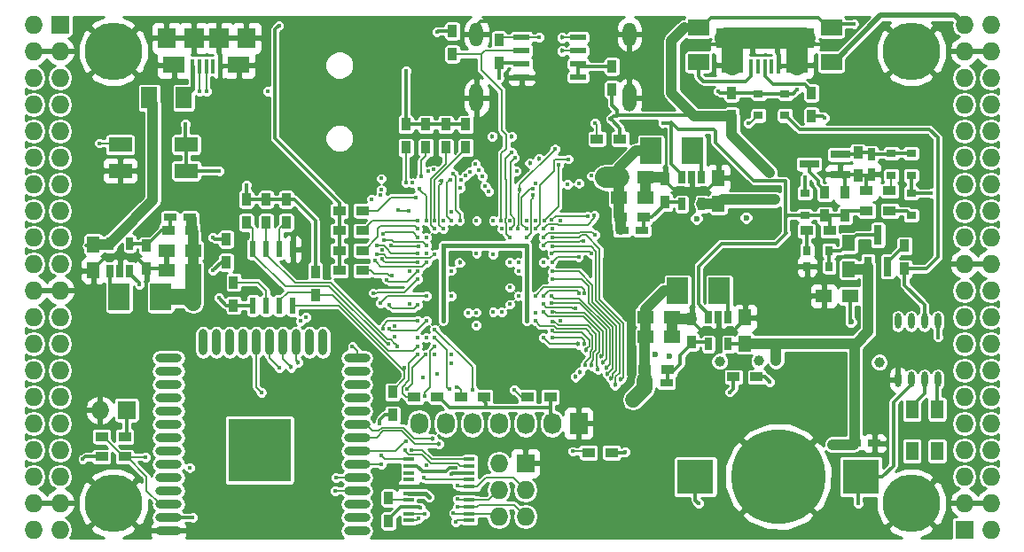
<source format=gbl>
G04 #@! TF.FileFunction,Copper,L4,Bot,Signal*
%FSLAX46Y46*%
G04 Gerber Fmt 4.6, Leading zero omitted, Abs format (unit mm)*
G04 Created by KiCad (PCBNEW 4.0.5+dfsg1-4) date Thu May 18 22:57:46 2017*
%MOMM*%
%LPD*%
G01*
G04 APERTURE LIST*
%ADD10C,0.100000*%
%ADD11R,3.500000X3.300000*%
%ADD12C,9.000000*%
%ADD13R,2.032000X1.524000*%
%ADD14R,2.000000X2.500000*%
%ADD15R,0.700000X1.200000*%
%ADD16R,1.250000X1.500000*%
%ADD17R,1.500000X1.250000*%
%ADD18R,1.524000X2.032000*%
%ADD19O,0.609600X1.473200*%
%ADD20R,0.800000X0.900000*%
%ADD21R,0.900000X0.800000*%
%ADD22R,0.800000X1.900000*%
%ADD23R,1.900000X0.800000*%
%ADD24R,1.200000X0.750000*%
%ADD25R,0.750000X1.200000*%
%ADD26R,1.200000X0.900000*%
%ADD27R,0.900000X1.200000*%
%ADD28O,1.300000X2.700000*%
%ADD29O,1.300000X2.300000*%
%ADD30R,0.600000X1.550000*%
%ADD31R,1.550000X0.600000*%
%ADD32O,2.500000X0.900000*%
%ADD33O,0.900000X2.500000*%
%ADD34R,6.000000X6.000000*%
%ADD35R,1.727200X1.727200*%
%ADD36O,1.727200X1.727200*%
%ADD37C,5.500000*%
%ADD38R,1.000000X0.400000*%
%ADD39R,1.200000X1.800000*%
%ADD40R,2.200000X1.400000*%
%ADD41R,1.727200X2.032000*%
%ADD42O,1.727200X2.032000*%
%ADD43R,2.100000X1.600000*%
%ADD44R,1.900000X1.900000*%
%ADD45R,0.400000X1.350000*%
%ADD46R,1.800000X1.900000*%
%ADD47C,0.400000*%
%ADD48C,0.600000*%
%ADD49C,1.000000*%
%ADD50C,0.454000*%
%ADD51C,0.300000*%
%ADD52C,2.000000*%
%ADD53C,1.000000*%
%ADD54C,0.400000*%
%ADD55C,0.500000*%
%ADD56C,1.500000*%
%ADD57C,0.190000*%
%ADD58C,0.200000*%
%ADD59C,0.254000*%
G04 APERTURE END LIST*
D10*
D11*
X174390000Y-105870000D03*
X158590000Y-105870000D03*
D12*
X166490000Y-105870000D03*
D13*
X171570000Y-62944000D03*
X171570000Y-66246000D03*
D14*
X160870000Y-88090000D03*
X156870000Y-88090000D03*
D15*
X159825000Y-90600000D03*
X160775000Y-90600000D03*
X161725000Y-90600000D03*
X161725000Y-93200000D03*
X159825000Y-93200000D03*
D14*
X158330000Y-74755000D03*
X154330000Y-74755000D03*
D15*
X157285000Y-77235000D03*
X158235000Y-77235000D03*
X159185000Y-77235000D03*
X159185000Y-79835000D03*
X157285000Y-79835000D03*
D14*
X103530000Y-88725000D03*
X107530000Y-88725000D03*
D15*
X104575000Y-86215000D03*
X103625000Y-86215000D03*
X102675000Y-86215000D03*
X102675000Y-83615000D03*
X104575000Y-83615000D03*
D16*
X101085000Y-83665000D03*
X101085000Y-86165000D03*
D17*
X153810000Y-90630000D03*
X156310000Y-90630000D03*
X153810000Y-92535000D03*
X156310000Y-92535000D03*
D16*
X163315000Y-93150000D03*
X163315000Y-90650000D03*
D17*
X151270000Y-79200000D03*
X153770000Y-79200000D03*
X151270000Y-77295000D03*
X153770000Y-77295000D03*
D16*
X160775000Y-79815000D03*
X160775000Y-77315000D03*
D17*
X110590000Y-84280000D03*
X108090000Y-84280000D03*
X110590000Y-86185000D03*
X108090000Y-86185000D03*
D18*
X106419000Y-69675000D03*
X109721000Y-69675000D03*
D13*
X158870000Y-66246000D03*
X158870000Y-62944000D03*
D19*
X181730000Y-96599000D03*
X180460000Y-96599000D03*
X179190000Y-96599000D03*
X177920000Y-96599000D03*
X177920000Y-91011000D03*
X179190000Y-91011000D03*
X180460000Y-91011000D03*
X181730000Y-91011000D03*
D16*
X173221000Y-86038000D03*
X173221000Y-83538000D03*
D20*
X169250000Y-84280000D03*
X171350000Y-84280000D03*
D21*
X179190000Y-80885000D03*
X179190000Y-78785000D03*
X177285000Y-74975000D03*
X177285000Y-77075000D03*
X169030000Y-80885000D03*
X169030000Y-78785000D03*
D22*
X176965000Y-85780000D03*
X175065000Y-85780000D03*
X176015000Y-82780000D03*
D23*
X172435000Y-75075000D03*
X172435000Y-76975000D03*
X169435000Y-76025000D03*
D24*
X153910000Y-96910000D03*
X155810000Y-96910000D03*
X151570000Y-82375000D03*
X153470000Y-82375000D03*
X110290000Y-81105000D03*
X108390000Y-81105000D03*
D25*
X175380000Y-75075000D03*
X175380000Y-76975000D03*
D26*
X169200000Y-82375000D03*
X171400000Y-82375000D03*
D27*
X172840000Y-80935000D03*
X172840000Y-78735000D03*
D26*
X177115000Y-80470000D03*
X174915000Y-80470000D03*
D27*
X174110000Y-74925000D03*
X174110000Y-77125000D03*
X178555000Y-83815000D03*
X178555000Y-86015000D03*
X113785000Y-83180000D03*
X113785000Y-85380000D03*
X170935000Y-80935000D03*
X170935000Y-78735000D03*
X129280000Y-107900000D03*
X129280000Y-110100000D03*
D26*
X150572000Y-103584000D03*
X148372000Y-103584000D03*
X177115000Y-78565000D03*
X174915000Y-78565000D03*
X153760000Y-95640000D03*
X155960000Y-95640000D03*
X110440000Y-82375000D03*
X108240000Y-82375000D03*
X151420000Y-81105000D03*
X153620000Y-81105000D03*
D27*
X158235000Y-90800000D03*
X158235000Y-93000000D03*
X106165000Y-86015000D03*
X106165000Y-83815000D03*
X155695000Y-77465000D03*
X155695000Y-79665000D03*
D26*
X126782000Y-86185000D03*
X124582000Y-86185000D03*
X126782000Y-84279000D03*
X124582000Y-84279000D03*
X126782000Y-82375000D03*
X124582000Y-82375000D03*
X126782000Y-80470000D03*
X124582000Y-80470000D03*
D27*
X130930000Y-74417000D03*
X130930000Y-72217000D03*
X132835000Y-74417000D03*
X132835000Y-72217000D03*
X134740000Y-74417000D03*
X134740000Y-72217000D03*
X136645000Y-74417000D03*
X136645000Y-72217000D03*
D28*
X152280000Y-69650000D03*
X137680000Y-69650000D03*
D29*
X137680000Y-63600000D03*
X152280000Y-63600000D03*
D30*
X116325000Y-84120000D03*
X117595000Y-84120000D03*
X118865000Y-84120000D03*
X120135000Y-84120000D03*
X120135000Y-89520000D03*
X118865000Y-89520000D03*
X117595000Y-89520000D03*
X116325000Y-89520000D03*
D24*
X173795000Y-102695000D03*
X175695000Y-102695000D03*
D31*
X141980000Y-67705000D03*
X141980000Y-66435000D03*
X141980000Y-65165000D03*
X141980000Y-63895000D03*
X147380000Y-63895000D03*
X147380000Y-65165000D03*
X147380000Y-66435000D03*
X147380000Y-67705000D03*
D20*
X171350000Y-85804000D03*
X169250000Y-85804000D03*
D21*
X179190000Y-77075000D03*
X179190000Y-74975000D03*
D32*
X126260434Y-111030338D03*
X126260434Y-109760338D03*
X126260434Y-108490338D03*
X126260434Y-107220338D03*
X126260434Y-105950338D03*
X126260434Y-104680338D03*
X126260434Y-103410338D03*
X126260434Y-102140338D03*
X126260434Y-100870338D03*
X126260434Y-99600338D03*
X126260434Y-98330338D03*
X126260434Y-97060338D03*
X126260434Y-95790338D03*
X126260434Y-94520338D03*
D33*
X122975434Y-93030338D03*
X121705434Y-93030338D03*
X120435434Y-93030338D03*
X119165434Y-93030338D03*
X117895434Y-93030338D03*
X116625434Y-93030338D03*
X115355434Y-93030338D03*
X114085434Y-93030338D03*
X112815434Y-93030338D03*
X111545434Y-93030338D03*
D32*
X108260434Y-94520338D03*
X108260434Y-95790338D03*
X108260434Y-97060338D03*
X108260434Y-98330338D03*
X108260434Y-99600338D03*
X108260434Y-100870338D03*
X108260434Y-102140338D03*
X108260434Y-103410338D03*
X108260434Y-104680338D03*
X108260434Y-105950338D03*
X108260434Y-107220338D03*
X108260434Y-108490338D03*
X108260434Y-109760338D03*
X108260434Y-111030338D03*
D34*
X116960434Y-103330338D03*
D35*
X97910000Y-62690000D03*
D36*
X95370000Y-62690000D03*
X97910000Y-65230000D03*
X95370000Y-65230000D03*
X97910000Y-67770000D03*
X95370000Y-67770000D03*
X97910000Y-70310000D03*
X95370000Y-70310000D03*
X97910000Y-72850000D03*
X95370000Y-72850000D03*
X97910000Y-75390000D03*
X95370000Y-75390000D03*
X97910000Y-77930000D03*
X95370000Y-77930000D03*
X97910000Y-80470000D03*
X95370000Y-80470000D03*
X97910000Y-83010000D03*
X95370000Y-83010000D03*
X97910000Y-85550000D03*
X95370000Y-85550000D03*
X97910000Y-88090000D03*
X95370000Y-88090000D03*
X97910000Y-90630000D03*
X95370000Y-90630000D03*
X97910000Y-93170000D03*
X95370000Y-93170000D03*
X97910000Y-95710000D03*
X95370000Y-95710000D03*
X97910000Y-98250000D03*
X95370000Y-98250000D03*
X97910000Y-100790000D03*
X95370000Y-100790000D03*
X97910000Y-103330000D03*
X95370000Y-103330000D03*
X97910000Y-105870000D03*
X95370000Y-105870000D03*
X97910000Y-108410000D03*
X95370000Y-108410000D03*
X97910000Y-110950000D03*
X95370000Y-110950000D03*
D35*
X184270000Y-110950000D03*
D36*
X186810000Y-110950000D03*
X184270000Y-108410000D03*
X186810000Y-108410000D03*
X184270000Y-105870000D03*
X186810000Y-105870000D03*
X184270000Y-103330000D03*
X186810000Y-103330000D03*
X184270000Y-100790000D03*
X186810000Y-100790000D03*
X184270000Y-98250000D03*
X186810000Y-98250000D03*
X184270000Y-95710000D03*
X186810000Y-95710000D03*
X184270000Y-93170000D03*
X186810000Y-93170000D03*
X184270000Y-90630000D03*
X186810000Y-90630000D03*
X184270000Y-88090000D03*
X186810000Y-88090000D03*
X184270000Y-85550000D03*
X186810000Y-85550000D03*
X184270000Y-83010000D03*
X186810000Y-83010000D03*
X184270000Y-80470000D03*
X186810000Y-80470000D03*
X184270000Y-77930000D03*
X186810000Y-77930000D03*
X184270000Y-75390000D03*
X186810000Y-75390000D03*
X184270000Y-72850000D03*
X186810000Y-72850000D03*
X184270000Y-70310000D03*
X186810000Y-70310000D03*
X184270000Y-67770000D03*
X186810000Y-67770000D03*
X184270000Y-65230000D03*
X186810000Y-65230000D03*
X184270000Y-62690000D03*
X186810000Y-62690000D03*
D37*
X102990000Y-108410000D03*
X179190000Y-108410000D03*
X179190000Y-65230000D03*
X102990000Y-65230000D03*
D21*
X167125000Y-69260000D03*
X167125000Y-71360000D03*
X164585000Y-69260000D03*
X164585000Y-71360000D03*
D27*
X162045000Y-71410000D03*
X162045000Y-69210000D03*
X139820000Y-66330000D03*
X139820000Y-64130000D03*
X135375000Y-63300000D03*
X135375000Y-65500000D03*
X150615000Y-68870000D03*
X150615000Y-66670000D03*
D26*
X151380000Y-73600000D03*
X149180000Y-73600000D03*
D38*
X137005000Y-104215000D03*
X137005000Y-104865000D03*
X137005000Y-105515000D03*
X137005000Y-106165000D03*
X137005000Y-106815000D03*
X137005000Y-107465000D03*
X137005000Y-108115000D03*
X137005000Y-108765000D03*
X137005000Y-109415000D03*
X137005000Y-110065000D03*
X131205000Y-110065000D03*
X131205000Y-109415000D03*
X131205000Y-108765000D03*
X131205000Y-108115000D03*
X131205000Y-107465000D03*
X131205000Y-106815000D03*
X131205000Y-106165000D03*
X131205000Y-105515000D03*
X131205000Y-104865000D03*
X131205000Y-104215000D03*
D27*
X119500000Y-79370000D03*
X119500000Y-81570000D03*
X114480000Y-89500000D03*
X114480000Y-87300000D03*
X129660000Y-99985000D03*
X129660000Y-97785000D03*
X117595000Y-79370000D03*
X117595000Y-81570000D03*
X122280000Y-86300000D03*
X122280000Y-88500000D03*
X115690000Y-79370000D03*
X115690000Y-81570000D03*
D26*
X144730000Y-98250000D03*
X142530000Y-98250000D03*
X138380000Y-98250000D03*
X136180000Y-98250000D03*
X133935000Y-98250000D03*
X131735000Y-98250000D03*
X101890000Y-103965000D03*
X104090000Y-103965000D03*
D39*
X179260000Y-99425000D03*
X179260000Y-103425000D03*
X181660000Y-103425000D03*
X181660000Y-99425000D03*
D40*
X109950000Y-76640000D03*
X103650000Y-76640000D03*
X103650000Y-74140000D03*
X109950000Y-74140000D03*
D35*
X104260000Y-99520000D03*
D36*
X101720000Y-99520000D03*
D41*
X147440000Y-100790000D03*
D42*
X144900000Y-100790000D03*
X142360000Y-100790000D03*
X139820000Y-100790000D03*
X137280000Y-100790000D03*
X134740000Y-100790000D03*
X132200000Y-100790000D03*
D26*
X101890000Y-102060000D03*
X104090000Y-102060000D03*
D43*
X108780000Y-66510000D03*
X114980000Y-66510000D03*
D44*
X110680000Y-63960000D03*
X113080000Y-63960000D03*
D45*
X110580000Y-66635000D03*
X111230000Y-66635000D03*
X111880000Y-66635000D03*
X112530000Y-66635000D03*
X113180000Y-66635000D03*
D46*
X108080000Y-63960000D03*
X115680000Y-63960000D03*
D43*
X162120000Y-66510000D03*
X168320000Y-66510000D03*
D44*
X164020000Y-63960000D03*
X166420000Y-63960000D03*
D45*
X163920000Y-66635000D03*
X164570000Y-66635000D03*
X165220000Y-66635000D03*
X165870000Y-66635000D03*
X166520000Y-66635000D03*
D46*
X161420000Y-63960000D03*
X169020000Y-63960000D03*
D17*
X173330000Y-88600000D03*
X170830000Y-88600000D03*
D26*
X164415000Y-96345000D03*
X162215000Y-96345000D03*
D27*
X169665000Y-69210000D03*
X169665000Y-71410000D03*
D35*
X142360000Y-104600000D03*
D36*
X139820000Y-104600000D03*
X142360000Y-107140000D03*
X139820000Y-107140000D03*
X142360000Y-109680000D03*
X139820000Y-109680000D03*
D47*
X133216000Y-109934000D03*
D48*
X161067993Y-81216119D03*
X165056614Y-81112829D03*
D49*
X177293185Y-82218075D03*
X158233687Y-94852616D03*
X162992748Y-94820185D03*
D47*
X147987361Y-72048054D03*
X146472205Y-72119437D03*
X144995724Y-72043543D03*
X143485784Y-72030166D03*
X141993027Y-72056172D03*
X105925750Y-76600000D03*
D48*
X156280000Y-81210838D03*
D47*
X167276175Y-85638646D03*
X112935911Y-99344089D03*
X131254529Y-86251357D03*
D49*
X159480000Y-64600000D03*
D47*
X140880000Y-81400000D03*
D49*
X119500000Y-77930000D03*
D47*
X136085174Y-89394826D03*
X109340000Y-77930000D03*
X145680000Y-91000000D03*
X135280000Y-80600000D03*
X145680000Y-81400000D03*
X139080000Y-69600000D03*
X120430000Y-97050000D03*
X150080000Y-81600000D03*
X131280000Y-89400000D03*
X133690245Y-94180159D03*
D50*
X139312644Y-91359700D03*
D47*
X140874194Y-91433353D03*
X145680000Y-85422010D03*
X132880424Y-84565132D03*
X144080000Y-84600000D03*
X145680000Y-94200000D03*
X135280000Y-95000000D03*
X135280000Y-94200000D03*
X142480000Y-94200000D03*
X140880000Y-93400000D03*
X139280000Y-93400000D03*
X137680000Y-93400000D03*
X136080000Y-93400000D03*
X136880000Y-92600000D03*
X135280000Y-92600000D03*
X132880000Y-91800000D03*
X132880000Y-93400000D03*
X132880000Y-82200000D03*
D50*
X141042859Y-86994997D03*
X139280000Y-87000000D03*
X136110990Y-86995403D03*
X139280000Y-88600000D03*
X137680000Y-87000000D03*
X136080000Y-84600000D03*
D47*
X133157010Y-107839890D03*
D49*
X166193920Y-79388894D03*
X165656988Y-76826063D03*
X102731849Y-83486234D03*
X171691460Y-102804953D03*
D47*
X150457224Y-71672365D03*
X173680000Y-62600000D03*
D49*
X166280000Y-94800000D03*
D48*
X163422030Y-81120665D03*
X173423383Y-91076878D03*
D49*
X176134461Y-94945539D03*
D48*
X154726292Y-94171363D03*
X156077107Y-94380779D03*
D49*
X160908408Y-94850523D03*
D48*
X158680000Y-81210838D03*
D47*
X170935000Y-71580000D03*
X113118284Y-76646896D03*
X181730000Y-92550000D03*
X109880000Y-72200000D03*
X112515000Y-83010000D03*
X165680000Y-96800000D03*
X133880000Y-63400000D03*
X148639876Y-77124934D03*
X181065000Y-78785000D03*
X128441330Y-100795881D03*
X110529662Y-109760338D03*
X110280000Y-105000000D03*
X100080000Y-104200000D03*
X115690000Y-78010000D03*
X113080000Y-88800000D03*
X139820000Y-67770000D03*
D49*
X164653770Y-94825547D03*
X149710735Y-77289735D03*
D47*
X137665894Y-91402446D03*
X135273306Y-88618602D03*
X139272517Y-84611349D03*
X137680556Y-84534085D03*
X141680000Y-86200000D03*
X135280000Y-86200000D03*
X132880000Y-92600000D03*
X132080000Y-92600000D03*
X141680000Y-88600000D03*
X141680000Y-85400000D03*
D49*
X152621047Y-98519969D03*
D47*
X136885174Y-90194826D03*
X140094890Y-90122990D03*
X139280000Y-90122990D03*
X140880000Y-89400000D03*
X137680000Y-90172990D03*
X140880000Y-87800000D03*
X140880000Y-85400000D03*
D50*
X136080000Y-85400000D03*
D47*
X129842442Y-91487871D03*
X121408624Y-90632457D03*
X129838418Y-92539772D03*
X120880000Y-91000000D03*
D49*
X110617371Y-89287199D03*
D47*
X142480000Y-91000000D03*
X142480000Y-83800000D03*
X134480000Y-83800000D03*
X134480000Y-91000000D03*
X105462439Y-87482966D03*
X155480000Y-72078965D03*
X117749531Y-69040000D03*
X174110000Y-108410000D03*
X158870000Y-108410000D03*
X135884156Y-106696010D03*
X137288700Y-97538741D03*
X133680000Y-91800000D03*
D50*
X134074414Y-102752225D03*
D47*
X135085458Y-97531790D03*
X135855186Y-108022639D03*
D50*
X133449289Y-102232615D03*
D47*
X133680000Y-92600000D03*
X132752670Y-98178920D03*
X128610113Y-104714568D03*
X132918584Y-104800000D03*
X135853254Y-108792386D03*
X133685668Y-93402482D03*
X130914528Y-102469652D03*
X131039363Y-97487286D03*
X135471949Y-109365878D03*
X132846234Y-94197073D03*
X118810854Y-62760893D03*
X130927442Y-67119621D03*
D50*
X145851858Y-65189228D03*
D47*
X148991194Y-72093683D03*
D50*
X145873729Y-63920849D03*
D47*
X143680000Y-63900000D03*
X140035989Y-81400000D03*
X129095296Y-87048250D03*
X132077895Y-86214963D03*
X117121665Y-97817265D03*
X118843798Y-95498222D03*
D50*
X119978162Y-95412951D03*
X120634035Y-94977604D03*
D47*
X168319170Y-68882010D03*
X160775000Y-69040000D03*
X147480000Y-77822010D03*
X146387166Y-77918991D03*
X131453853Y-103296209D03*
D50*
X148653935Y-95239949D03*
D47*
X144885216Y-91021238D03*
D50*
X149619858Y-94378867D03*
D47*
X144885689Y-90132858D03*
D50*
X150895161Y-97104924D03*
D47*
X144890381Y-83866022D03*
D50*
X151426924Y-96584651D03*
D47*
X144894101Y-83022010D03*
D50*
X150518912Y-96497510D03*
D47*
X144901285Y-86268736D03*
D50*
X150197861Y-96013257D03*
D47*
X144888562Y-86993817D03*
D50*
X150072035Y-95446034D03*
D47*
X144877648Y-88622010D03*
D50*
X149779241Y-94944191D03*
D47*
X144869421Y-89288847D03*
D50*
X148110244Y-93760618D03*
D47*
X144882782Y-91877646D03*
D50*
X147402091Y-93209005D03*
D47*
X144080000Y-92600000D03*
D50*
X147982902Y-93193733D03*
D47*
X144882352Y-92577990D03*
X130807074Y-95454141D03*
X130124012Y-93413277D03*
X132080000Y-93400000D03*
X129279152Y-93216670D03*
X133919980Y-96038729D03*
X141280000Y-97600000D03*
X132572818Y-96383863D03*
X135770000Y-97338127D03*
X132080000Y-94200000D03*
X128645750Y-84222251D03*
X106080000Y-104000000D03*
X129334585Y-89482640D03*
X132080000Y-89444020D03*
X130839486Y-103354982D03*
X128602801Y-103872537D03*
X132656192Y-105976192D03*
X128490573Y-89279880D03*
X132880000Y-88600000D03*
X127816438Y-88312067D03*
X124253981Y-105982535D03*
X132080000Y-87000000D03*
X125827283Y-93452662D03*
X124202418Y-107207639D03*
D50*
X139185419Y-73378045D03*
X141029139Y-73391006D03*
X143625670Y-75521246D03*
X142775852Y-75939146D03*
D47*
X132150284Y-109889120D03*
X111880000Y-69040000D03*
X132748035Y-109420684D03*
X111230000Y-69025000D03*
X135158117Y-77502884D03*
X135274882Y-81390604D03*
X134546021Y-81390604D03*
X133091535Y-76687359D03*
X133595078Y-76531839D03*
X128595255Y-77377807D03*
X127643658Y-79355564D03*
X128515897Y-78994176D03*
X128569727Y-78469921D03*
X131565025Y-77790995D03*
X132210454Y-78375833D03*
X132857990Y-81390526D03*
X128759841Y-82710093D03*
X132084821Y-82977990D03*
X128861437Y-83258636D03*
X132886504Y-83777990D03*
X129500613Y-83777990D03*
X132117443Y-83866021D03*
X128148484Y-83767060D03*
X132079996Y-84503337D03*
X128123478Y-84637835D03*
X133671942Y-84595200D03*
X127946860Y-85226552D03*
X132875802Y-85421990D03*
D50*
X147140083Y-96339917D03*
X147534467Y-95913260D03*
D47*
X148074116Y-95229326D03*
X143280000Y-91000000D03*
X149207706Y-95605291D03*
X144082424Y-90132858D03*
X147125926Y-89802879D03*
X144035793Y-89397606D03*
X143281824Y-90201951D03*
X144080517Y-85397219D03*
X147422472Y-84858593D03*
X144886544Y-85385186D03*
X148975652Y-82755341D03*
X144080000Y-83000000D03*
X144885092Y-82177990D03*
X147470668Y-88324835D03*
X144082832Y-88584510D03*
X147997681Y-88324844D03*
X143278026Y-88595030D03*
X148935852Y-80899014D03*
X144076901Y-82186448D03*
X148337768Y-80975785D03*
X144866392Y-81333979D03*
X139280000Y-81400000D03*
X138857381Y-78600803D03*
X138474753Y-78117762D03*
X138223359Y-77164182D03*
X137589337Y-75974186D03*
X137906348Y-76577236D03*
X137680000Y-81400000D03*
X137023753Y-76742518D03*
X136645199Y-77109176D03*
X136170384Y-77530992D03*
X136102010Y-78268593D03*
X135473781Y-76949230D03*
X136080000Y-81400000D03*
X148668800Y-84550385D03*
X144877691Y-84532933D03*
X147894174Y-83335809D03*
X144080000Y-83800000D03*
X143020312Y-78979262D03*
X142473549Y-82998913D03*
X143087229Y-78375187D03*
X142457990Y-82191394D03*
X145494012Y-76055333D03*
X144146021Y-81374784D03*
X143323210Y-77837480D03*
X146456648Y-75528334D03*
X143302010Y-82194992D03*
X143302010Y-81381735D03*
X145172870Y-74577299D03*
X141820108Y-78446944D03*
X141657990Y-82130345D03*
X142457990Y-81382236D03*
X140080000Y-82200000D03*
X141499915Y-76647924D03*
X141046643Y-74873804D03*
X140864029Y-83041403D03*
X140924011Y-82179283D03*
X141329877Y-75415642D03*
X129599528Y-86644074D03*
X132880000Y-83000000D03*
X132080000Y-82177990D03*
X132080000Y-81400000D03*
X131880000Y-79200000D03*
X130919839Y-77742623D03*
X132397609Y-77214811D03*
X133680000Y-82200000D03*
X133702010Y-81400000D03*
X129306502Y-91735782D03*
X132880000Y-91000000D03*
X128743234Y-91729555D03*
X132077648Y-90977990D03*
X130173445Y-80398223D03*
X131180000Y-80500000D03*
X128664038Y-85066262D03*
X132079620Y-85370951D03*
X163632576Y-72096470D03*
X134314106Y-77564232D03*
X134480000Y-82200000D03*
X135680000Y-110200000D03*
X146844288Y-103452739D03*
X132540000Y-105400000D03*
X135680000Y-105037990D03*
X132280000Y-108800000D03*
X135248000Y-105616000D03*
X101680000Y-74000000D03*
X112515000Y-86185000D03*
X161880000Y-97800000D03*
X151896383Y-103510715D03*
X169030000Y-77295000D03*
D51*
X105885750Y-76640000D02*
X105925750Y-76600000D01*
X103650000Y-76640000D02*
X105885750Y-76640000D01*
X167441529Y-85804000D02*
X167276175Y-85638646D01*
X169250000Y-85804000D02*
X167441529Y-85804000D01*
X139080000Y-69600000D02*
X137730000Y-69600000D01*
X137730000Y-69600000D02*
X137680000Y-69650000D01*
X150130000Y-62400000D02*
X151330000Y-63600000D01*
X151330000Y-63600000D02*
X152280000Y-63600000D01*
X138080000Y-62400000D02*
X150130000Y-62400000D01*
X137680000Y-62800000D02*
X138080000Y-62400000D01*
X137680000Y-63600000D02*
X137680000Y-62800000D01*
X137680000Y-63600000D02*
X137680000Y-63000000D01*
X166520000Y-66635000D02*
X168195000Y-66635000D01*
X168195000Y-66635000D02*
X168320000Y-66510000D01*
X134345000Y-107465000D02*
X133695000Y-106815000D01*
X133695000Y-106815000D02*
X131205000Y-106815000D01*
X137005000Y-107465000D02*
X134345000Y-107465000D01*
X170080000Y-64600000D02*
X170680000Y-64600000D01*
X169020000Y-63960000D02*
X169440000Y-63960000D01*
X169440000Y-63960000D02*
X170080000Y-64600000D01*
X169020000Y-63960000D02*
X169240000Y-63960000D01*
X160480000Y-64600000D02*
X159480000Y-64600000D01*
X161120000Y-63960000D02*
X160480000Y-64600000D01*
X161420000Y-63960000D02*
X161120000Y-63960000D01*
X169240000Y-63960000D02*
X169880000Y-64600000D01*
D52*
X161420000Y-63960000D02*
X169020000Y-63960000D01*
X162120000Y-66510000D02*
X162120000Y-64660000D01*
D51*
X162120000Y-64660000D02*
X161420000Y-63960000D01*
D52*
X168320000Y-66510000D02*
X168320000Y-64660000D01*
D51*
X168320000Y-64660000D02*
X169020000Y-63960000D01*
X102210000Y-84915000D02*
X103625000Y-84915000D01*
X103625000Y-84915000D02*
X105215000Y-84915000D01*
X103625000Y-86215000D02*
X103625000Y-84915000D01*
X105215000Y-84915000D02*
X106165000Y-85865000D01*
X106165000Y-85865000D02*
X106165000Y-86015000D01*
X101085000Y-86165000D02*
X101085000Y-86040000D01*
X101085000Y-86040000D02*
X102210000Y-84915000D01*
X106165000Y-86015000D02*
X107920000Y-86015000D01*
X107920000Y-86015000D02*
X108090000Y-86185000D01*
X139085645Y-91132701D02*
X139312644Y-91359700D01*
X138480000Y-89400000D02*
X138480000Y-90527056D01*
X139280000Y-88600000D02*
X138480000Y-89400000D01*
X138480000Y-90527056D02*
X139085645Y-91132701D01*
D53*
X153770000Y-77295000D02*
X155525000Y-77295000D01*
D51*
X155525000Y-77295000D02*
X155695000Y-77465000D01*
D53*
X153770000Y-79200000D02*
X153770000Y-77295000D01*
D51*
X174110000Y-77125000D02*
X174745000Y-77125000D01*
X174745000Y-77125000D02*
X175230000Y-77125000D01*
X174915000Y-78565000D02*
X174915000Y-77295000D01*
X174915000Y-77295000D02*
X174745000Y-77125000D01*
X172840000Y-78735000D02*
X172840000Y-77380000D01*
X172840000Y-77380000D02*
X172435000Y-76975000D01*
X175230000Y-77125000D02*
X175380000Y-76975000D01*
X172435000Y-76975000D02*
X173960000Y-76975000D01*
X173960000Y-76975000D02*
X174110000Y-77125000D01*
X137680000Y-86200000D02*
X137680000Y-86600000D01*
X136080000Y-84600000D02*
X137680000Y-86200000D01*
X159850000Y-78365000D02*
X158235000Y-78365000D01*
X158235000Y-78365000D02*
X156445000Y-78365000D01*
X158235000Y-77235000D02*
X158235000Y-78365000D01*
X160775000Y-77315000D02*
X160775000Y-77440000D01*
X160775000Y-77440000D02*
X159850000Y-78365000D01*
X156445000Y-78365000D02*
X155695000Y-77615000D01*
X155695000Y-77615000D02*
X155695000Y-77465000D01*
D53*
X156310000Y-90630000D02*
X156310000Y-92535000D01*
X158235000Y-90800000D02*
X156480000Y-90800000D01*
D51*
X156480000Y-90800000D02*
X156310000Y-90630000D01*
X163315000Y-90650000D02*
X163315000Y-90834602D01*
X163315000Y-90834602D02*
X162249602Y-91900000D01*
X162249602Y-91900000D02*
X160775000Y-91900000D01*
X101085000Y-86165000D02*
X101085000Y-85929893D01*
X106165000Y-85944374D02*
X106165000Y-86015000D01*
X159185000Y-91900000D02*
X160775000Y-91900000D01*
X160775000Y-90600000D02*
X160775000Y-91900000D01*
X158235000Y-90800000D02*
X158235000Y-90950000D01*
X158235000Y-90950000D02*
X159185000Y-91900000D01*
X108090000Y-84280000D02*
X108090000Y-86185000D01*
X107625000Y-84745000D02*
X108090000Y-84280000D01*
X108070000Y-84260000D02*
X108090000Y-84280000D01*
X141037856Y-87000000D02*
X141042859Y-86994997D01*
X139280000Y-87000000D02*
X141037856Y-87000000D01*
X136432016Y-86995403D02*
X136110990Y-86995403D01*
X137284597Y-86995403D02*
X136432016Y-86995403D01*
X137680000Y-86600000D02*
X137284597Y-86995403D01*
X137680000Y-86600000D02*
X137680000Y-87000000D01*
D54*
X132957011Y-107639891D02*
X133157010Y-107839890D01*
X131205000Y-107465000D02*
X132782120Y-107465000D01*
X132782120Y-107465000D02*
X132957011Y-107639891D01*
D53*
X165486814Y-79388894D02*
X166193920Y-79388894D01*
X160790000Y-79800000D02*
X161201106Y-79388894D01*
X161201106Y-79388894D02*
X165486814Y-79388894D01*
X165156989Y-76326064D02*
X165656988Y-76826063D01*
X162045000Y-73214075D02*
X165156989Y-76326064D01*
X162045000Y-71410000D02*
X162045000Y-73214075D01*
X103231848Y-82986235D02*
X102731849Y-83486234D01*
X106752760Y-79465323D02*
X103231848Y-82986235D01*
X106752760Y-70262760D02*
X106752760Y-79465323D01*
D51*
X102553083Y-83665000D02*
X102731849Y-83486234D01*
X101085000Y-83665000D02*
X102553083Y-83665000D01*
D53*
X106419000Y-69929000D02*
X106752760Y-70262760D01*
X172398566Y-102804953D02*
X171691460Y-102804953D01*
X173685047Y-102804953D02*
X172398566Y-102804953D01*
X173690000Y-102800000D02*
X173685047Y-102804953D01*
D51*
X151080000Y-71400000D02*
X150729589Y-71400000D01*
X151380000Y-72595141D02*
X150657223Y-71872364D01*
X151380000Y-73600000D02*
X151380000Y-72595141D01*
X150729589Y-71400000D02*
X150657223Y-71472366D01*
X150657223Y-71472366D02*
X150457224Y-71672365D01*
X150657223Y-71872364D02*
X150457224Y-71672365D01*
X151164012Y-71315988D02*
X158407951Y-71315988D01*
X151080000Y-71400000D02*
X151164012Y-71315988D01*
X158407951Y-71315988D02*
X158501963Y-71410000D01*
X158870000Y-62944000D02*
X157554000Y-62944000D01*
D53*
X157554000Y-62944000D02*
X156306476Y-64191524D01*
X156306476Y-64191524D02*
X156306476Y-69214513D01*
X156306476Y-69214513D02*
X158501963Y-71410000D01*
X158501963Y-71410000D02*
X162045000Y-71410000D01*
D51*
X106419000Y-69675000D02*
X106419000Y-69929000D01*
X100572432Y-83665000D02*
X100424079Y-83813353D01*
X101085000Y-83665000D02*
X100572432Y-83665000D01*
X173680000Y-62600000D02*
X171914000Y-62600000D01*
X171914000Y-62600000D02*
X171570000Y-62944000D01*
X171570000Y-62944000D02*
X171224000Y-62944000D01*
X171224000Y-62944000D02*
X170280000Y-62000000D01*
X159136000Y-62944000D02*
X158870000Y-62944000D01*
X170280000Y-62000000D02*
X160080000Y-62000000D01*
X160080000Y-62000000D02*
X159136000Y-62944000D01*
X160790000Y-79800000D02*
X160775000Y-79815000D01*
D53*
X166280000Y-93150000D02*
X173930000Y-93150000D01*
X163315000Y-93150000D02*
X166280000Y-93150000D01*
X166280000Y-93150000D02*
X166280000Y-94800000D01*
X173795000Y-102695000D02*
X173795000Y-93285000D01*
D51*
X173795000Y-93285000D02*
X173930000Y-93150000D01*
X160775000Y-79940000D02*
X160775000Y-79815000D01*
D53*
X175065000Y-92015000D02*
X175065000Y-85780000D01*
X173930000Y-93150000D02*
X175065000Y-92015000D01*
D51*
X164925000Y-93150000D02*
X164240000Y-93150000D01*
X164240000Y-93150000D02*
X163315000Y-93150000D01*
X173690000Y-102800000D02*
X173795000Y-102695000D01*
X101085000Y-83665000D02*
X101085000Y-83790000D01*
X151080000Y-71400000D02*
X151080000Y-70838120D01*
X151080000Y-70838120D02*
X150615000Y-70373120D01*
X150615000Y-70373120D02*
X150615000Y-69995990D01*
X150615000Y-69995990D02*
X150615000Y-68870000D01*
D53*
X159185000Y-79835000D02*
X160755000Y-79835000D01*
D51*
X160755000Y-79835000D02*
X160775000Y-79815000D01*
X161725000Y-93200000D02*
X163265000Y-93200000D01*
X163265000Y-93200000D02*
X163315000Y-93150000D01*
D53*
X173221000Y-86038000D02*
X174807000Y-86038000D01*
D51*
X174807000Y-86038000D02*
X175065000Y-85780000D01*
D53*
X101085000Y-83665000D02*
X102625000Y-83665000D01*
D51*
X102625000Y-83665000D02*
X102675000Y-83615000D01*
X171570000Y-66246000D02*
X171824000Y-66246000D01*
D55*
X171824000Y-66246000D02*
X176270000Y-61800000D01*
X176270000Y-61800000D02*
X183380000Y-61800000D01*
X183380000Y-61800000D02*
X184270000Y-62690000D01*
D51*
X138380000Y-98250000D02*
X138380000Y-98686358D01*
X138380000Y-98686358D02*
X138550000Y-98856358D01*
X138550000Y-98856358D02*
X138550000Y-99266000D01*
X135101000Y-99266000D02*
X138550000Y-99266000D01*
X138550000Y-99266000D02*
X144730000Y-99266000D01*
X144730000Y-98250000D02*
X144730000Y-99266000D01*
X144730000Y-99266000D02*
X144730000Y-99400000D01*
X133935000Y-98250000D02*
X134085000Y-98250000D01*
X134085000Y-98250000D02*
X135101000Y-99266000D01*
X173330000Y-88600000D02*
X173330000Y-90983495D01*
X173330000Y-90983495D02*
X173423383Y-91076878D01*
X170765000Y-71410000D02*
X170935000Y-71580000D01*
X169665000Y-71410000D02*
X170765000Y-71410000D01*
X113111388Y-76640000D02*
X113118284Y-76646896D01*
X109950000Y-76640000D02*
X113111388Y-76640000D01*
X181730000Y-91011000D02*
X181730000Y-92550000D01*
X109880000Y-72200000D02*
X109880000Y-74070000D01*
X109880000Y-74070000D02*
X109950000Y-74140000D01*
X144730000Y-99400000D02*
X144730000Y-100620000D01*
X164415000Y-96345000D02*
X165225000Y-96345000D01*
X165225000Y-96345000D02*
X165680000Y-96800000D01*
X113785000Y-83180000D02*
X112685000Y-83180000D01*
X112685000Y-83180000D02*
X112515000Y-83010000D01*
X133980000Y-63300000D02*
X133880000Y-63400000D01*
X135375000Y-63300000D02*
X133980000Y-63300000D01*
X122280000Y-86300000D02*
X122280000Y-81400000D01*
X122280000Y-81400000D02*
X120250000Y-79370000D01*
X120250000Y-79370000D02*
X119500000Y-79370000D01*
X179190000Y-78785000D02*
X181065000Y-78785000D01*
X128441330Y-100513039D02*
X128441330Y-100795881D01*
X128441330Y-100453670D02*
X128441330Y-100513039D01*
X129660000Y-99985000D02*
X128910000Y-99985000D01*
X128910000Y-99985000D02*
X128441330Y-100453670D01*
X109950000Y-76640000D02*
X109950000Y-74140000D01*
X108260434Y-109760338D02*
X110529662Y-109760338D01*
X179190000Y-77075000D02*
X179190000Y-78785000D01*
X100315000Y-103965000D02*
X100080000Y-104200000D01*
X101890000Y-103965000D02*
X100315000Y-103965000D01*
X115690000Y-79370000D02*
X115690000Y-78010000D01*
X117595000Y-79370000D02*
X119500000Y-79370000D01*
X115690000Y-79370000D02*
X117595000Y-79370000D01*
X114480000Y-89500000D02*
X113780000Y-89500000D01*
X113780000Y-89500000D02*
X113080000Y-88800000D01*
X114480000Y-89500000D02*
X116305000Y-89500000D01*
X116305000Y-89500000D02*
X116325000Y-89520000D01*
X144900000Y-98250000D02*
X144730000Y-98250000D01*
X138380000Y-98250000D02*
X138530000Y-98250000D01*
X144730000Y-100620000D02*
X144900000Y-100790000D01*
X135325000Y-63350000D02*
X135375000Y-63300000D01*
X139820000Y-66330000D02*
X141875000Y-66330000D01*
X141875000Y-66330000D02*
X141980000Y-66435000D01*
X139820000Y-66330000D02*
X139820000Y-67770000D01*
D53*
X151270000Y-77295000D02*
X151264735Y-77289735D01*
D52*
X151264735Y-77289735D02*
X149993577Y-77289735D01*
D53*
X149993577Y-77289735D02*
X149710735Y-77289735D01*
X151270000Y-77295000D02*
X151270000Y-76370000D01*
D51*
X152885000Y-74755000D02*
X153030000Y-74755000D01*
D53*
X151270000Y-76370000D02*
X152885000Y-74755000D01*
X153030000Y-74755000D02*
X154330000Y-74755000D01*
X151420000Y-81105000D02*
X151420000Y-82225000D01*
D51*
X151420000Y-82225000D02*
X151570000Y-82375000D01*
D53*
X151270000Y-79200000D02*
X151270000Y-80955000D01*
D51*
X151270000Y-80955000D02*
X151420000Y-81105000D01*
D53*
X151270000Y-77295000D02*
X151270000Y-79200000D01*
D51*
X151790000Y-76775000D02*
X151270000Y-77295000D01*
X160870000Y-88090000D02*
X161725000Y-88945000D01*
X161725000Y-88945000D02*
X161725000Y-90600000D01*
X159185000Y-77235000D02*
X159185000Y-75610000D01*
X159185000Y-75610000D02*
X158330000Y-74755000D01*
D53*
X153701005Y-95301005D02*
X153810000Y-95410000D01*
X153701005Y-92643995D02*
X153701005Y-95301005D01*
X153810000Y-92535000D02*
X153701005Y-92643995D01*
D51*
X153810000Y-95410000D02*
X154110000Y-95710000D01*
X154110000Y-95710000D02*
X154110000Y-96385000D01*
D56*
X153121046Y-98019970D02*
X152621047Y-98519969D01*
X153733519Y-97407497D02*
X153121046Y-98019970D01*
X153733519Y-96686345D02*
X153733519Y-97407497D01*
D53*
X156870000Y-88090000D02*
X155570000Y-88090000D01*
X155570000Y-88090000D02*
X153810000Y-89850000D01*
X153810000Y-89850000D02*
X153810000Y-90630000D01*
X153810000Y-92535000D02*
X153810000Y-90630000D01*
D51*
X153695000Y-90515000D02*
X153810000Y-90630000D01*
X156010000Y-95710000D02*
X156524914Y-95710000D01*
X156524914Y-95710000D02*
X157145126Y-95089788D01*
X157145126Y-95089788D02*
X157145126Y-94239874D01*
X157145126Y-94239874D02*
X158235000Y-93150000D01*
X158235000Y-93150000D02*
X158235000Y-93000000D01*
X155960000Y-95640000D02*
X155960000Y-96760000D01*
X155960000Y-96760000D02*
X155810000Y-96910000D01*
X158235000Y-93000000D02*
X159625000Y-93000000D01*
X159625000Y-93000000D02*
X159825000Y-93200000D01*
D56*
X110055172Y-88725000D02*
X107530000Y-88725000D01*
X110617371Y-89287199D02*
X110055172Y-88725000D01*
D51*
X110590000Y-89259828D02*
X110617371Y-89287199D01*
D56*
X110590000Y-86185000D02*
X110590000Y-89259828D01*
D54*
X142480000Y-83800000D02*
X142480000Y-91000000D01*
X134480000Y-83800000D02*
X142480000Y-83800000D01*
X134480000Y-91000000D02*
X134480000Y-83800000D01*
D53*
X110440000Y-82375000D02*
X110440000Y-81255000D01*
D51*
X110440000Y-81255000D02*
X110290000Y-81105000D01*
D53*
X110590000Y-84280000D02*
X110590000Y-82525000D01*
D51*
X110590000Y-82525000D02*
X110440000Y-82375000D01*
D53*
X110590000Y-86185000D02*
X110590000Y-84280000D01*
D51*
X110070000Y-86705000D02*
X110590000Y-86185000D01*
X102675000Y-86215000D02*
X102675000Y-87870000D01*
X102675000Y-87870000D02*
X103530000Y-88725000D01*
X105462439Y-87352439D02*
X105462439Y-87482966D01*
X104575000Y-86465000D02*
X105462439Y-87352439D01*
X104575000Y-86215000D02*
X104575000Y-86465000D01*
X164136686Y-77603073D02*
X167183550Y-77603073D01*
X160459361Y-72850000D02*
X160459361Y-73925748D01*
X160290639Y-72681278D02*
X160459361Y-72850000D01*
X156961278Y-72681278D02*
X160290639Y-72681278D01*
X156280000Y-72000000D02*
X156961278Y-72681278D01*
X167183550Y-77603073D02*
X167183550Y-81105000D01*
X160459361Y-73925748D02*
X164136686Y-77603073D01*
X156280000Y-72000000D02*
X156201035Y-72078965D01*
X156201035Y-72078965D02*
X155762842Y-72078965D01*
X155762842Y-72078965D02*
X155480000Y-72078965D01*
X167183550Y-81105000D02*
X167183550Y-82518550D01*
X169030000Y-80885000D02*
X167403550Y-80885000D01*
X167403550Y-80885000D02*
X167183550Y-81105000D01*
X166265000Y-83600000D02*
X167265000Y-82600000D01*
X167183550Y-82518550D02*
X167265000Y-82600000D01*
X156280000Y-75980000D02*
X156280000Y-72000000D01*
X157285000Y-77235000D02*
X157285000Y-76985000D01*
X157285000Y-76985000D02*
X156280000Y-75980000D01*
X159825000Y-90600000D02*
X159825000Y-90345000D01*
X159825000Y-90345000D02*
X158880000Y-89400000D01*
X158880000Y-89400000D02*
X158880000Y-85800000D01*
X158880000Y-85800000D02*
X161080000Y-83600000D01*
X161080000Y-83600000D02*
X166265000Y-83600000D01*
X168980000Y-80885000D02*
X169030000Y-80885000D01*
X169030000Y-80885000D02*
X170885000Y-80885000D01*
X170885000Y-80885000D02*
X170935000Y-80935000D01*
X170935000Y-80935000D02*
X171570000Y-80935000D01*
X171570000Y-80935000D02*
X172840000Y-80935000D01*
X171400000Y-82375000D02*
X171400000Y-81105000D01*
X171400000Y-81105000D02*
X171570000Y-80935000D01*
X174915000Y-80470000D02*
X173305000Y-80470000D01*
X173305000Y-80470000D02*
X172840000Y-80935000D01*
X153620000Y-81105000D02*
X154432087Y-81105000D01*
X154432087Y-81105000D02*
X155695000Y-79842087D01*
X155695000Y-79842087D02*
X155695000Y-79665000D01*
X153620000Y-81105000D02*
X153620000Y-82225000D01*
X153620000Y-82225000D02*
X153470000Y-82375000D01*
X155695000Y-79665000D02*
X157115000Y-79665000D01*
X157115000Y-79665000D02*
X157285000Y-79835000D01*
X155525000Y-79835000D02*
X155695000Y-79665000D01*
X108240000Y-82375000D02*
X107605000Y-82375000D01*
X107605000Y-82375000D02*
X106165000Y-83815000D01*
X104575000Y-83615000D02*
X105965000Y-83615000D01*
X105965000Y-83615000D02*
X106165000Y-83815000D01*
X104775000Y-83815000D02*
X104575000Y-83615000D01*
X108070000Y-82545000D02*
X108240000Y-82375000D01*
X108390000Y-81105000D02*
X108390000Y-82225000D01*
X108390000Y-82225000D02*
X108240000Y-82375000D01*
X163920000Y-66635000D02*
X163920000Y-67587717D01*
X163920000Y-67587717D02*
X163418882Y-68088835D01*
X163418882Y-68088835D02*
X159332837Y-68088835D01*
X159332837Y-68088835D02*
X158870000Y-67625998D01*
X158870000Y-67625998D02*
X158870000Y-66246000D01*
X174110000Y-108410000D02*
X174110000Y-106150000D01*
X174110000Y-106150000D02*
X174390000Y-105870000D01*
X158590000Y-108130000D02*
X158870000Y-108410000D01*
X158590000Y-105870000D02*
X158590000Y-108130000D01*
X177480000Y-104830000D02*
X177480000Y-98740800D01*
X177480000Y-98740800D02*
X179190000Y-97030800D01*
X179190000Y-97030800D02*
X179190000Y-96599000D01*
X174390000Y-105870000D02*
X176440000Y-105870000D01*
X176440000Y-105870000D02*
X177480000Y-104830000D01*
D57*
X137005000Y-106815000D02*
X137695000Y-106815000D01*
X137695000Y-106815000D02*
X138550000Y-105960000D01*
X138550000Y-105960000D02*
X141180000Y-105960000D01*
X141180000Y-105960000D02*
X142360000Y-107140000D01*
X131793914Y-102752225D02*
X133753388Y-102752225D01*
X130542027Y-101500338D02*
X131793914Y-102752225D01*
X128791195Y-101500338D02*
X130542027Y-101500338D01*
X128151195Y-102140338D02*
X128791195Y-101500338D01*
X133753388Y-102752225D02*
X134074414Y-102752225D01*
X126260434Y-102140338D02*
X128151195Y-102140338D01*
X136003146Y-106815000D02*
X135884156Y-106696010D01*
X137005000Y-106815000D02*
X136003146Y-106815000D01*
X137288700Y-97255899D02*
X137288700Y-97538741D01*
X137288700Y-95408700D02*
X137288700Y-97255899D01*
X133680000Y-91800000D02*
X137288700Y-95408700D01*
X137005000Y-108115000D02*
X138845000Y-108115000D01*
X138845000Y-108115000D02*
X139820000Y-107140000D01*
X126260434Y-100870338D02*
X127060434Y-100870338D01*
X133128263Y-102232615D02*
X133449289Y-102232615D01*
X128662889Y-101180323D02*
X130670332Y-101180323D01*
X131722624Y-102232615D02*
X133128263Y-102232615D01*
X128332874Y-101510338D02*
X128662889Y-101180323D01*
X127060434Y-100870338D02*
X127700434Y-101510338D01*
X127700434Y-101510338D02*
X128332874Y-101510338D01*
X130670332Y-101180323D02*
X131722624Y-102232615D01*
X134856098Y-97302430D02*
X134885459Y-97331791D01*
X134856098Y-93776098D02*
X134856098Y-97302430D01*
X133680000Y-92600000D02*
X134856098Y-93776098D01*
X134885459Y-97331791D02*
X135085458Y-97531790D01*
X137005000Y-108115000D02*
X135947547Y-108115000D01*
X135947547Y-108115000D02*
X135855186Y-108022639D01*
X133268244Y-97295512D02*
X132752670Y-97811086D01*
X133268244Y-93819906D02*
X133268244Y-97295512D01*
X133685668Y-93402482D02*
X133268244Y-93819906D01*
X132752670Y-97811086D02*
X132752670Y-97896078D01*
X132752670Y-97896078D02*
X132752670Y-98178920D01*
X137005000Y-108765000D02*
X137695000Y-108765000D01*
X137695000Y-108765000D02*
X137865601Y-108594399D01*
X137865601Y-108594399D02*
X141274399Y-108594399D01*
X141274399Y-108594399D02*
X141496401Y-108816401D01*
X141496401Y-108816401D02*
X142360000Y-109680000D01*
X128575883Y-104680338D02*
X128610113Y-104714568D01*
X126260434Y-104680338D02*
X128575883Y-104680338D01*
X137005000Y-108765000D02*
X135880640Y-108765000D01*
X135880640Y-108765000D02*
X135853254Y-108792386D01*
X137005000Y-109415000D02*
X139555000Y-109415000D01*
X139555000Y-109415000D02*
X139820000Y-109680000D01*
X129973842Y-103410338D02*
X130714529Y-102669651D01*
X126260434Y-103410338D02*
X129973842Y-103410338D01*
X130714529Y-102669651D02*
X130914528Y-102469652D01*
X131565180Y-96961469D02*
X131239362Y-97287287D01*
X131239362Y-97287287D02*
X131039363Y-97487286D01*
X131565180Y-95478127D02*
X131565180Y-96961469D01*
X132846234Y-94197073D02*
X131565180Y-95478127D01*
X135521071Y-109415000D02*
X135471949Y-109365878D01*
X137005000Y-109415000D02*
X135521071Y-109415000D01*
D51*
X167125000Y-71360000D02*
X167175000Y-71360000D01*
X167175000Y-71360000D02*
X168502202Y-72687202D01*
X168502202Y-72687202D02*
X180932202Y-72687202D01*
X181730000Y-73485000D02*
X181730000Y-84915000D01*
X180932202Y-72687202D02*
X181730000Y-73485000D01*
X181730000Y-84915000D02*
X180630000Y-86015000D01*
X180630000Y-86015000D02*
X178555000Y-86015000D01*
X180460000Y-91011000D02*
X180460000Y-89489868D01*
X180460000Y-89489868D02*
X178555000Y-87584868D01*
X178555000Y-87584868D02*
X178555000Y-86015000D01*
X176015000Y-82780000D02*
X173979000Y-82780000D01*
X173979000Y-82780000D02*
X173221000Y-83538000D01*
X171350000Y-84280000D02*
X172479000Y-84280000D01*
X172479000Y-84280000D02*
X173221000Y-83538000D01*
X171350000Y-84280000D02*
X171350000Y-85804000D01*
X177285000Y-74975000D02*
X179190000Y-74975000D01*
X175380000Y-75075000D02*
X177185000Y-75075000D01*
X177185000Y-75075000D02*
X177285000Y-74975000D01*
X174110000Y-74925000D02*
X175230000Y-74925000D01*
X175230000Y-74925000D02*
X175380000Y-75075000D01*
X172435000Y-75075000D02*
X173960000Y-75075000D01*
X173960000Y-75075000D02*
X174110000Y-74925000D01*
X169200000Y-82375000D02*
X169200000Y-84230000D01*
X169200000Y-84230000D02*
X169250000Y-84280000D01*
X177115000Y-80470000D02*
X178775000Y-80470000D01*
X178775000Y-80470000D02*
X179190000Y-80885000D01*
X176965000Y-85780000D02*
X176965000Y-85405000D01*
X176965000Y-85405000D02*
X178555000Y-83815000D01*
X181660000Y-99425000D02*
X181660000Y-96669000D01*
X181660000Y-96669000D02*
X181730000Y-96599000D01*
X180480000Y-97905000D02*
X180460000Y-97885000D01*
X180460000Y-97885000D02*
X180460000Y-96599000D01*
X179260000Y-99425000D02*
X179260000Y-99125000D01*
X179260000Y-99125000D02*
X180480000Y-97905000D01*
X170300000Y-77930000D02*
X170300000Y-77590000D01*
X170300000Y-77590000D02*
X169435000Y-76725000D01*
X169435000Y-76725000D02*
X169435000Y-76025000D01*
X170935000Y-78565000D02*
X170300000Y-77930000D01*
X170935000Y-78735000D02*
X170935000Y-78565000D01*
D57*
X177285000Y-77075000D02*
X177285000Y-78395000D01*
X177285000Y-78395000D02*
X177115000Y-78565000D01*
D51*
X118415565Y-63156182D02*
X118610855Y-62960892D01*
X118610855Y-62960892D02*
X118810854Y-62760893D01*
X124582000Y-80470000D02*
X124582000Y-79720000D01*
X118415565Y-73553565D02*
X118415565Y-63156182D01*
X124582000Y-79720000D02*
X118415565Y-73553565D01*
X124582000Y-84279000D02*
X124582000Y-86185000D01*
X124582000Y-82375000D02*
X124582000Y-84279000D01*
X124582000Y-80470000D02*
X124582000Y-82375000D01*
X130930000Y-67122179D02*
X130927442Y-67119621D01*
X130930000Y-72217000D02*
X130930000Y-67122179D01*
X134740000Y-72217000D02*
X136645000Y-72217000D01*
X132835000Y-72217000D02*
X134740000Y-72217000D01*
X130930000Y-72217000D02*
X132835000Y-72217000D01*
D57*
X145876086Y-65165000D02*
X145851858Y-65189228D01*
X147380000Y-65165000D02*
X145876086Y-65165000D01*
X149180000Y-72282489D02*
X148991194Y-72093683D01*
X149180000Y-73600000D02*
X149180000Y-72282489D01*
X145899578Y-63895000D02*
X145873729Y-63920849D01*
X147380000Y-63895000D02*
X145899578Y-63895000D01*
X143680000Y-63900000D02*
X141985000Y-63900000D01*
X141985000Y-63900000D02*
X141980000Y-63895000D01*
X141980000Y-63895000D02*
X140055000Y-63895000D01*
X140055000Y-63895000D02*
X139820000Y-64130000D01*
X140035989Y-81400000D02*
X140035989Y-74995691D01*
X140035989Y-74995691D02*
X140513618Y-74518062D01*
X140513618Y-74518062D02*
X140513618Y-73234098D01*
X140513618Y-73234098D02*
X140080000Y-72800480D01*
X140080000Y-72800480D02*
X140080000Y-69000000D01*
X140080000Y-69000000D02*
X138115000Y-67035000D01*
X138115000Y-67035000D02*
X138115000Y-65500000D01*
X135375000Y-65500000D02*
X138115000Y-65500000D01*
X138115000Y-65500000D02*
X138450000Y-65165000D01*
X138450000Y-65165000D02*
X141980000Y-65165000D01*
D51*
X147380000Y-67705000D02*
X147380000Y-66435000D01*
X150615000Y-66670000D02*
X147615000Y-66670000D01*
X147615000Y-66670000D02*
X147380000Y-66435000D01*
D57*
X129295295Y-87248249D02*
X129095296Y-87048250D01*
X131044609Y-87248249D02*
X129295295Y-87248249D01*
X132077895Y-86214963D02*
X131044609Y-87248249D01*
X116921666Y-97617266D02*
X117121665Y-97817265D01*
X116625434Y-97321034D02*
X116921666Y-97617266D01*
X116625434Y-93030338D02*
X116625434Y-97321034D01*
X118643799Y-95298223D02*
X118843798Y-95498222D01*
X117895434Y-94549858D02*
X118643799Y-95298223D01*
X117895434Y-93030338D02*
X117895434Y-94549858D01*
X119751163Y-95185952D02*
X119978162Y-95412951D01*
X119165434Y-93030338D02*
X119165434Y-94600223D01*
X119165434Y-94600223D02*
X119751163Y-95185952D01*
X120435434Y-93030338D02*
X120435434Y-94779003D01*
X120435434Y-94779003D02*
X120634035Y-94977604D01*
D54*
X110580000Y-66635000D02*
X110580000Y-68816000D01*
X110580000Y-68816000D02*
X109721000Y-69675000D01*
D51*
X168119171Y-69082009D02*
X168319170Y-68882010D01*
X167941180Y-69260000D02*
X168119171Y-69082009D01*
X167125000Y-69260000D02*
X167941180Y-69260000D01*
X160945000Y-69210000D02*
X160775000Y-69040000D01*
X162045000Y-69210000D02*
X160945000Y-69210000D01*
X164585000Y-69260000D02*
X167125000Y-69260000D01*
X162045000Y-69210000D02*
X164535000Y-69210000D01*
X164535000Y-69210000D02*
X164585000Y-69260000D01*
D57*
X131205000Y-108115000D02*
X129495000Y-108115000D01*
X129495000Y-108115000D02*
X129280000Y-107900000D01*
X131736695Y-103296209D02*
X131453853Y-103296209D01*
X132487676Y-103296209D02*
X131736695Y-103296209D01*
X133406467Y-104215000D02*
X132487676Y-103296209D01*
X137005000Y-104215000D02*
X133406467Y-104215000D01*
X137005000Y-104215000D02*
X136705000Y-104215000D01*
X148853846Y-94719012D02*
X148653935Y-94918923D01*
X148295267Y-91422001D02*
X149087633Y-92214367D01*
X148853846Y-94032036D02*
X148853846Y-94719012D01*
X145477439Y-91422001D02*
X148295267Y-91422001D01*
X145076676Y-91021238D02*
X145477439Y-91422001D01*
X149087633Y-92214367D02*
X149087633Y-93798249D01*
X149087633Y-93798249D02*
X148853846Y-94032036D01*
X144885216Y-91021238D02*
X145076676Y-91021238D01*
X148653935Y-94918923D02*
X148653935Y-95239949D01*
X147994787Y-90224881D02*
X149751857Y-91981951D01*
X144885689Y-90132858D02*
X145168531Y-90132858D01*
X149751857Y-91981951D02*
X149751857Y-94246868D01*
X145168531Y-90132858D02*
X145260554Y-90224881D01*
X145260554Y-90224881D02*
X147994787Y-90224881D01*
X149751857Y-94246868D02*
X149619858Y-94378867D01*
X149053712Y-84789964D02*
X149053712Y-89042202D01*
X151336912Y-95961687D02*
X150972914Y-96325685D01*
X149090802Y-84752874D02*
X149053712Y-84789964D01*
X149090802Y-84347750D02*
X149090802Y-84752874D01*
X148609074Y-83866022D02*
X149090802Y-84347750D01*
X151336912Y-91325401D02*
X151336912Y-95961687D01*
X144890381Y-83866022D02*
X148609074Y-83866022D01*
X149053712Y-89042202D02*
X151336912Y-91325401D01*
D58*
X150895161Y-96783898D02*
X150895161Y-97104924D01*
X150972914Y-96706145D02*
X150895161Y-96783898D01*
X150972914Y-96325685D02*
X150972914Y-96706145D01*
D57*
X151653923Y-96298192D02*
X151653923Y-96357652D01*
X151653923Y-96357652D02*
X151426924Y-96584651D01*
X145176943Y-83022010D02*
X144894101Y-83022010D01*
X149407813Y-84884184D02*
X149407813Y-84086266D01*
X147701551Y-82785128D02*
X147464669Y-83022010D01*
X147464669Y-83022010D02*
X145176943Y-83022010D01*
X148106675Y-82785128D02*
X147701551Y-82785128D01*
X149370723Y-84921274D02*
X149407813Y-84884184D01*
X149370723Y-88910892D02*
X149370723Y-84921274D01*
X149407813Y-84086266D02*
X148106675Y-82785128D01*
X151653923Y-91194091D02*
X149370723Y-88910892D01*
X151653923Y-96298192D02*
X151653923Y-91194091D01*
X151693951Y-96258164D02*
X151653923Y-96298192D01*
X150650710Y-96047648D02*
X150650710Y-96365712D01*
X150650710Y-96365712D02*
X150518912Y-96497510D01*
X151019901Y-95678457D02*
X150650710Y-96047648D01*
X148736701Y-89173512D02*
X151019901Y-91456711D01*
X147421619Y-86268736D02*
X148736701Y-87583818D01*
X144901285Y-86268736D02*
X147421619Y-86268736D01*
X148736701Y-87583818D02*
X148736701Y-89173512D01*
X151019901Y-91456711D02*
X151019901Y-95678457D01*
X148419690Y-87715128D02*
X148419690Y-89304822D01*
X148419690Y-89304822D02*
X150702890Y-91588021D01*
X144888562Y-86993817D02*
X147698379Y-86993817D01*
X150702890Y-91588021D02*
X150702890Y-95508228D01*
X150424860Y-95786258D02*
X150197861Y-96013257D01*
X147698379Y-86993817D02*
X148419690Y-87715128D01*
X150702890Y-95508228D02*
X150424860Y-95786258D01*
X150299034Y-95219035D02*
X150072035Y-95446034D01*
X145077647Y-88822009D02*
X147488557Y-88822009D01*
X147488557Y-88822009D02*
X150385879Y-91719331D01*
X150385879Y-95132190D02*
X150299034Y-95219035D01*
X144877648Y-88622010D02*
X145077647Y-88822009D01*
X150385879Y-91719331D02*
X150385879Y-95132190D01*
X150068868Y-91850641D02*
X150068868Y-94654564D01*
X147507074Y-89288847D02*
X150068868Y-91850641D01*
X150006240Y-94717192D02*
X149779241Y-94944191D01*
X150068868Y-94654564D02*
X150006240Y-94717192D01*
X144869421Y-89288847D02*
X147507074Y-89288847D01*
X147695842Y-92077645D02*
X148453611Y-92835414D01*
X145082781Y-92077645D02*
X147695842Y-92077645D01*
X144882782Y-91877646D02*
X145082781Y-92077645D01*
X148337243Y-93533619D02*
X148110244Y-93760618D01*
X148453611Y-93417251D02*
X148337243Y-93533619D01*
X148453611Y-92835414D02*
X148453611Y-93417251D01*
X147081065Y-93209005D02*
X147402091Y-93209005D01*
X144689005Y-93209005D02*
X147081065Y-93209005D01*
X144080000Y-92600000D02*
X144689005Y-93209005D01*
X147982902Y-92872707D02*
X147982902Y-93193733D01*
X147688185Y-92577990D02*
X147982902Y-92872707D01*
X144882352Y-92577990D02*
X147688185Y-92577990D01*
X118865000Y-84120000D02*
X118865000Y-82205000D01*
X118865000Y-82205000D02*
X119500000Y-81570000D01*
X116780000Y-87300000D02*
X117595000Y-88115000D01*
X117595000Y-88115000D02*
X117595000Y-89520000D01*
X114480000Y-87300000D02*
X116780000Y-87300000D01*
X130807074Y-95736983D02*
X130807074Y-95454141D01*
X130807074Y-95799957D02*
X130807074Y-95736983D01*
X130807475Y-95800358D02*
X130807074Y-95799957D01*
X129660000Y-97785000D02*
X129660000Y-97635000D01*
X130807475Y-95800358D02*
X124527117Y-89520000D01*
X129660000Y-97635000D02*
X130807475Y-96487525D01*
X130807475Y-96487525D02*
X130807475Y-95800358D01*
X124527117Y-89520000D02*
X120135000Y-89520000D01*
X129469778Y-92794660D02*
X129888396Y-93213278D01*
X129161045Y-92794660D02*
X129469778Y-92794660D01*
X117595000Y-84595000D02*
X120360988Y-87360988D01*
X123727373Y-87360988D02*
X129161045Y-92794660D01*
X120360988Y-87360988D02*
X123727373Y-87360988D01*
X117595000Y-84120000D02*
X117595000Y-84595000D01*
X129888396Y-93213278D02*
X129924013Y-93213278D01*
X129924013Y-93213278D02*
X130124012Y-93413277D01*
X117595000Y-84120000D02*
X117595000Y-81570000D01*
X122280000Y-88500000D02*
X122031234Y-88251234D01*
X122031234Y-88251234D02*
X119658766Y-88251234D01*
X119658766Y-88251234D02*
X118865000Y-89045000D01*
X118865000Y-89045000D02*
X118865000Y-89520000D01*
X132080000Y-93400000D02*
X131635989Y-93844011D01*
X131635989Y-93844011D02*
X129299449Y-93844011D01*
X129299449Y-93844011D02*
X123955438Y-88500000D01*
X123955438Y-88500000D02*
X122280000Y-88500000D01*
X129134735Y-93216670D02*
X129279152Y-93216670D01*
X123596064Y-87677999D02*
X129134735Y-93216670D01*
X116325000Y-84120000D02*
X116325000Y-84595000D01*
X116325000Y-84595000D02*
X119407999Y-87677999D01*
X119407999Y-87677999D02*
X123596064Y-87677999D01*
X116325000Y-84120000D02*
X116325000Y-82205000D01*
X116325000Y-82205000D02*
X115690000Y-81570000D01*
X142530000Y-98250000D02*
X141930000Y-98250000D01*
X141930000Y-98250000D02*
X141280000Y-97600000D01*
X136180000Y-98250000D02*
X136180000Y-97610000D01*
X135908127Y-97338127D02*
X135770000Y-97338127D01*
X136180000Y-97610000D02*
X135908127Y-97338127D01*
X131242159Y-96675564D02*
X131242159Y-95037841D01*
X131242159Y-95037841D02*
X131880001Y-94399999D01*
X130945000Y-98250000D02*
X130607138Y-97912138D01*
X131880001Y-94399999D02*
X132080000Y-94200000D01*
X131735000Y-98250000D02*
X130945000Y-98250000D01*
X130607138Y-97912138D02*
X130607138Y-97310585D01*
X130607138Y-97310585D02*
X131242159Y-96675564D01*
X106080000Y-104000000D02*
X104125000Y-104000000D01*
X104125000Y-104000000D02*
X104090000Y-103965000D01*
X109060434Y-108490338D02*
X108260434Y-108490338D01*
X106165000Y-105890000D02*
X106165000Y-107194904D01*
X106165000Y-107194904D02*
X107460434Y-108490338D01*
X107460434Y-108490338D02*
X108260434Y-108490338D01*
X104090000Y-103965000D02*
X104240000Y-103965000D01*
X104240000Y-103965000D02*
X106165000Y-105890000D01*
X101890000Y-102060000D02*
X102040000Y-102060000D01*
X102040000Y-102060000D02*
X103945000Y-103965000D01*
X103945000Y-103965000D02*
X104090000Y-103965000D01*
X131039485Y-103554981D02*
X130839486Y-103354982D01*
X131202714Y-103718210D02*
X131039485Y-103554981D01*
X137005000Y-104865000D02*
X136131574Y-104865000D01*
X135882562Y-104615988D02*
X133359134Y-104615988D01*
X136131574Y-104865000D02*
X135882562Y-104615988D01*
X133359134Y-104615988D02*
X132461356Y-103718210D01*
X132461356Y-103718210D02*
X131202714Y-103718210D01*
X132080000Y-89444020D02*
X131702019Y-89822001D01*
X129534584Y-89682639D02*
X129334585Y-89482640D01*
X129673946Y-89822001D02*
X129534584Y-89682639D01*
X131702019Y-89822001D02*
X129673946Y-89822001D01*
X137005000Y-104865000D02*
X136315000Y-104865000D01*
X131205000Y-104215000D02*
X128945264Y-104215000D01*
X128802800Y-104072536D02*
X128602801Y-103872537D01*
X128945264Y-104215000D02*
X128802800Y-104072536D01*
X137005000Y-106165000D02*
X132845000Y-106165000D01*
X132845000Y-106165000D02*
X132656192Y-105976192D01*
X128690572Y-89079881D02*
X128490573Y-89279880D01*
X132880000Y-88600000D02*
X129170453Y-88600000D01*
X129170453Y-88600000D02*
X128690572Y-89079881D01*
X136940000Y-106100000D02*
X137005000Y-106165000D01*
X128136753Y-88274594D02*
X128099280Y-88312067D01*
X128099280Y-88312067D02*
X127816438Y-88312067D01*
X132080000Y-87000000D02*
X130805406Y-88274594D01*
X130805406Y-88274594D02*
X128136753Y-88274594D01*
X126260434Y-105950338D02*
X124286178Y-105950338D01*
X124286178Y-105950338D02*
X124253981Y-105982535D01*
X126260434Y-94520338D02*
X126260434Y-93880338D01*
X125832758Y-93452662D02*
X125827283Y-93452662D01*
X126260434Y-93880338D02*
X125832758Y-93452662D01*
X126260434Y-107220338D02*
X124215117Y-107220338D01*
X124215117Y-107220338D02*
X124202418Y-107207639D01*
X131974404Y-110065000D02*
X132150284Y-109889120D01*
X131205000Y-110065000D02*
X131974404Y-110065000D01*
X111880000Y-66635000D02*
X111880000Y-69040000D01*
X132742351Y-109415000D02*
X132748035Y-109420684D01*
X131205000Y-109415000D02*
X132742351Y-109415000D01*
X111230000Y-66635000D02*
X111230000Y-69025000D01*
X134857999Y-77803002D02*
X134958118Y-77702883D01*
X135274882Y-81390604D02*
X134857999Y-80973721D01*
X134958118Y-77702883D02*
X135158117Y-77502884D01*
X134857999Y-80973721D02*
X134857999Y-77803002D01*
X132410453Y-78575832D02*
X132210454Y-78375833D01*
X132857990Y-81390526D02*
X132857990Y-79023369D01*
X132857990Y-79023369D02*
X132410453Y-78575832D01*
X132084821Y-82977990D02*
X131616925Y-82510094D01*
X128959840Y-82510094D02*
X128759841Y-82710093D01*
X131616925Y-82510094D02*
X128959840Y-82510094D01*
X129144279Y-83258636D02*
X128861437Y-83258636D01*
X129605823Y-83258636D02*
X129144279Y-83258636D01*
X129791198Y-83444011D02*
X129605823Y-83258636D01*
X132552525Y-83444011D02*
X129791198Y-83444011D01*
X132886504Y-83777990D02*
X132552525Y-83444011D01*
X129588644Y-83866021D02*
X129500613Y-83777990D01*
X132117443Y-83866021D02*
X129588644Y-83866021D01*
X128431326Y-83767060D02*
X128148484Y-83767060D01*
X128830028Y-83767060D02*
X128431326Y-83767060D01*
X132079996Y-84503337D02*
X129513365Y-84503337D01*
X129078611Y-84015643D02*
X128830028Y-83767060D01*
X129078611Y-84068583D02*
X129078611Y-84015643D01*
X129513365Y-84503337D02*
X129078611Y-84068583D01*
X129129400Y-84925341D02*
X128848311Y-84644252D01*
X128412737Y-84644252D02*
X128406320Y-84637835D01*
X133671942Y-84595200D02*
X133277310Y-84989832D01*
X128406320Y-84637835D02*
X128123478Y-84637835D01*
X133277310Y-84989832D02*
X132347048Y-84989832D01*
X132282557Y-84925341D02*
X129129400Y-84925341D01*
X132347048Y-84989832D02*
X132282557Y-84925341D01*
X128848311Y-84644252D02*
X128412737Y-84644252D01*
X132504831Y-85792961D02*
X128513269Y-85792961D01*
X128146859Y-85426551D02*
X127946860Y-85226552D01*
X132875802Y-85421990D02*
X132504831Y-85792961D01*
X128513269Y-85792961D02*
X128146859Y-85426551D01*
X148536835Y-93900726D02*
X148536835Y-94483765D01*
X148536835Y-94483765D02*
X148074116Y-94946484D01*
X148722536Y-93715025D02*
X148536835Y-93900726D01*
X148770622Y-93666940D02*
X148722536Y-93715025D01*
X145346129Y-91739012D02*
X148119015Y-91739012D01*
X145062753Y-91455636D02*
X145346129Y-91739012D01*
X148119015Y-91739012D02*
X148770622Y-92390619D01*
X148770622Y-92390619D02*
X148770622Y-93666940D01*
X143735636Y-91455636D02*
X145062753Y-91455636D01*
X143280000Y-91000000D02*
X143735636Y-91455636D01*
X148074116Y-94946484D02*
X148074116Y-95229326D01*
X149207706Y-95322449D02*
X149207706Y-95605291D01*
X149170857Y-94163346D02*
X149170857Y-95285600D01*
X149170857Y-95285600D02*
X149207706Y-95322449D01*
X149404644Y-93929559D02*
X149170857Y-94163346D01*
X147877576Y-90555989D02*
X149404644Y-92083058D01*
X144505555Y-90555989D02*
X147877576Y-90555989D01*
X144082424Y-90132858D02*
X144505555Y-90555989D01*
X149404644Y-92083058D02*
X149404644Y-93929559D01*
X144349044Y-89710857D02*
X146751062Y-89710857D01*
X146843084Y-89802879D02*
X147125926Y-89802879D01*
X144035793Y-89397606D02*
X144349044Y-89710857D01*
X146751062Y-89710857D02*
X146843084Y-89802879D01*
X147139630Y-84858593D02*
X147422472Y-84858593D01*
X145413137Y-84858593D02*
X147139630Y-84858593D01*
X144886544Y-85385186D02*
X145413137Y-84858593D01*
X148775653Y-82555342D02*
X148975652Y-82755341D01*
X148688428Y-82468117D02*
X148775653Y-82555342D01*
X147438358Y-82600000D02*
X147570241Y-82468117D01*
X144080000Y-83000000D02*
X144480000Y-82600000D01*
X147570241Y-82468117D02*
X148688428Y-82468117D01*
X144480000Y-82600000D02*
X147438358Y-82600000D01*
X144082832Y-88584510D02*
X144542506Y-88124836D01*
X147270669Y-88124836D02*
X147470668Y-88324835D01*
X144542506Y-88124836D02*
X147270669Y-88124836D01*
X147755679Y-87800000D02*
X147997681Y-88042002D01*
X147997681Y-88042002D02*
X147997681Y-88324844D01*
X144073056Y-87800000D02*
X147755679Y-87800000D01*
X143278026Y-88595030D02*
X144073056Y-87800000D01*
X144507360Y-81755989D02*
X145411427Y-81755989D01*
X144076901Y-82186448D02*
X144507360Y-81755989D01*
X148295707Y-81822001D02*
X148935852Y-81181856D01*
X145411427Y-81755989D02*
X145477439Y-81822001D01*
X148935852Y-81181856D02*
X148935852Y-80899014D01*
X145477439Y-81822001D02*
X148295707Y-81822001D01*
X148054926Y-80975785D02*
X148337768Y-80975785D01*
X145224586Y-80975785D02*
X148054926Y-80975785D01*
X144866392Y-81333979D02*
X145224586Y-80975785D01*
X136080000Y-81400000D02*
X136080000Y-80775438D01*
X136080000Y-80775438D02*
X135673780Y-80369218D01*
X135673780Y-77149229D02*
X135473781Y-76949230D01*
X135673780Y-80369218D02*
X135673780Y-77149229D01*
X148468801Y-84350386D02*
X148668800Y-84550385D01*
X145077690Y-84332934D02*
X148451349Y-84332934D01*
X148451349Y-84332934D02*
X148468801Y-84350386D01*
X144877691Y-84532933D02*
X145077690Y-84332934D01*
X147611332Y-83335809D02*
X147894174Y-83335809D01*
X144080000Y-83800000D02*
X144435988Y-83444012D01*
X144435988Y-83444012D02*
X147503129Y-83444012D01*
X147503129Y-83444012D02*
X147611332Y-83335809D01*
X143020312Y-79262104D02*
X143020312Y-78979262D01*
X142879991Y-82592471D02*
X142879991Y-79402425D01*
X142473549Y-82998913D02*
X142879991Y-82592471D01*
X142879991Y-79402425D02*
X143020312Y-79262104D01*
X142457990Y-82191394D02*
X141980034Y-81713438D01*
X141980034Y-81713438D02*
X141980034Y-79199540D01*
X141980034Y-79199540D02*
X142804387Y-78375187D01*
X142804387Y-78375187D02*
X143087229Y-78375187D01*
X144146021Y-81374784D02*
X145494012Y-80026793D01*
X145494012Y-80026793D02*
X145494012Y-76338175D01*
X145494012Y-76338175D02*
X145494012Y-76055333D01*
X143724011Y-78001805D02*
X145072002Y-76653814D01*
X143302010Y-82194992D02*
X143724011Y-81772991D01*
X145072002Y-76653814D02*
X145072002Y-75633323D01*
X145072002Y-75633323D02*
X145176991Y-75528334D01*
X145176991Y-75528334D02*
X146173806Y-75528334D01*
X146173806Y-75528334D02*
X146456648Y-75528334D01*
X143724011Y-81772991D02*
X143724011Y-78001805D01*
X144972871Y-74816251D02*
X144972871Y-74777298D01*
X144972871Y-74777298D02*
X145172870Y-74577299D01*
X141820108Y-78446944D02*
X141820108Y-77969014D01*
X141820108Y-77969014D02*
X144972871Y-74816251D01*
X141657990Y-82130345D02*
X141657990Y-81847503D01*
X141663023Y-81842470D02*
X141663023Y-78886871D01*
X141820108Y-78729786D02*
X141820108Y-78446944D01*
X141657990Y-81847503D02*
X141663023Y-81842470D01*
X141663023Y-78886871D02*
X141820108Y-78729786D01*
X140846644Y-75073803D02*
X141046643Y-74873804D01*
X140457999Y-77402561D02*
X140457999Y-75462448D01*
X140502001Y-81646563D02*
X140457999Y-81602561D01*
X140502001Y-77446563D02*
X140457999Y-77402561D01*
X140457999Y-81197439D02*
X140502001Y-81153437D01*
X140502001Y-82679375D02*
X140502001Y-81646563D01*
X140457999Y-81602561D02*
X140457999Y-81197439D01*
X140457999Y-75462448D02*
X140846644Y-75073803D01*
X140502001Y-81153437D02*
X140502001Y-77446563D01*
X140864029Y-83041403D02*
X140502001Y-82679375D01*
X141302001Y-81197439D02*
X141302001Y-81801293D01*
X140924011Y-75821508D02*
X140924011Y-80819449D01*
X141329877Y-75415642D02*
X140924011Y-75821508D01*
X141124010Y-81979284D02*
X140924011Y-82179283D01*
X141302001Y-81801293D02*
X141124010Y-81979284D01*
X140924011Y-80819449D02*
X141302001Y-81197439D01*
X129316686Y-86644074D02*
X129599528Y-86644074D01*
X129164508Y-86491896D02*
X129316686Y-86644074D01*
X127878896Y-86491896D02*
X129164508Y-86491896D01*
X127572000Y-86185000D02*
X127878896Y-86491896D01*
X126782000Y-86185000D02*
X127572000Y-86185000D01*
X128267662Y-82943338D02*
X128267662Y-82174861D01*
X131857431Y-81955421D02*
X131880001Y-81977991D01*
X126932000Y-84279000D02*
X128267662Y-82943338D01*
X126782000Y-84279000D02*
X126932000Y-84279000D01*
X128487102Y-81955421D02*
X131857431Y-81955421D01*
X128267662Y-82174861D02*
X128487102Y-81955421D01*
X131880001Y-81977991D02*
X132080000Y-82177990D01*
X132080000Y-81400000D02*
X127757000Y-81400000D01*
X127757000Y-81400000D02*
X126782000Y-82375000D01*
X129480000Y-79200000D02*
X128210000Y-80470000D01*
X128210000Y-80470000D02*
X126782000Y-80470000D01*
X131880000Y-79200000D02*
X129480000Y-79200000D01*
X130930000Y-74417000D02*
X130930000Y-77732462D01*
X130930000Y-77732462D02*
X130919839Y-77742623D01*
X132835000Y-74417000D02*
X132835000Y-75207000D01*
X132835000Y-75207000D02*
X132397609Y-75644391D01*
X132397609Y-75644391D02*
X132397609Y-77214811D01*
X134740000Y-74417000D02*
X134740000Y-76022317D01*
X134740000Y-76022317D02*
X133361056Y-77401261D01*
X133361056Y-77401261D02*
X133361056Y-77402300D01*
X133480001Y-82000001D02*
X133680000Y-82200000D01*
X133361056Y-77402300D02*
X133280009Y-77483347D01*
X133280009Y-77483347D02*
X133280009Y-81800009D01*
X133280009Y-81800009D02*
X133480001Y-82000001D01*
X133702010Y-81400000D02*
X133702010Y-77509990D01*
X133702010Y-77509990D02*
X136645000Y-74567000D01*
X136645000Y-74567000D02*
X136645000Y-74417000D01*
X132880000Y-91000000D02*
X131944219Y-91935781D01*
X129506501Y-91935781D02*
X129306502Y-91735782D01*
X131944219Y-91935781D02*
X129506501Y-91935781D01*
X128743234Y-91446713D02*
X128743234Y-91729555D01*
X132077648Y-90977990D02*
X129211957Y-90977990D01*
X129211957Y-90977990D02*
X128743234Y-91446713D01*
X130275222Y-80500000D02*
X130173445Y-80398223D01*
X131180000Y-80500000D02*
X130275222Y-80500000D01*
X128864037Y-85266261D02*
X128664038Y-85066262D01*
X128968727Y-85370951D02*
X128864037Y-85266261D01*
X132079620Y-85370951D02*
X128968727Y-85370951D01*
X164535000Y-71360000D02*
X163798530Y-72096470D01*
X164585000Y-71360000D02*
X164535000Y-71360000D01*
X163798530Y-72096470D02*
X163632576Y-72096470D01*
X134314106Y-77847074D02*
X134314106Y-77564232D01*
X134124011Y-81844011D02*
X134124011Y-78037169D01*
X134144713Y-77564232D02*
X134314106Y-77564232D01*
X134108589Y-77600356D02*
X134144713Y-77564232D01*
X134124011Y-78037169D02*
X134314106Y-77847074D01*
X134480000Y-82200000D02*
X134124011Y-81844011D01*
D51*
X104260000Y-99520000D02*
X104260000Y-101890000D01*
X104260000Y-101890000D02*
X104090000Y-102060000D01*
D57*
X137005000Y-110065000D02*
X135815000Y-110065000D01*
X135815000Y-110065000D02*
X135680000Y-110200000D01*
X146844288Y-103452739D02*
X148240739Y-103452739D01*
X148240739Y-103452739D02*
X148372000Y-103584000D01*
D51*
X135133008Y-105037990D02*
X135397158Y-105037990D01*
X134770998Y-105400000D02*
X135133008Y-105037990D01*
X132540000Y-105400000D02*
X134770998Y-105400000D01*
X131205000Y-104865000D02*
X132005000Y-104865000D01*
X132005000Y-104865000D02*
X132540000Y-105400000D01*
X135397158Y-105037990D02*
X135680000Y-105037990D01*
X131205000Y-108765000D02*
X132245000Y-108765000D01*
X132245000Y-108765000D02*
X132280000Y-108800000D01*
X130465000Y-108765000D02*
X131205000Y-108765000D01*
X137005000Y-105515000D02*
X135349000Y-105515000D01*
X135349000Y-105515000D02*
X135248000Y-105616000D01*
X129280000Y-110100000D02*
X129280000Y-109950000D01*
X129280000Y-109950000D02*
X130465000Y-108765000D01*
D57*
X101680000Y-74000000D02*
X103510000Y-74000000D01*
X103510000Y-74000000D02*
X103650000Y-74140000D01*
D51*
X113785000Y-85380000D02*
X113320000Y-85380000D01*
X113320000Y-85380000D02*
X112515000Y-86185000D01*
X162215000Y-96345000D02*
X162215000Y-97465000D01*
X162215000Y-97465000D02*
X161880000Y-97800000D01*
X169665000Y-69210000D02*
X169665000Y-69060000D01*
X169665000Y-69060000D02*
X169010000Y-68405000D01*
X169010000Y-68405000D02*
X166015000Y-68405000D01*
X166015000Y-68405000D02*
X165220000Y-67610000D01*
X165220000Y-67610000D02*
X165220000Y-66635000D01*
X150572000Y-103584000D02*
X151823098Y-103584000D01*
X151823098Y-103584000D02*
X151896383Y-103510715D01*
X169030000Y-77295000D02*
X169030000Y-78785000D01*
D59*
G36*
X101079629Y-62355620D02*
X101065487Y-62365068D01*
X100753339Y-62813734D01*
X102990000Y-65050395D01*
X105156705Y-62883690D01*
X106545000Y-62883690D01*
X106545000Y-63674250D01*
X106703750Y-63833000D01*
X107953000Y-63833000D01*
X107953000Y-62533750D01*
X108207000Y-62533750D01*
X108207000Y-63833000D01*
X110553000Y-63833000D01*
X110553000Y-62533750D01*
X110807000Y-62533750D01*
X110807000Y-63833000D01*
X112953000Y-63833000D01*
X112953000Y-62533750D01*
X113207000Y-62533750D01*
X113207000Y-63833000D01*
X115553000Y-63833000D01*
X115553000Y-62533750D01*
X115807000Y-62533750D01*
X115807000Y-63833000D01*
X117056250Y-63833000D01*
X117215000Y-63674250D01*
X117215000Y-62883690D01*
X117118327Y-62650301D01*
X116939698Y-62471673D01*
X116706309Y-62375000D01*
X115965750Y-62375000D01*
X115807000Y-62533750D01*
X115553000Y-62533750D01*
X115394250Y-62375000D01*
X114653691Y-62375000D01*
X114420302Y-62471673D01*
X114405000Y-62486975D01*
X114389698Y-62471673D01*
X114156309Y-62375000D01*
X113365750Y-62375000D01*
X113207000Y-62533750D01*
X112953000Y-62533750D01*
X112794250Y-62375000D01*
X112003691Y-62375000D01*
X111880000Y-62426235D01*
X111756309Y-62375000D01*
X110965750Y-62375000D01*
X110807000Y-62533750D01*
X110553000Y-62533750D01*
X110394250Y-62375000D01*
X109603691Y-62375000D01*
X109370302Y-62471673D01*
X109355000Y-62486975D01*
X109339698Y-62471673D01*
X109106309Y-62375000D01*
X108365750Y-62375000D01*
X108207000Y-62533750D01*
X107953000Y-62533750D01*
X107794250Y-62375000D01*
X107053691Y-62375000D01*
X106820302Y-62471673D01*
X106641673Y-62650301D01*
X106545000Y-62883690D01*
X105156705Y-62883690D01*
X105226661Y-62813734D01*
X104914513Y-62365068D01*
X103921789Y-61951000D01*
X137143088Y-61951000D01*
X136861171Y-62101565D01*
X136541416Y-62490919D01*
X136395000Y-62973000D01*
X136395000Y-63473000D01*
X137553000Y-63473000D01*
X137553000Y-63453000D01*
X137807000Y-63453000D01*
X137807000Y-63473000D01*
X138965000Y-63473000D01*
X138965000Y-62973000D01*
X138818584Y-62490919D01*
X138498829Y-62101565D01*
X138216912Y-61951000D01*
X151743088Y-61951000D01*
X151461171Y-62101565D01*
X151141416Y-62490919D01*
X150995000Y-62973000D01*
X150995000Y-63473000D01*
X152153000Y-63473000D01*
X152153000Y-63453000D01*
X152407000Y-63453000D01*
X152407000Y-63473000D01*
X153565000Y-63473000D01*
X153565000Y-62973000D01*
X153418584Y-62490919D01*
X153098829Y-62101565D01*
X152816912Y-61951000D01*
X157550711Y-61951000D01*
X157496141Y-62030866D01*
X157486932Y-62076341D01*
X157216855Y-62130062D01*
X156931039Y-62321039D01*
X155683515Y-63568563D01*
X155492538Y-63854380D01*
X155425476Y-64191524D01*
X155425476Y-69214513D01*
X155492538Y-69551657D01*
X155683515Y-69837474D01*
X156631029Y-70784988D01*
X153471459Y-70784988D01*
X153565000Y-70477000D01*
X153565000Y-69777000D01*
X152407000Y-69777000D01*
X152407000Y-69797000D01*
X152153000Y-69797000D01*
X152153000Y-69777000D01*
X152133000Y-69777000D01*
X152133000Y-69523000D01*
X152153000Y-69523000D01*
X152153000Y-67830933D01*
X152407000Y-67830933D01*
X152407000Y-69523000D01*
X153565000Y-69523000D01*
X153565000Y-68823000D01*
X153418584Y-68340919D01*
X153098829Y-67951565D01*
X152654415Y-67714214D01*
X152605471Y-67706901D01*
X152407000Y-67830933D01*
X152153000Y-67830933D01*
X151954529Y-67706901D01*
X151905585Y-67714214D01*
X151461171Y-67951565D01*
X151378006Y-68052831D01*
X151343454Y-67999135D01*
X151216134Y-67912141D01*
X151065000Y-67881536D01*
X150165000Y-67881536D01*
X150023810Y-67908103D01*
X149894135Y-67991546D01*
X149807141Y-68118866D01*
X149776536Y-68270000D01*
X149776536Y-69470000D01*
X149803103Y-69611190D01*
X149886546Y-69740865D01*
X150013866Y-69827859D01*
X150084000Y-69842061D01*
X150084000Y-70373120D01*
X150124420Y-70576325D01*
X150239526Y-70748594D01*
X150450833Y-70959901D01*
X150354115Y-71024526D01*
X150281749Y-71096892D01*
X150281747Y-71096895D01*
X150248800Y-71129841D01*
X150128544Y-71179530D01*
X149964964Y-71342825D01*
X149876326Y-71556290D01*
X149876124Y-71787426D01*
X149964389Y-72001045D01*
X150127684Y-72164625D01*
X150248848Y-72214937D01*
X150281747Y-72247835D01*
X150281749Y-72247838D01*
X150795447Y-72761536D01*
X150780000Y-72761536D01*
X150638810Y-72788103D01*
X150509135Y-72871546D01*
X150422141Y-72998866D01*
X150391536Y-73150000D01*
X150391536Y-74050000D01*
X150418103Y-74191190D01*
X150501546Y-74320865D01*
X150628866Y-74407859D01*
X150780000Y-74438464D01*
X151955614Y-74438464D01*
X150647039Y-75747039D01*
X150538997Y-75908735D01*
X149993577Y-75908735D01*
X149465091Y-76013857D01*
X149017063Y-76313221D01*
X148839622Y-76578779D01*
X148755951Y-76544036D01*
X148524815Y-76543834D01*
X148311196Y-76632099D01*
X148147616Y-76795394D01*
X148058978Y-77008859D01*
X148058776Y-77239995D01*
X148147041Y-77453614D01*
X148310336Y-77617194D01*
X148523801Y-77705832D01*
X148695373Y-77705982D01*
X148717699Y-77818221D01*
X149017063Y-78266249D01*
X149465091Y-78565613D01*
X149993577Y-78670735D01*
X150131536Y-78670735D01*
X150131536Y-79825000D01*
X150158103Y-79966190D01*
X150241546Y-80095865D01*
X150368866Y-80182859D01*
X150389000Y-80186936D01*
X150389000Y-80955000D01*
X150431536Y-81168843D01*
X150431536Y-81555000D01*
X150458103Y-81696190D01*
X150539000Y-81821908D01*
X150539000Y-82225000D01*
X150581536Y-82438843D01*
X150581536Y-82750000D01*
X150608103Y-82891190D01*
X150691546Y-83020865D01*
X150818866Y-83107859D01*
X150970000Y-83138464D01*
X152170000Y-83138464D01*
X152311190Y-83111897D01*
X152440865Y-83028454D01*
X152520980Y-82911202D01*
X152591546Y-83020865D01*
X152718866Y-83107859D01*
X152870000Y-83138464D01*
X154070000Y-83138464D01*
X154211190Y-83111897D01*
X154340865Y-83028454D01*
X154427859Y-82901134D01*
X154458464Y-82750000D01*
X154458464Y-82000000D01*
X154434010Y-81870039D01*
X154490865Y-81833454D01*
X154577859Y-81706134D01*
X154598776Y-81602844D01*
X154635292Y-81595580D01*
X154807561Y-81480474D01*
X155634570Y-80653464D01*
X156145000Y-80653464D01*
X156286190Y-80626897D01*
X156415865Y-80543454D01*
X156502859Y-80416134D01*
X156533464Y-80265000D01*
X156533464Y-80196000D01*
X156546536Y-80196000D01*
X156546536Y-80435000D01*
X156573103Y-80576190D01*
X156656546Y-80705865D01*
X156783866Y-80792859D01*
X156935000Y-80823464D01*
X157635000Y-80823464D01*
X157776190Y-80796897D01*
X157905865Y-80713454D01*
X157992859Y-80586134D01*
X158023464Y-80435000D01*
X158023464Y-79235000D01*
X157996897Y-79093810D01*
X157913454Y-78964135D01*
X157786134Y-78877141D01*
X157635000Y-78846536D01*
X156935000Y-78846536D01*
X156793810Y-78873103D01*
X156664135Y-78956546D01*
X156577141Y-79083866D01*
X156566989Y-79134000D01*
X156533464Y-79134000D01*
X156533464Y-79065000D01*
X156506897Y-78923810D01*
X156423454Y-78794135D01*
X156296134Y-78707141D01*
X156260870Y-78700000D01*
X156271310Y-78700000D01*
X156504699Y-78603327D01*
X156683327Y-78424698D01*
X156780000Y-78191309D01*
X156780000Y-78190217D01*
X156783866Y-78192859D01*
X156935000Y-78223464D01*
X157375438Y-78223464D01*
X157525302Y-78373327D01*
X157758691Y-78470000D01*
X157949250Y-78470000D01*
X158108000Y-78311250D01*
X158108000Y-77362000D01*
X158088000Y-77362000D01*
X158088000Y-77108000D01*
X158108000Y-77108000D01*
X158108000Y-77088000D01*
X158362000Y-77088000D01*
X158362000Y-77108000D01*
X158382000Y-77108000D01*
X158382000Y-77362000D01*
X158362000Y-77362000D01*
X158362000Y-78311250D01*
X158520750Y-78470000D01*
X158711309Y-78470000D01*
X158944698Y-78373327D01*
X159094562Y-78223464D01*
X159528319Y-78223464D01*
X159611673Y-78424698D01*
X159790301Y-78603327D01*
X160023690Y-78700000D01*
X160025301Y-78700000D01*
X160008810Y-78703103D01*
X159879135Y-78786546D01*
X159792141Y-78913866D01*
X159785789Y-78945232D01*
X159686134Y-78877141D01*
X159535000Y-78846536D01*
X158835000Y-78846536D01*
X158693810Y-78873103D01*
X158564135Y-78956546D01*
X158477141Y-79083866D01*
X158446536Y-79235000D01*
X158446536Y-79384901D01*
X158371062Y-79497856D01*
X158304000Y-79835000D01*
X158371062Y-80172144D01*
X158446536Y-80285099D01*
X158446536Y-80435000D01*
X158470186Y-80560688D01*
X158294748Y-80633177D01*
X158103013Y-80824579D01*
X157999118Y-81074784D01*
X157998882Y-81345703D01*
X158102339Y-81596090D01*
X158293741Y-81787825D01*
X158543946Y-81891720D01*
X158814865Y-81891956D01*
X159065252Y-81788499D01*
X159256987Y-81597097D01*
X159360882Y-81346892D01*
X159360961Y-81255530D01*
X162740912Y-81255530D01*
X162844369Y-81505917D01*
X163035771Y-81697652D01*
X163285976Y-81801547D01*
X163556895Y-81801783D01*
X163807282Y-81698326D01*
X163999017Y-81506924D01*
X164102912Y-81256719D01*
X164103148Y-80985800D01*
X163999691Y-80735413D01*
X163808289Y-80543678D01*
X163558084Y-80439783D01*
X163287165Y-80439547D01*
X163036778Y-80543004D01*
X162845043Y-80734406D01*
X162741148Y-80984611D01*
X162740912Y-81255530D01*
X159360961Y-81255530D01*
X159361118Y-81075973D01*
X159257661Y-80825586D01*
X159255543Y-80823464D01*
X159535000Y-80823464D01*
X159676190Y-80796897D01*
X159796610Y-80719410D01*
X159871546Y-80835865D01*
X159998866Y-80922859D01*
X160150000Y-80953464D01*
X161400000Y-80953464D01*
X161541190Y-80926897D01*
X161670865Y-80843454D01*
X161757859Y-80716134D01*
X161788464Y-80565000D01*
X161788464Y-80269894D01*
X166193151Y-80269894D01*
X166368393Y-80270047D01*
X166652550Y-80152636D01*
X166652550Y-82461503D01*
X166045052Y-83069000D01*
X161080005Y-83069000D01*
X161080000Y-83068999D01*
X160876795Y-83109420D01*
X160704526Y-83224526D01*
X158504526Y-85424526D01*
X158389420Y-85596795D01*
X158349000Y-85800000D01*
X158349000Y-89400000D01*
X158389420Y-89603205D01*
X158426721Y-89659029D01*
X158362000Y-89723750D01*
X158362000Y-90673000D01*
X158382000Y-90673000D01*
X158382000Y-90927000D01*
X158362000Y-90927000D01*
X158362000Y-90947000D01*
X158108000Y-90947000D01*
X158108000Y-90927000D01*
X158088000Y-90927000D01*
X158088000Y-90673000D01*
X158108000Y-90673000D01*
X158108000Y-89723750D01*
X158056799Y-89672549D01*
X158140865Y-89618454D01*
X158227859Y-89491134D01*
X158258464Y-89340000D01*
X158258464Y-86840000D01*
X158231897Y-86698810D01*
X158148454Y-86569135D01*
X158021134Y-86482141D01*
X157870000Y-86451536D01*
X155870000Y-86451536D01*
X155728810Y-86478103D01*
X155599135Y-86561546D01*
X155512141Y-86688866D01*
X155481536Y-86840000D01*
X155481536Y-87226597D01*
X155232856Y-87276062D01*
X154947039Y-87467039D01*
X153187039Y-89227039D01*
X152996062Y-89512856D01*
X152972151Y-89633066D01*
X152918810Y-89643103D01*
X152789135Y-89726546D01*
X152702141Y-89853866D01*
X152671536Y-90005000D01*
X152671536Y-91255000D01*
X152698103Y-91396190D01*
X152781546Y-91525865D01*
X152864881Y-91582805D01*
X152789135Y-91631546D01*
X152702141Y-91758866D01*
X152671536Y-91910000D01*
X152671536Y-93160000D01*
X152698103Y-93301190D01*
X152781546Y-93430865D01*
X152820005Y-93457143D01*
X152820005Y-95012721D01*
X152802141Y-95038866D01*
X152771536Y-95190000D01*
X152771536Y-96090000D01*
X152777324Y-96120761D01*
X152688611Y-96253530D01*
X152602519Y-96686345D01*
X152602519Y-96939021D01*
X151821309Y-97720231D01*
X151576139Y-98087154D01*
X151490047Y-98519969D01*
X151576139Y-98952784D01*
X151821309Y-99319707D01*
X152188232Y-99564877D01*
X152621047Y-99650969D01*
X153053862Y-99564877D01*
X153420785Y-99319707D01*
X154533257Y-98207235D01*
X154778427Y-97840312D01*
X154855113Y-97454788D01*
X154860980Y-97446202D01*
X154931546Y-97555865D01*
X155058866Y-97642859D01*
X155210000Y-97673464D01*
X156410000Y-97673464D01*
X156551190Y-97646897D01*
X156680865Y-97563454D01*
X156767859Y-97436134D01*
X156798464Y-97285000D01*
X156798464Y-96535000D01*
X156774010Y-96405039D01*
X156830865Y-96368454D01*
X156917859Y-96241134D01*
X156948464Y-96090000D01*
X156948464Y-96037398D01*
X157520600Y-95465262D01*
X157635706Y-95292993D01*
X157676126Y-95089788D01*
X157676126Y-94459822D01*
X158147483Y-93988464D01*
X158685000Y-93988464D01*
X158826190Y-93961897D01*
X158955865Y-93878454D01*
X159042859Y-93751134D01*
X159073464Y-93600000D01*
X159073464Y-93531000D01*
X159086536Y-93531000D01*
X159086536Y-93800000D01*
X159113103Y-93941190D01*
X159196546Y-94070865D01*
X159323866Y-94157859D01*
X159475000Y-94188464D01*
X160175000Y-94188464D01*
X160316190Y-94161897D01*
X160445865Y-94078454D01*
X160532859Y-93951134D01*
X160563464Y-93800000D01*
X160563464Y-92600000D01*
X160536897Y-92458810D01*
X160453454Y-92329135D01*
X160326134Y-92242141D01*
X160175000Y-92211536D01*
X159475000Y-92211536D01*
X159333810Y-92238103D01*
X159204135Y-92321546D01*
X159117141Y-92448866D01*
X159113064Y-92469000D01*
X159073464Y-92469000D01*
X159073464Y-92400000D01*
X159046897Y-92258810D01*
X158963454Y-92129135D01*
X158836134Y-92042141D01*
X158800870Y-92035000D01*
X158811310Y-92035000D01*
X159044699Y-91938327D01*
X159223327Y-91759698D01*
X159310667Y-91548841D01*
X159323866Y-91557859D01*
X159475000Y-91588464D01*
X159915438Y-91588464D01*
X160065302Y-91738327D01*
X160298691Y-91835000D01*
X160489250Y-91835000D01*
X160648000Y-91676250D01*
X160648000Y-90727000D01*
X160628000Y-90727000D01*
X160628000Y-90473000D01*
X160648000Y-90473000D01*
X160648000Y-90453000D01*
X160902000Y-90453000D01*
X160902000Y-90473000D01*
X160922000Y-90473000D01*
X160922000Y-90727000D01*
X160902000Y-90727000D01*
X160902000Y-91676250D01*
X161060750Y-91835000D01*
X161251309Y-91835000D01*
X161484698Y-91738327D01*
X161634562Y-91588464D01*
X162075000Y-91588464D01*
X162080330Y-91587461D01*
X162151673Y-91759698D01*
X162330301Y-91938327D01*
X162563690Y-92035000D01*
X162565301Y-92035000D01*
X162548810Y-92038103D01*
X162419135Y-92121546D01*
X162332141Y-92248866D01*
X162320453Y-92306586D01*
X162226134Y-92242141D01*
X162075000Y-92211536D01*
X161375000Y-92211536D01*
X161233810Y-92238103D01*
X161104135Y-92321546D01*
X161017141Y-92448866D01*
X160986536Y-92600000D01*
X160986536Y-93800000D01*
X161013103Y-93941190D01*
X161031403Y-93969630D01*
X160733935Y-93969370D01*
X160410013Y-94103212D01*
X160161968Y-94350825D01*
X160027561Y-94674512D01*
X160027255Y-95024996D01*
X160161097Y-95348918D01*
X160408710Y-95596963D01*
X160732397Y-95731370D01*
X161082881Y-95731676D01*
X161337297Y-95626553D01*
X161257141Y-95743866D01*
X161226536Y-95895000D01*
X161226536Y-96795000D01*
X161253103Y-96936190D01*
X161336546Y-97065865D01*
X161463866Y-97152859D01*
X161615000Y-97183464D01*
X161684000Y-97183464D01*
X161684000Y-97245053D01*
X161671576Y-97257477D01*
X161551320Y-97307165D01*
X161387740Y-97470460D01*
X161299102Y-97683925D01*
X161298900Y-97915061D01*
X161387165Y-98128680D01*
X161550460Y-98292260D01*
X161763925Y-98380898D01*
X161995061Y-98381100D01*
X162208680Y-98292835D01*
X162372260Y-98129540D01*
X162422571Y-98008376D01*
X162590471Y-97840476D01*
X162590474Y-97840474D01*
X162705580Y-97668205D01*
X162712763Y-97632095D01*
X162746001Y-97465000D01*
X162746000Y-97464995D01*
X162746000Y-97183464D01*
X162815000Y-97183464D01*
X162956190Y-97156897D01*
X163085865Y-97073454D01*
X163172859Y-96946134D01*
X163203464Y-96795000D01*
X163203464Y-95895000D01*
X163176897Y-95753810D01*
X163093454Y-95624135D01*
X162966134Y-95537141D01*
X162815000Y-95506536D01*
X161615000Y-95506536D01*
X161473810Y-95533103D01*
X161467724Y-95537019D01*
X161654848Y-95350221D01*
X161789255Y-95026534D01*
X161789561Y-94676050D01*
X161655719Y-94352128D01*
X161492340Y-94188464D01*
X162075000Y-94188464D01*
X162216190Y-94161897D01*
X162345865Y-94078454D01*
X162349067Y-94073768D01*
X162411546Y-94170865D01*
X162538866Y-94257859D01*
X162690000Y-94288464D01*
X163940000Y-94288464D01*
X163945891Y-94287356D01*
X163907330Y-94325849D01*
X163772923Y-94649536D01*
X163772617Y-95000020D01*
X163906459Y-95323942D01*
X164088735Y-95506536D01*
X163815000Y-95506536D01*
X163673810Y-95533103D01*
X163544135Y-95616546D01*
X163457141Y-95743866D01*
X163426536Y-95895000D01*
X163426536Y-96795000D01*
X163453103Y-96936190D01*
X163536546Y-97065865D01*
X163663866Y-97152859D01*
X163815000Y-97183464D01*
X165015000Y-97183464D01*
X165156190Y-97156897D01*
X165192201Y-97133725D01*
X165350460Y-97292260D01*
X165563925Y-97380898D01*
X165795061Y-97381100D01*
X166008680Y-97292835D01*
X166172260Y-97129540D01*
X166260898Y-96916075D01*
X166261100Y-96684939D01*
X166172835Y-96471320D01*
X166009540Y-96307740D01*
X165888377Y-96257429D01*
X165600474Y-95969526D01*
X165428205Y-95854420D01*
X165394569Y-95847729D01*
X165376897Y-95753810D01*
X165293454Y-95624135D01*
X165179082Y-95545988D01*
X165400210Y-95325245D01*
X165472174Y-95151937D01*
X165532689Y-95298395D01*
X165780302Y-95546440D01*
X166103989Y-95680847D01*
X166454473Y-95681153D01*
X166778395Y-95547311D01*
X167026440Y-95299698D01*
X167160847Y-94976011D01*
X167161153Y-94625527D01*
X167161000Y-94625157D01*
X167161000Y-94031000D01*
X172914000Y-94031000D01*
X172914000Y-101923953D01*
X171692229Y-101923953D01*
X171516987Y-101923800D01*
X171193065Y-102057642D01*
X170945020Y-102305255D01*
X170810613Y-102628942D01*
X170810365Y-102913113D01*
X170799092Y-102896242D01*
X170168555Y-102371050D01*
X166669605Y-105870000D01*
X170168555Y-109368950D01*
X170799092Y-108843758D01*
X171609090Y-106968377D01*
X171639753Y-104925777D01*
X171359747Y-104220000D01*
X172251536Y-104220000D01*
X172251536Y-107520000D01*
X172278103Y-107661190D01*
X172361546Y-107790865D01*
X172488866Y-107877859D01*
X172640000Y-107908464D01*
X173579000Y-107908464D01*
X173579000Y-108173757D01*
X173529102Y-108293925D01*
X173528900Y-108525061D01*
X173617165Y-108738680D01*
X173780460Y-108902260D01*
X173993925Y-108990898D01*
X174225061Y-108991100D01*
X174438680Y-108902835D01*
X174602260Y-108739540D01*
X174690898Y-108526075D01*
X174691100Y-108294939D01*
X174641000Y-108173687D01*
X174641000Y-107908464D01*
X175806225Y-107908464D01*
X175803352Y-109074976D01*
X176315620Y-110320371D01*
X176325068Y-110334513D01*
X176773734Y-110646661D01*
X179010395Y-108410000D01*
X179369605Y-108410000D01*
X181606266Y-110646661D01*
X182054932Y-110334513D01*
X182573331Y-109091657D01*
X182576648Y-107745024D01*
X182064380Y-106499629D01*
X182054932Y-106485487D01*
X181606266Y-106173339D01*
X179369605Y-108410000D01*
X179010395Y-108410000D01*
X178996253Y-108395858D01*
X179175858Y-108216253D01*
X179190000Y-108230395D01*
X181426661Y-105993734D01*
X181114513Y-105545068D01*
X179871657Y-105026669D01*
X178525024Y-105023352D01*
X177697009Y-105363939D01*
X177855474Y-105205474D01*
X177970580Y-105033205D01*
X178011000Y-104830000D01*
X178011000Y-102525000D01*
X178271536Y-102525000D01*
X178271536Y-104325000D01*
X178298103Y-104466190D01*
X178381546Y-104595865D01*
X178508866Y-104682859D01*
X178660000Y-104713464D01*
X179860000Y-104713464D01*
X180001190Y-104686897D01*
X180130865Y-104603454D01*
X180217859Y-104476134D01*
X180248464Y-104325000D01*
X180248464Y-102525000D01*
X180671536Y-102525000D01*
X180671536Y-104325000D01*
X180698103Y-104466190D01*
X180781546Y-104595865D01*
X180908866Y-104682859D01*
X181060000Y-104713464D01*
X182260000Y-104713464D01*
X182401190Y-104686897D01*
X182530865Y-104603454D01*
X182617859Y-104476134D01*
X182648464Y-104325000D01*
X182648464Y-103305617D01*
X183025400Y-103305617D01*
X183025400Y-103354383D01*
X183120140Y-103830671D01*
X183389935Y-104234448D01*
X183793712Y-104504243D01*
X184270000Y-104598983D01*
X184746288Y-104504243D01*
X185150065Y-104234448D01*
X185419860Y-103830671D01*
X185514600Y-103354383D01*
X185514600Y-103305617D01*
X185419860Y-102829329D01*
X185150065Y-102425552D01*
X184746288Y-102155757D01*
X184270000Y-102061017D01*
X183793712Y-102155757D01*
X183389935Y-102425552D01*
X183120140Y-102829329D01*
X183025400Y-103305617D01*
X182648464Y-103305617D01*
X182648464Y-102525000D01*
X182621897Y-102383810D01*
X182538454Y-102254135D01*
X182411134Y-102167141D01*
X182260000Y-102136536D01*
X181060000Y-102136536D01*
X180918810Y-102163103D01*
X180789135Y-102246546D01*
X180702141Y-102373866D01*
X180671536Y-102525000D01*
X180248464Y-102525000D01*
X180221897Y-102383810D01*
X180138454Y-102254135D01*
X180011134Y-102167141D01*
X179860000Y-102136536D01*
X178660000Y-102136536D01*
X178518810Y-102163103D01*
X178389135Y-102246546D01*
X178302141Y-102373866D01*
X178271536Y-102525000D01*
X178011000Y-102525000D01*
X178011000Y-100765617D01*
X183025400Y-100765617D01*
X183025400Y-100814383D01*
X183120140Y-101290671D01*
X183389935Y-101694448D01*
X183793712Y-101964243D01*
X184270000Y-102058983D01*
X184746288Y-101964243D01*
X185150065Y-101694448D01*
X185419860Y-101290671D01*
X185514600Y-100814383D01*
X185514600Y-100765617D01*
X185419860Y-100289329D01*
X185150065Y-99885552D01*
X184746288Y-99615757D01*
X184270000Y-99521017D01*
X183793712Y-99615757D01*
X183389935Y-99885552D01*
X183120140Y-100289329D01*
X183025400Y-100765617D01*
X178011000Y-100765617D01*
X178011000Y-98960748D01*
X178271536Y-98700212D01*
X178271536Y-100325000D01*
X178298103Y-100466190D01*
X178381546Y-100595865D01*
X178508866Y-100682859D01*
X178660000Y-100713464D01*
X179860000Y-100713464D01*
X180001190Y-100686897D01*
X180130865Y-100603454D01*
X180217859Y-100476134D01*
X180248464Y-100325000D01*
X180248464Y-98887483D01*
X180686921Y-98449026D01*
X180671536Y-98525000D01*
X180671536Y-100325000D01*
X180698103Y-100466190D01*
X180781546Y-100595865D01*
X180908866Y-100682859D01*
X181060000Y-100713464D01*
X182260000Y-100713464D01*
X182401190Y-100686897D01*
X182530865Y-100603454D01*
X182617859Y-100476134D01*
X182648464Y-100325000D01*
X182648464Y-98525000D01*
X182621897Y-98383810D01*
X182538454Y-98254135D01*
X182496717Y-98225617D01*
X183025400Y-98225617D01*
X183025400Y-98274383D01*
X183120140Y-98750671D01*
X183389935Y-99154448D01*
X183793712Y-99424243D01*
X184270000Y-99518983D01*
X184746288Y-99424243D01*
X185150065Y-99154448D01*
X185419860Y-98750671D01*
X185514600Y-98274383D01*
X185514600Y-98225617D01*
X185419860Y-97749329D01*
X185150065Y-97345552D01*
X184746288Y-97075757D01*
X184270000Y-96981017D01*
X183793712Y-97075757D01*
X183389935Y-97345552D01*
X183120140Y-97749329D01*
X183025400Y-98225617D01*
X182496717Y-98225617D01*
X182411134Y-98167141D01*
X182260000Y-98136536D01*
X182191000Y-98136536D01*
X182191000Y-97553621D01*
X182214934Y-97537629D01*
X182363597Y-97315139D01*
X182415800Y-97052695D01*
X182415800Y-96145305D01*
X182363597Y-95882861D01*
X182231803Y-95685617D01*
X183025400Y-95685617D01*
X183025400Y-95734383D01*
X183120140Y-96210671D01*
X183389935Y-96614448D01*
X183793712Y-96884243D01*
X184270000Y-96978983D01*
X184746288Y-96884243D01*
X185150065Y-96614448D01*
X185419860Y-96210671D01*
X185514600Y-95734383D01*
X185514600Y-95685617D01*
X185419860Y-95209329D01*
X185150065Y-94805552D01*
X184746288Y-94535757D01*
X184270000Y-94441017D01*
X183793712Y-94535757D01*
X183389935Y-94805552D01*
X183120140Y-95209329D01*
X183025400Y-95685617D01*
X182231803Y-95685617D01*
X182214934Y-95660371D01*
X181992444Y-95511708D01*
X181730000Y-95459505D01*
X181467556Y-95511708D01*
X181245066Y-95660371D01*
X181096403Y-95882861D01*
X181095000Y-95889914D01*
X181093597Y-95882861D01*
X180944934Y-95660371D01*
X180722444Y-95511708D01*
X180460000Y-95459505D01*
X180197556Y-95511708D01*
X179975066Y-95660371D01*
X179826403Y-95882861D01*
X179825000Y-95889914D01*
X179823597Y-95882861D01*
X179674934Y-95660371D01*
X179452444Y-95511708D01*
X179190000Y-95459505D01*
X178927556Y-95511708D01*
X178710246Y-95656910D01*
X178494736Y-95412858D01*
X178191105Y-95267353D01*
X178047000Y-95396544D01*
X178047000Y-96472000D01*
X178067000Y-96472000D01*
X178067000Y-96726000D01*
X178047000Y-96726000D01*
X178047000Y-96746000D01*
X177793000Y-96746000D01*
X177793000Y-96726000D01*
X176980200Y-96726000D01*
X176980200Y-97157800D01*
X177100339Y-97507779D01*
X177345264Y-97785142D01*
X177574741Y-97895111D01*
X177104526Y-98365326D01*
X176989420Y-98537595D01*
X176949000Y-98740800D01*
X176949000Y-104610052D01*
X176528464Y-105030588D01*
X176528464Y-104220000D01*
X176501897Y-104078810D01*
X176418454Y-103949135D01*
X176291134Y-103862141D01*
X176140000Y-103831536D01*
X172640000Y-103831536D01*
X172498810Y-103858103D01*
X172369135Y-103941546D01*
X172282141Y-104068866D01*
X172251536Y-104220000D01*
X171359747Y-104220000D01*
X171030329Y-103389679D01*
X171191762Y-103551393D01*
X171515449Y-103685800D01*
X171865933Y-103686106D01*
X171866303Y-103685953D01*
X173685047Y-103685953D01*
X174022191Y-103618891D01*
X174262287Y-103458464D01*
X174395000Y-103458464D01*
X174536190Y-103431897D01*
X174553081Y-103421028D01*
X174556673Y-103429699D01*
X174735302Y-103608327D01*
X174968691Y-103705000D01*
X175409250Y-103705000D01*
X175568000Y-103546250D01*
X175568000Y-102822000D01*
X175822000Y-102822000D01*
X175822000Y-103546250D01*
X175980750Y-103705000D01*
X176421309Y-103705000D01*
X176654698Y-103608327D01*
X176833327Y-103429699D01*
X176930000Y-103196310D01*
X176930000Y-102980750D01*
X176771250Y-102822000D01*
X175822000Y-102822000D01*
X175568000Y-102822000D01*
X175548000Y-102822000D01*
X175548000Y-102568000D01*
X175568000Y-102568000D01*
X175568000Y-101843750D01*
X175822000Y-101843750D01*
X175822000Y-102568000D01*
X176771250Y-102568000D01*
X176930000Y-102409250D01*
X176930000Y-102193690D01*
X176833327Y-101960301D01*
X176654698Y-101781673D01*
X176421309Y-101685000D01*
X175980750Y-101685000D01*
X175822000Y-101843750D01*
X175568000Y-101843750D01*
X175409250Y-101685000D01*
X174968691Y-101685000D01*
X174735302Y-101781673D01*
X174676000Y-101840975D01*
X174676000Y-96040200D01*
X176980200Y-96040200D01*
X176980200Y-96472000D01*
X177793000Y-96472000D01*
X177793000Y-95396544D01*
X177648895Y-95267353D01*
X177345264Y-95412858D01*
X177100339Y-95690221D01*
X176980200Y-96040200D01*
X174676000Y-96040200D01*
X174676000Y-95120012D01*
X175253308Y-95120012D01*
X175387150Y-95443934D01*
X175634763Y-95691979D01*
X175958450Y-95826386D01*
X176308934Y-95826692D01*
X176632856Y-95692850D01*
X176880901Y-95445237D01*
X177015308Y-95121550D01*
X177015614Y-94771066D01*
X176881772Y-94447144D01*
X176634159Y-94199099D01*
X176310472Y-94064692D01*
X175959988Y-94064386D01*
X175636066Y-94198228D01*
X175388021Y-94445841D01*
X175253614Y-94769528D01*
X175253308Y-95120012D01*
X174676000Y-95120012D01*
X174676000Y-93649922D01*
X175180305Y-93145617D01*
X183025400Y-93145617D01*
X183025400Y-93194383D01*
X183120140Y-93670671D01*
X183389935Y-94074448D01*
X183793712Y-94344243D01*
X184270000Y-94438983D01*
X184746288Y-94344243D01*
X185150065Y-94074448D01*
X185419860Y-93670671D01*
X185514600Y-93194383D01*
X185514600Y-93145617D01*
X185419860Y-92669329D01*
X185150065Y-92265552D01*
X184746288Y-91995757D01*
X184270000Y-91901017D01*
X183793712Y-91995757D01*
X183389935Y-92265552D01*
X183120140Y-92669329D01*
X183025400Y-93145617D01*
X175180305Y-93145617D01*
X175687961Y-92637961D01*
X175878938Y-92352145D01*
X175946000Y-92015000D01*
X175946000Y-85780000D01*
X175878938Y-85442856D01*
X175853464Y-85404732D01*
X175853464Y-84830000D01*
X175826897Y-84688810D01*
X175743454Y-84559135D01*
X175616134Y-84472141D01*
X175465000Y-84441536D01*
X174665000Y-84441536D01*
X174523810Y-84468103D01*
X174394135Y-84551546D01*
X174307141Y-84678866D01*
X174276536Y-84830000D01*
X174276536Y-85157000D01*
X174209814Y-85157000D01*
X174207897Y-85146810D01*
X174124454Y-85017135D01*
X173997134Y-84930141D01*
X173846000Y-84899536D01*
X172596000Y-84899536D01*
X172454810Y-84926103D01*
X172325135Y-85009546D01*
X172238141Y-85136866D01*
X172207536Y-85288000D01*
X172207536Y-86788000D01*
X172234103Y-86929190D01*
X172317546Y-87058865D01*
X172444866Y-87145859D01*
X172596000Y-87176464D01*
X173846000Y-87176464D01*
X173987190Y-87149897D01*
X174116865Y-87066454D01*
X174184000Y-86968199D01*
X174184000Y-87607596D01*
X174080000Y-87586536D01*
X172580000Y-87586536D01*
X172438810Y-87613103D01*
X172309135Y-87696546D01*
X172222141Y-87823866D01*
X172215000Y-87859130D01*
X172215000Y-87848690D01*
X172118327Y-87615301D01*
X171939698Y-87436673D01*
X171706309Y-87340000D01*
X171115750Y-87340000D01*
X170957000Y-87498750D01*
X170957000Y-88473000D01*
X170977000Y-88473000D01*
X170977000Y-88727000D01*
X170957000Y-88727000D01*
X170957000Y-89701250D01*
X171115750Y-89860000D01*
X171706309Y-89860000D01*
X171939698Y-89763327D01*
X172118327Y-89584699D01*
X172215000Y-89351310D01*
X172215000Y-89349699D01*
X172218103Y-89366190D01*
X172301546Y-89495865D01*
X172428866Y-89582859D01*
X172580000Y-89613464D01*
X172799000Y-89613464D01*
X172799000Y-90804760D01*
X172742501Y-90940824D01*
X172742265Y-91211743D01*
X172845722Y-91462130D01*
X173037124Y-91653865D01*
X173287329Y-91757760D01*
X173558248Y-91757996D01*
X173808635Y-91654539D01*
X174000370Y-91463137D01*
X174104265Y-91212932D01*
X174104501Y-90942013D01*
X174001044Y-90691626D01*
X173861000Y-90551338D01*
X173861000Y-89613464D01*
X174080000Y-89613464D01*
X174184000Y-89593895D01*
X174184000Y-91650078D01*
X173565078Y-92269000D01*
X164303814Y-92269000D01*
X164301897Y-92258810D01*
X164218454Y-92129135D01*
X164091134Y-92042141D01*
X164055870Y-92035000D01*
X164066310Y-92035000D01*
X164299699Y-91938327D01*
X164478327Y-91759698D01*
X164575000Y-91526309D01*
X164575000Y-90935750D01*
X164416250Y-90777000D01*
X163442000Y-90777000D01*
X163442000Y-90797000D01*
X163188000Y-90797000D01*
X163188000Y-90777000D01*
X163168000Y-90777000D01*
X163168000Y-90523000D01*
X163188000Y-90523000D01*
X163188000Y-89423750D01*
X163442000Y-89423750D01*
X163442000Y-90523000D01*
X164416250Y-90523000D01*
X164575000Y-90364250D01*
X164575000Y-89773691D01*
X164478327Y-89540302D01*
X164299699Y-89361673D01*
X164066310Y-89265000D01*
X163600750Y-89265000D01*
X163442000Y-89423750D01*
X163188000Y-89423750D01*
X163029250Y-89265000D01*
X162563690Y-89265000D01*
X162330301Y-89361673D01*
X162256000Y-89435974D01*
X162256000Y-89352168D01*
X162258464Y-89340000D01*
X162258464Y-88885750D01*
X169445000Y-88885750D01*
X169445000Y-89351310D01*
X169541673Y-89584699D01*
X169720302Y-89763327D01*
X169953691Y-89860000D01*
X170544250Y-89860000D01*
X170703000Y-89701250D01*
X170703000Y-88727000D01*
X169603750Y-88727000D01*
X169445000Y-88885750D01*
X162258464Y-88885750D01*
X162258464Y-87848690D01*
X169445000Y-87848690D01*
X169445000Y-88314250D01*
X169603750Y-88473000D01*
X170703000Y-88473000D01*
X170703000Y-87498750D01*
X170544250Y-87340000D01*
X169953691Y-87340000D01*
X169720302Y-87436673D01*
X169541673Y-87615301D01*
X169445000Y-87848690D01*
X162258464Y-87848690D01*
X162258464Y-86840000D01*
X162231897Y-86698810D01*
X162148454Y-86569135D01*
X162021134Y-86482141D01*
X161870000Y-86451536D01*
X159870000Y-86451536D01*
X159728810Y-86478103D01*
X159599135Y-86561546D01*
X159512141Y-86688866D01*
X159481536Y-86840000D01*
X159481536Y-89250588D01*
X159411000Y-89180052D01*
X159411000Y-86089750D01*
X168215000Y-86089750D01*
X168215000Y-86380310D01*
X168311673Y-86613699D01*
X168490302Y-86792327D01*
X168723691Y-86889000D01*
X168964250Y-86889000D01*
X169123000Y-86730250D01*
X169123000Y-85931000D01*
X169377000Y-85931000D01*
X169377000Y-86730250D01*
X169535750Y-86889000D01*
X169776309Y-86889000D01*
X170009698Y-86792327D01*
X170188327Y-86613699D01*
X170285000Y-86380310D01*
X170285000Y-86089750D01*
X170126250Y-85931000D01*
X169377000Y-85931000D01*
X169123000Y-85931000D01*
X168373750Y-85931000D01*
X168215000Y-86089750D01*
X159411000Y-86089750D01*
X159411000Y-86019948D01*
X161299948Y-84131000D01*
X166265000Y-84131000D01*
X166468205Y-84090580D01*
X166640474Y-83975474D01*
X167640471Y-82975476D01*
X167640474Y-82975474D01*
X167755580Y-82803205D01*
X167796001Y-82600000D01*
X167755580Y-82396795D01*
X167741017Y-82375000D01*
X167714550Y-82335389D01*
X167714550Y-81416000D01*
X168216186Y-81416000D01*
X168218103Y-81426190D01*
X168301546Y-81555865D01*
X168383275Y-81611708D01*
X168329135Y-81646546D01*
X168242141Y-81773866D01*
X168211536Y-81925000D01*
X168211536Y-82825000D01*
X168238103Y-82966190D01*
X168321546Y-83095865D01*
X168448866Y-83182859D01*
X168600000Y-83213464D01*
X168669000Y-83213464D01*
X168669000Y-83493720D01*
X168579135Y-83551546D01*
X168492141Y-83678866D01*
X168461536Y-83830000D01*
X168461536Y-84730000D01*
X168479659Y-84826316D01*
X168311673Y-84994301D01*
X168215000Y-85227690D01*
X168215000Y-85518250D01*
X168373750Y-85677000D01*
X169123000Y-85677000D01*
X169123000Y-85657000D01*
X169377000Y-85657000D01*
X169377000Y-85677000D01*
X170126250Y-85677000D01*
X170285000Y-85518250D01*
X170285000Y-85227690D01*
X170188327Y-84994301D01*
X170019192Y-84825167D01*
X170038464Y-84730000D01*
X170038464Y-83830000D01*
X170011897Y-83688810D01*
X169928454Y-83559135D01*
X169801134Y-83472141D01*
X169731000Y-83457939D01*
X169731000Y-83213464D01*
X169800000Y-83213464D01*
X169941190Y-83186897D01*
X170070865Y-83103454D01*
X170157859Y-82976134D01*
X170188464Y-82825000D01*
X170188464Y-81925000D01*
X170161897Y-81783810D01*
X170078454Y-81654135D01*
X169951134Y-81567141D01*
X169800000Y-81536536D01*
X169769257Y-81536536D01*
X169837859Y-81436134D01*
X169841936Y-81416000D01*
X170096536Y-81416000D01*
X170096536Y-81535000D01*
X170123103Y-81676190D01*
X170206546Y-81805865D01*
X170333866Y-81892859D01*
X170414729Y-81909234D01*
X170411536Y-81925000D01*
X170411536Y-82825000D01*
X170438103Y-82966190D01*
X170521546Y-83095865D01*
X170648866Y-83182859D01*
X170800000Y-83213464D01*
X172000000Y-83213464D01*
X172141190Y-83186897D01*
X172207536Y-83144205D01*
X172207536Y-83749000D01*
X172123223Y-83749000D01*
X172111897Y-83688810D01*
X172028454Y-83559135D01*
X171901134Y-83472141D01*
X171750000Y-83441536D01*
X170950000Y-83441536D01*
X170808810Y-83468103D01*
X170679135Y-83551546D01*
X170592141Y-83678866D01*
X170561536Y-83830000D01*
X170561536Y-84730000D01*
X170588103Y-84871190D01*
X170671546Y-85000865D01*
X170731515Y-85041840D01*
X170679135Y-85075546D01*
X170592141Y-85202866D01*
X170561536Y-85354000D01*
X170561536Y-86254000D01*
X170588103Y-86395190D01*
X170671546Y-86524865D01*
X170798866Y-86611859D01*
X170950000Y-86642464D01*
X171750000Y-86642464D01*
X171891190Y-86615897D01*
X172020865Y-86532454D01*
X172107859Y-86405134D01*
X172138464Y-86254000D01*
X172138464Y-85354000D01*
X172111897Y-85212810D01*
X172028454Y-85083135D01*
X171968485Y-85042160D01*
X172020865Y-85008454D01*
X172107859Y-84881134D01*
X172122061Y-84811000D01*
X172479000Y-84811000D01*
X172682205Y-84770580D01*
X172823060Y-84676464D01*
X173846000Y-84676464D01*
X173987190Y-84649897D01*
X174116865Y-84566454D01*
X174203859Y-84439134D01*
X174234464Y-84288000D01*
X174234464Y-83311000D01*
X175226536Y-83311000D01*
X175226536Y-83730000D01*
X175253103Y-83871190D01*
X175336546Y-84000865D01*
X175463866Y-84087859D01*
X175615000Y-84118464D01*
X176415000Y-84118464D01*
X176556190Y-84091897D01*
X176685865Y-84008454D01*
X176772859Y-83881134D01*
X176803464Y-83730000D01*
X176803464Y-81830000D01*
X176776897Y-81688810D01*
X176693454Y-81559135D01*
X176566134Y-81472141D01*
X176415000Y-81441536D01*
X175615000Y-81441536D01*
X175473810Y-81468103D01*
X175344135Y-81551546D01*
X175257141Y-81678866D01*
X175226536Y-81830000D01*
X175226536Y-82249000D01*
X173979005Y-82249000D01*
X173979000Y-82248999D01*
X173775795Y-82289420D01*
X173610994Y-82399536D01*
X172596000Y-82399536D01*
X172454810Y-82426103D01*
X172388464Y-82468795D01*
X172388464Y-81925000D01*
X172388103Y-81923080D01*
X172390000Y-81923464D01*
X173290000Y-81923464D01*
X173431190Y-81896897D01*
X173560865Y-81813454D01*
X173647859Y-81686134D01*
X173678464Y-81535000D01*
X173678464Y-81001000D01*
X173941777Y-81001000D01*
X173953103Y-81061190D01*
X174036546Y-81190865D01*
X174163866Y-81277859D01*
X174315000Y-81308464D01*
X175515000Y-81308464D01*
X175656190Y-81281897D01*
X175785865Y-81198454D01*
X175872859Y-81071134D01*
X175903464Y-80920000D01*
X175903464Y-80020000D01*
X176126536Y-80020000D01*
X176126536Y-80920000D01*
X176153103Y-81061190D01*
X176236546Y-81190865D01*
X176363866Y-81277859D01*
X176515000Y-81308464D01*
X177715000Y-81308464D01*
X177856190Y-81281897D01*
X177985865Y-81198454D01*
X178072859Y-81071134D01*
X178087061Y-81001000D01*
X178351536Y-81001000D01*
X178351536Y-81285000D01*
X178378103Y-81426190D01*
X178461546Y-81555865D01*
X178588866Y-81642859D01*
X178740000Y-81673464D01*
X179640000Y-81673464D01*
X179781190Y-81646897D01*
X179910865Y-81563454D01*
X179997859Y-81436134D01*
X180028464Y-81285000D01*
X180028464Y-80485000D01*
X180001897Y-80343810D01*
X179918454Y-80214135D01*
X179791134Y-80127141D01*
X179640000Y-80096536D01*
X179152484Y-80096536D01*
X179150474Y-80094526D01*
X178978205Y-79979420D01*
X178775000Y-79939000D01*
X178088223Y-79939000D01*
X178076897Y-79878810D01*
X177993454Y-79749135D01*
X177866134Y-79662141D01*
X177715000Y-79631536D01*
X176515000Y-79631536D01*
X176373810Y-79658103D01*
X176244135Y-79741546D01*
X176157141Y-79868866D01*
X176126536Y-80020000D01*
X175903464Y-80020000D01*
X175876897Y-79878810D01*
X175793454Y-79749135D01*
X175666134Y-79662141D01*
X175606179Y-79650000D01*
X175641309Y-79650000D01*
X175874698Y-79553327D01*
X176053327Y-79374699D01*
X176150000Y-79141310D01*
X176150000Y-79139699D01*
X176153103Y-79156190D01*
X176236546Y-79285865D01*
X176363866Y-79372859D01*
X176515000Y-79403464D01*
X177715000Y-79403464D01*
X177856190Y-79376897D01*
X177985865Y-79293454D01*
X178072859Y-79166134D01*
X178103464Y-79015000D01*
X178103464Y-78115000D01*
X178076897Y-77973810D01*
X177993454Y-77844135D01*
X177931125Y-77801547D01*
X178005865Y-77753454D01*
X178092859Y-77626134D01*
X178123464Y-77475000D01*
X178123464Y-76675000D01*
X178096897Y-76533810D01*
X178013454Y-76404135D01*
X177886134Y-76317141D01*
X177735000Y-76286536D01*
X176835000Y-76286536D01*
X176693810Y-76313103D01*
X176564135Y-76396546D01*
X176477141Y-76523866D01*
X176446536Y-76675000D01*
X176446536Y-77475000D01*
X176473103Y-77616190D01*
X176544108Y-77726536D01*
X176515000Y-77726536D01*
X176373810Y-77753103D01*
X176366633Y-77757721D01*
X176390000Y-77701309D01*
X176390000Y-77260750D01*
X176231250Y-77102000D01*
X175507000Y-77102000D01*
X175507000Y-77122000D01*
X175253000Y-77122000D01*
X175253000Y-77102000D01*
X175233000Y-77102000D01*
X175233000Y-76848000D01*
X175253000Y-76848000D01*
X175253000Y-76828000D01*
X175507000Y-76828000D01*
X175507000Y-76848000D01*
X176231250Y-76848000D01*
X176390000Y-76689250D01*
X176390000Y-76248691D01*
X176293327Y-76015302D01*
X176114699Y-75836673D01*
X176107652Y-75833754D01*
X176112859Y-75826134D01*
X176143464Y-75675000D01*
X176143464Y-75606000D01*
X176530894Y-75606000D01*
X176556546Y-75645865D01*
X176683866Y-75732859D01*
X176835000Y-75763464D01*
X177735000Y-75763464D01*
X177876190Y-75736897D01*
X178005865Y-75653454D01*
X178092859Y-75526134D01*
X178096936Y-75506000D01*
X178376186Y-75506000D01*
X178378103Y-75516190D01*
X178461546Y-75645865D01*
X178588866Y-75732859D01*
X178740000Y-75763464D01*
X179640000Y-75763464D01*
X179781190Y-75736897D01*
X179910865Y-75653454D01*
X179997859Y-75526134D01*
X180028464Y-75375000D01*
X180028464Y-74575000D01*
X180001897Y-74433810D01*
X179918454Y-74304135D01*
X179791134Y-74217141D01*
X179640000Y-74186536D01*
X178740000Y-74186536D01*
X178598810Y-74213103D01*
X178469135Y-74296546D01*
X178382141Y-74423866D01*
X178378064Y-74444000D01*
X178098814Y-74444000D01*
X178096897Y-74433810D01*
X178013454Y-74304135D01*
X177886134Y-74217141D01*
X177735000Y-74186536D01*
X176835000Y-74186536D01*
X176693810Y-74213103D01*
X176564135Y-74296546D01*
X176477141Y-74423866D01*
X176452814Y-74544000D01*
X176143464Y-74544000D01*
X176143464Y-74475000D01*
X176116897Y-74333810D01*
X176033454Y-74204135D01*
X175906134Y-74117141D01*
X175755000Y-74086536D01*
X175005000Y-74086536D01*
X174875039Y-74110990D01*
X174838454Y-74054135D01*
X174711134Y-73967141D01*
X174560000Y-73936536D01*
X173660000Y-73936536D01*
X173518810Y-73963103D01*
X173389135Y-74046546D01*
X173302141Y-74173866D01*
X173279325Y-74286536D01*
X171485000Y-74286536D01*
X171343810Y-74313103D01*
X171214135Y-74396546D01*
X171127141Y-74523866D01*
X171096536Y-74675000D01*
X171096536Y-75475000D01*
X171123103Y-75616190D01*
X171206546Y-75745865D01*
X171333866Y-75832859D01*
X171485000Y-75863464D01*
X173385000Y-75863464D01*
X173459864Y-75849377D01*
X173508866Y-75882859D01*
X173544130Y-75890000D01*
X173533690Y-75890000D01*
X173412979Y-75940000D01*
X172720750Y-75940000D01*
X172562000Y-76098750D01*
X172562000Y-76848000D01*
X173033750Y-76848000D01*
X173183748Y-76997998D01*
X173025000Y-76997998D01*
X173025000Y-77102000D01*
X172562000Y-77102000D01*
X172562000Y-77122000D01*
X172308000Y-77122000D01*
X172308000Y-77102000D01*
X171008750Y-77102000D01*
X170850000Y-77260750D01*
X170850000Y-77501310D01*
X170946673Y-77734699D01*
X170958510Y-77746536D01*
X170867484Y-77746536D01*
X170831000Y-77710052D01*
X170831000Y-77590005D01*
X170831001Y-77590000D01*
X170790580Y-77386795D01*
X170675474Y-77214526D01*
X170274412Y-76813464D01*
X170385000Y-76813464D01*
X170526190Y-76786897D01*
X170655865Y-76703454D01*
X170742859Y-76576134D01*
X170768666Y-76448690D01*
X170850000Y-76448690D01*
X170850000Y-76689250D01*
X171008750Y-76848000D01*
X172308000Y-76848000D01*
X172308000Y-76098750D01*
X172149250Y-75940000D01*
X171358691Y-75940000D01*
X171125302Y-76036673D01*
X170946673Y-76215301D01*
X170850000Y-76448690D01*
X170768666Y-76448690D01*
X170773464Y-76425000D01*
X170773464Y-75625000D01*
X170746897Y-75483810D01*
X170663454Y-75354135D01*
X170536134Y-75267141D01*
X170385000Y-75236536D01*
X168485000Y-75236536D01*
X168343810Y-75263103D01*
X168214135Y-75346546D01*
X168127141Y-75473866D01*
X168096536Y-75625000D01*
X168096536Y-76425000D01*
X168123103Y-76566190D01*
X168206546Y-76695865D01*
X168333866Y-76782859D01*
X168485000Y-76813464D01*
X168690001Y-76813464D01*
X168537740Y-76965460D01*
X168449102Y-77178925D01*
X168448900Y-77410061D01*
X168499000Y-77531313D01*
X168499000Y-78011777D01*
X168438810Y-78023103D01*
X168309135Y-78106546D01*
X168222141Y-78233866D01*
X168191536Y-78385000D01*
X168191536Y-79185000D01*
X168218103Y-79326190D01*
X168301546Y-79455865D01*
X168428866Y-79542859D01*
X168580000Y-79573464D01*
X169480000Y-79573464D01*
X169621190Y-79546897D01*
X169750865Y-79463454D01*
X169837859Y-79336134D01*
X169868464Y-79185000D01*
X169868464Y-78385000D01*
X169841897Y-78243810D01*
X169758454Y-78114135D01*
X169631134Y-78027141D01*
X169561000Y-78012939D01*
X169561000Y-77601948D01*
X169769000Y-77809948D01*
X169769000Y-77930000D01*
X169809420Y-78133205D01*
X169924526Y-78305474D01*
X170096536Y-78477484D01*
X170096536Y-79335000D01*
X170123103Y-79476190D01*
X170206546Y-79605865D01*
X170333866Y-79692859D01*
X170485000Y-79723464D01*
X171385000Y-79723464D01*
X171526190Y-79696897D01*
X171655865Y-79613454D01*
X171742859Y-79486134D01*
X171755000Y-79426179D01*
X171755000Y-79461309D01*
X171851673Y-79694698D01*
X172030301Y-79873327D01*
X172263690Y-79970000D01*
X172265301Y-79970000D01*
X172248810Y-79973103D01*
X172119135Y-80056546D01*
X172032141Y-80183866D01*
X172001536Y-80335000D01*
X172001536Y-80404000D01*
X171773464Y-80404000D01*
X171773464Y-80335000D01*
X171746897Y-80193810D01*
X171663454Y-80064135D01*
X171536134Y-79977141D01*
X171385000Y-79946536D01*
X170485000Y-79946536D01*
X170343810Y-79973103D01*
X170214135Y-80056546D01*
X170127141Y-80183866D01*
X170096536Y-80335000D01*
X170096536Y-80354000D01*
X169843814Y-80354000D01*
X169841897Y-80343810D01*
X169758454Y-80214135D01*
X169631134Y-80127141D01*
X169480000Y-80096536D01*
X168580000Y-80096536D01*
X168438810Y-80123103D01*
X168309135Y-80206546D01*
X168222141Y-80333866D01*
X168218064Y-80354000D01*
X167714550Y-80354000D01*
X167714550Y-77603073D01*
X167674130Y-77399868D01*
X167559024Y-77227599D01*
X167386755Y-77112493D01*
X167183550Y-77072073D01*
X166508769Y-77072073D01*
X166537835Y-77002074D01*
X166538141Y-76651590D01*
X166404299Y-76327668D01*
X166156686Y-76079623D01*
X166156317Y-76079470D01*
X162926000Y-72849153D01*
X162926000Y-72211531D01*
X163051476Y-72211531D01*
X163139741Y-72425150D01*
X163303036Y-72588730D01*
X163516501Y-72677368D01*
X163747637Y-72677570D01*
X163961256Y-72589305D01*
X164082694Y-72468078D01*
X164135113Y-72433053D01*
X164419702Y-72148464D01*
X165035000Y-72148464D01*
X165176190Y-72121897D01*
X165305865Y-72038454D01*
X165392859Y-71911134D01*
X165423464Y-71760000D01*
X165423464Y-70960000D01*
X166286536Y-70960000D01*
X166286536Y-71760000D01*
X166313103Y-71901190D01*
X166396546Y-72030865D01*
X166523866Y-72117859D01*
X166675000Y-72148464D01*
X167212516Y-72148464D01*
X168126728Y-73062676D01*
X168298997Y-73177782D01*
X168502202Y-73218202D01*
X180712254Y-73218202D01*
X181199000Y-73704948D01*
X181199000Y-78211545D01*
X181181075Y-78204102D01*
X180949939Y-78203900D01*
X180828687Y-78254000D01*
X180003814Y-78254000D01*
X180001897Y-78243810D01*
X179918454Y-78114135D01*
X179791134Y-78027141D01*
X179721000Y-78012939D01*
X179721000Y-77848223D01*
X179781190Y-77836897D01*
X179910865Y-77753454D01*
X179997859Y-77626134D01*
X180028464Y-77475000D01*
X180028464Y-76675000D01*
X180001897Y-76533810D01*
X179918454Y-76404135D01*
X179791134Y-76317141D01*
X179640000Y-76286536D01*
X178740000Y-76286536D01*
X178598810Y-76313103D01*
X178469135Y-76396546D01*
X178382141Y-76523866D01*
X178351536Y-76675000D01*
X178351536Y-77475000D01*
X178378103Y-77616190D01*
X178461546Y-77745865D01*
X178588866Y-77832859D01*
X178659000Y-77847061D01*
X178659000Y-78011777D01*
X178598810Y-78023103D01*
X178469135Y-78106546D01*
X178382141Y-78233866D01*
X178351536Y-78385000D01*
X178351536Y-79185000D01*
X178378103Y-79326190D01*
X178461546Y-79455865D01*
X178588866Y-79542859D01*
X178740000Y-79573464D01*
X179640000Y-79573464D01*
X179781190Y-79546897D01*
X179910865Y-79463454D01*
X179997859Y-79336134D01*
X180001936Y-79316000D01*
X180828757Y-79316000D01*
X180948925Y-79365898D01*
X181180061Y-79366100D01*
X181199000Y-79358275D01*
X181199000Y-84695052D01*
X180410052Y-85484000D01*
X179393464Y-85484000D01*
X179393464Y-85415000D01*
X179366897Y-85273810D01*
X179283454Y-85144135D01*
X179156134Y-85057141D01*
X179005000Y-85026536D01*
X178105000Y-85026536D01*
X178091957Y-85028990D01*
X178317483Y-84803464D01*
X179005000Y-84803464D01*
X179146190Y-84776897D01*
X179275865Y-84693454D01*
X179362859Y-84566134D01*
X179393464Y-84415000D01*
X179393464Y-83215000D01*
X179366897Y-83073810D01*
X179283454Y-82944135D01*
X179156134Y-82857141D01*
X179005000Y-82826536D01*
X178105000Y-82826536D01*
X177963810Y-82853103D01*
X177834135Y-82936546D01*
X177747141Y-83063866D01*
X177716536Y-83215000D01*
X177716536Y-83902517D01*
X177177516Y-84441536D01*
X176565000Y-84441536D01*
X176423810Y-84468103D01*
X176294135Y-84551546D01*
X176207141Y-84678866D01*
X176176536Y-84830000D01*
X176176536Y-86730000D01*
X176203103Y-86871190D01*
X176286546Y-87000865D01*
X176413866Y-87087859D01*
X176565000Y-87118464D01*
X177365000Y-87118464D01*
X177506190Y-87091897D01*
X177635865Y-87008454D01*
X177722859Y-86881134D01*
X177746950Y-86762168D01*
X177826546Y-86885865D01*
X177953866Y-86972859D01*
X178024000Y-86987061D01*
X178024000Y-87584868D01*
X178064420Y-87788073D01*
X178179526Y-87960342D01*
X179929000Y-89709816D01*
X179929000Y-90141314D01*
X179826403Y-90294861D01*
X179825000Y-90301914D01*
X179823597Y-90294861D01*
X179674934Y-90072371D01*
X179452444Y-89923708D01*
X179190000Y-89871505D01*
X178927556Y-89923708D01*
X178705066Y-90072371D01*
X178556403Y-90294861D01*
X178555000Y-90301914D01*
X178553597Y-90294861D01*
X178404934Y-90072371D01*
X178182444Y-89923708D01*
X177920000Y-89871505D01*
X177657556Y-89923708D01*
X177435066Y-90072371D01*
X177286403Y-90294861D01*
X177234200Y-90557305D01*
X177234200Y-91464695D01*
X177286403Y-91727139D01*
X177435066Y-91949629D01*
X177657556Y-92098292D01*
X177920000Y-92150495D01*
X178182444Y-92098292D01*
X178404934Y-91949629D01*
X178553597Y-91727139D01*
X178555000Y-91720086D01*
X178556403Y-91727139D01*
X178705066Y-91949629D01*
X178927556Y-92098292D01*
X179190000Y-92150495D01*
X179452444Y-92098292D01*
X179674934Y-91949629D01*
X179823597Y-91727139D01*
X179825000Y-91720086D01*
X179826403Y-91727139D01*
X179975066Y-91949629D01*
X180197556Y-92098292D01*
X180460000Y-92150495D01*
X180722444Y-92098292D01*
X180944934Y-91949629D01*
X181093597Y-91727139D01*
X181095000Y-91720086D01*
X181096403Y-91727139D01*
X181199000Y-91880686D01*
X181199000Y-92313757D01*
X181149102Y-92433925D01*
X181148900Y-92665061D01*
X181237165Y-92878680D01*
X181400460Y-93042260D01*
X181613925Y-93130898D01*
X181845061Y-93131100D01*
X182058680Y-93042835D01*
X182222260Y-92879540D01*
X182310898Y-92666075D01*
X182311100Y-92434939D01*
X182261000Y-92313687D01*
X182261000Y-91880686D01*
X182363597Y-91727139D01*
X182415800Y-91464695D01*
X182415800Y-90605617D01*
X183025400Y-90605617D01*
X183025400Y-90654383D01*
X183120140Y-91130671D01*
X183389935Y-91534448D01*
X183793712Y-91804243D01*
X184270000Y-91898983D01*
X184746288Y-91804243D01*
X185150065Y-91534448D01*
X185419860Y-91130671D01*
X185514600Y-90654383D01*
X185514600Y-90605617D01*
X185419860Y-90129329D01*
X185150065Y-89725552D01*
X184746288Y-89455757D01*
X184270000Y-89361017D01*
X183793712Y-89455757D01*
X183389935Y-89725552D01*
X183120140Y-90129329D01*
X183025400Y-90605617D01*
X182415800Y-90605617D01*
X182415800Y-90557305D01*
X182363597Y-90294861D01*
X182214934Y-90072371D01*
X181992444Y-89923708D01*
X181730000Y-89871505D01*
X181467556Y-89923708D01*
X181245066Y-90072371D01*
X181096403Y-90294861D01*
X181095000Y-90301914D01*
X181093597Y-90294861D01*
X180991000Y-90141314D01*
X180991000Y-89489873D01*
X180991001Y-89489868D01*
X180950580Y-89286663D01*
X180835474Y-89114394D01*
X179086000Y-87364920D01*
X179086000Y-86988223D01*
X179146190Y-86976897D01*
X179275865Y-86893454D01*
X179362859Y-86766134D01*
X179393464Y-86615000D01*
X179393464Y-86546000D01*
X180630000Y-86546000D01*
X180833205Y-86505580D01*
X181005474Y-86390474D01*
X182105474Y-85290474D01*
X182220580Y-85118205D01*
X182261000Y-84915000D01*
X182261000Y-80445617D01*
X183025400Y-80445617D01*
X183025400Y-80494383D01*
X183120140Y-80970671D01*
X183389935Y-81374448D01*
X183793712Y-81644243D01*
X184270000Y-81738983D01*
X184746288Y-81644243D01*
X185150065Y-81374448D01*
X185419860Y-80970671D01*
X185514600Y-80494383D01*
X185514600Y-80445617D01*
X185419860Y-79969329D01*
X185150065Y-79565552D01*
X184746288Y-79295757D01*
X184270000Y-79201017D01*
X183793712Y-79295757D01*
X183389935Y-79565552D01*
X183120140Y-79969329D01*
X183025400Y-80445617D01*
X182261000Y-80445617D01*
X182261000Y-77905617D01*
X183025400Y-77905617D01*
X183025400Y-77954383D01*
X183120140Y-78430671D01*
X183389935Y-78834448D01*
X183793712Y-79104243D01*
X184270000Y-79198983D01*
X184746288Y-79104243D01*
X185150065Y-78834448D01*
X185419860Y-78430671D01*
X185514600Y-77954383D01*
X185514600Y-77905617D01*
X185419860Y-77429329D01*
X185150065Y-77025552D01*
X184746288Y-76755757D01*
X184270000Y-76661017D01*
X183793712Y-76755757D01*
X183389935Y-77025552D01*
X183120140Y-77429329D01*
X183025400Y-77905617D01*
X182261000Y-77905617D01*
X182261000Y-75365617D01*
X183025400Y-75365617D01*
X183025400Y-75414383D01*
X183120140Y-75890671D01*
X183389935Y-76294448D01*
X183793712Y-76564243D01*
X184270000Y-76658983D01*
X184746288Y-76564243D01*
X185150065Y-76294448D01*
X185419860Y-75890671D01*
X185514600Y-75414383D01*
X185514600Y-75365617D01*
X185419860Y-74889329D01*
X185150065Y-74485552D01*
X184746288Y-74215757D01*
X184270000Y-74121017D01*
X183793712Y-74215757D01*
X183389935Y-74485552D01*
X183120140Y-74889329D01*
X183025400Y-75365617D01*
X182261000Y-75365617D01*
X182261000Y-73485005D01*
X182261001Y-73485000D01*
X182220580Y-73281795D01*
X182105474Y-73109526D01*
X181821565Y-72825617D01*
X183025400Y-72825617D01*
X183025400Y-72874383D01*
X183120140Y-73350671D01*
X183389935Y-73754448D01*
X183793712Y-74024243D01*
X184270000Y-74118983D01*
X184746288Y-74024243D01*
X185150065Y-73754448D01*
X185419860Y-73350671D01*
X185514600Y-72874383D01*
X185514600Y-72825617D01*
X185419860Y-72349329D01*
X185150065Y-71945552D01*
X184746288Y-71675757D01*
X184270000Y-71581017D01*
X183793712Y-71675757D01*
X183389935Y-71945552D01*
X183120140Y-72349329D01*
X183025400Y-72825617D01*
X181821565Y-72825617D01*
X181307676Y-72311728D01*
X181135407Y-72196622D01*
X180932202Y-72156202D01*
X171061915Y-72156202D01*
X171263680Y-72072835D01*
X171427260Y-71909540D01*
X171515898Y-71696075D01*
X171516100Y-71464939D01*
X171427835Y-71251320D01*
X171264540Y-71087740D01*
X171143377Y-71037429D01*
X171140474Y-71034526D01*
X170968205Y-70919420D01*
X170765000Y-70879000D01*
X170503464Y-70879000D01*
X170503464Y-70810000D01*
X170476897Y-70668810D01*
X170393454Y-70539135D01*
X170266134Y-70452141D01*
X170115000Y-70421536D01*
X169215000Y-70421536D01*
X169073810Y-70448103D01*
X168944135Y-70531546D01*
X168857141Y-70658866D01*
X168826536Y-70810000D01*
X168826536Y-72010000D01*
X168853103Y-72151190D01*
X168856328Y-72156202D01*
X168722150Y-72156202D01*
X167963464Y-71397516D01*
X167963464Y-70960000D01*
X167936897Y-70818810D01*
X167853454Y-70689135D01*
X167726134Y-70602141D01*
X167575000Y-70571536D01*
X166675000Y-70571536D01*
X166533810Y-70598103D01*
X166404135Y-70681546D01*
X166317141Y-70808866D01*
X166286536Y-70960000D01*
X165423464Y-70960000D01*
X165396897Y-70818810D01*
X165313454Y-70689135D01*
X165186134Y-70602141D01*
X165035000Y-70571536D01*
X164135000Y-70571536D01*
X163993810Y-70598103D01*
X163864135Y-70681546D01*
X163777141Y-70808866D01*
X163746536Y-70960000D01*
X163746536Y-71475298D01*
X163706299Y-71515535D01*
X163517515Y-71515370D01*
X163303896Y-71603635D01*
X163140316Y-71766930D01*
X163051678Y-71980395D01*
X163051476Y-72211531D01*
X162926000Y-72211531D01*
X162926000Y-71410000D01*
X162883464Y-71196157D01*
X162883464Y-70810000D01*
X162856897Y-70668810D01*
X162773454Y-70539135D01*
X162646134Y-70452141D01*
X162495000Y-70421536D01*
X161595000Y-70421536D01*
X161453810Y-70448103D01*
X161328092Y-70529000D01*
X158866885Y-70529000D01*
X158623502Y-70285617D01*
X183025400Y-70285617D01*
X183025400Y-70334383D01*
X183120140Y-70810671D01*
X183389935Y-71214448D01*
X183793712Y-71484243D01*
X184270000Y-71578983D01*
X184746288Y-71484243D01*
X185150065Y-71214448D01*
X185419860Y-70810671D01*
X185514600Y-70334383D01*
X185514600Y-70285617D01*
X185419860Y-69809329D01*
X185150065Y-69405552D01*
X184746288Y-69135757D01*
X184270000Y-69041017D01*
X183793712Y-69135757D01*
X183389935Y-69405552D01*
X183120140Y-69809329D01*
X183025400Y-70285617D01*
X158623502Y-70285617D01*
X157187476Y-68849591D01*
X157187476Y-64556446D01*
X157689319Y-64054603D01*
X157702866Y-64063859D01*
X157854000Y-64094464D01*
X159886000Y-64094464D01*
X159925657Y-64087002D01*
X160043748Y-64087002D01*
X159885000Y-64245750D01*
X159885000Y-65036310D01*
X159911687Y-65100738D01*
X159886000Y-65095536D01*
X157854000Y-65095536D01*
X157712810Y-65122103D01*
X157583135Y-65205546D01*
X157496141Y-65332866D01*
X157465536Y-65484000D01*
X157465536Y-67008000D01*
X157492103Y-67149190D01*
X157575546Y-67278865D01*
X157702866Y-67365859D01*
X157854000Y-67396464D01*
X158339000Y-67396464D01*
X158339000Y-67625998D01*
X158379420Y-67829203D01*
X158494526Y-68001472D01*
X158957361Y-68464306D01*
X158957363Y-68464309D01*
X159089306Y-68552470D01*
X159129632Y-68579415D01*
X159332837Y-68619835D01*
X160373523Y-68619835D01*
X160282740Y-68710460D01*
X160194102Y-68923925D01*
X160193900Y-69155061D01*
X160282165Y-69368680D01*
X160445460Y-69532260D01*
X160566625Y-69582572D01*
X160569524Y-69585471D01*
X160569526Y-69585474D01*
X160703512Y-69675000D01*
X160741795Y-69700580D01*
X160945000Y-69741000D01*
X161206536Y-69741000D01*
X161206536Y-69810000D01*
X161233103Y-69951190D01*
X161316546Y-70080865D01*
X161443866Y-70167859D01*
X161595000Y-70198464D01*
X162495000Y-70198464D01*
X162636190Y-70171897D01*
X162765865Y-70088454D01*
X162852859Y-69961134D01*
X162883464Y-69810000D01*
X162883464Y-69741000D01*
X163761777Y-69741000D01*
X163773103Y-69801190D01*
X163856546Y-69930865D01*
X163983866Y-70017859D01*
X164135000Y-70048464D01*
X165035000Y-70048464D01*
X165176190Y-70021897D01*
X165305865Y-69938454D01*
X165392859Y-69811134D01*
X165396936Y-69791000D01*
X166311186Y-69791000D01*
X166313103Y-69801190D01*
X166396546Y-69930865D01*
X166523866Y-70017859D01*
X166675000Y-70048464D01*
X167575000Y-70048464D01*
X167716190Y-70021897D01*
X167845865Y-69938454D01*
X167932859Y-69811134D01*
X167936936Y-69791000D01*
X167941180Y-69791000D01*
X168144385Y-69750580D01*
X168316654Y-69635474D01*
X168494642Y-69457485D01*
X168494645Y-69457483D01*
X168527595Y-69424533D01*
X168647850Y-69374845D01*
X168811430Y-69211550D01*
X168826536Y-69175171D01*
X168826536Y-69810000D01*
X168853103Y-69951190D01*
X168936546Y-70080865D01*
X169063866Y-70167859D01*
X169215000Y-70198464D01*
X170115000Y-70198464D01*
X170256190Y-70171897D01*
X170385865Y-70088454D01*
X170472859Y-69961134D01*
X170503464Y-69810000D01*
X170503464Y-68610000D01*
X170476897Y-68468810D01*
X170393454Y-68339135D01*
X170266134Y-68252141D01*
X170115000Y-68221536D01*
X169577484Y-68221536D01*
X169385474Y-68029526D01*
X169258971Y-67945000D01*
X169496309Y-67945000D01*
X169729698Y-67848327D01*
X169908327Y-67669699D01*
X169918033Y-67646266D01*
X176953339Y-67646266D01*
X177265487Y-68094932D01*
X178508343Y-68613331D01*
X179854976Y-68616648D01*
X181100371Y-68104380D01*
X181114513Y-68094932D01*
X181426661Y-67646266D01*
X179190000Y-65409605D01*
X176953339Y-67646266D01*
X169918033Y-67646266D01*
X170005000Y-67436310D01*
X170005000Y-66795750D01*
X169846250Y-66637000D01*
X168447000Y-66637000D01*
X168447000Y-66657000D01*
X168193000Y-66657000D01*
X168193000Y-66637000D01*
X166793750Y-66637000D01*
X166668750Y-66762000D01*
X166620000Y-66762000D01*
X166620000Y-66782000D01*
X166458464Y-66782000D01*
X166458464Y-65960000D01*
X166431897Y-65818810D01*
X166420000Y-65800321D01*
X166420000Y-65483750D01*
X166293000Y-65356750D01*
X166293000Y-64087000D01*
X164147000Y-64087000D01*
X164147000Y-65386250D01*
X164305750Y-65545000D01*
X165096309Y-65545000D01*
X165220000Y-65493765D01*
X165343691Y-65545000D01*
X165836974Y-65545000D01*
X165810438Y-65571536D01*
X165670000Y-65571536D01*
X165540412Y-65595920D01*
X165420000Y-65571536D01*
X165020000Y-65571536D01*
X164890412Y-65595920D01*
X164770000Y-65571536D01*
X164370000Y-65571536D01*
X164240412Y-65595920D01*
X164120000Y-65571536D01*
X163799966Y-65571536D01*
X163772946Y-65506304D01*
X163893000Y-65386250D01*
X163893000Y-64087000D01*
X161547000Y-64087000D01*
X161547000Y-64107000D01*
X161293000Y-64107000D01*
X161293000Y-64087000D01*
X161273000Y-64087000D01*
X161273000Y-63833000D01*
X161293000Y-63833000D01*
X161293000Y-63813000D01*
X161547000Y-63813000D01*
X161547000Y-63833000D01*
X163893000Y-63833000D01*
X163893000Y-63813000D01*
X164147000Y-63813000D01*
X164147000Y-63833000D01*
X166293000Y-63833000D01*
X166293000Y-63813000D01*
X166547000Y-63813000D01*
X166547000Y-63833000D01*
X168893000Y-63833000D01*
X168893000Y-63813000D01*
X169147000Y-63813000D01*
X169147000Y-63833000D01*
X169167000Y-63833000D01*
X169167000Y-64087000D01*
X169147000Y-64087000D01*
X169147000Y-64107000D01*
X168893000Y-64107000D01*
X168893000Y-64087000D01*
X166547000Y-64087000D01*
X166547000Y-65386250D01*
X166632250Y-65471500D01*
X166620000Y-65483750D01*
X166620000Y-66508000D01*
X167196250Y-66508000D01*
X167321250Y-66383000D01*
X168193000Y-66383000D01*
X168193000Y-66363000D01*
X168447000Y-66363000D01*
X168447000Y-66383000D01*
X169846250Y-66383000D01*
X170005000Y-66224250D01*
X170005000Y-65583690D01*
X169988974Y-65545000D01*
X170046309Y-65545000D01*
X170165536Y-65495615D01*
X170165536Y-67008000D01*
X170192103Y-67149190D01*
X170275546Y-67278865D01*
X170402866Y-67365859D01*
X170554000Y-67396464D01*
X172586000Y-67396464D01*
X172727190Y-67369897D01*
X172856865Y-67286454D01*
X172943859Y-67159134D01*
X172974464Y-67008000D01*
X172974464Y-65987904D01*
X173067392Y-65894976D01*
X175803352Y-65894976D01*
X176315620Y-67140371D01*
X176325068Y-67154513D01*
X176773734Y-67466661D01*
X179010395Y-65230000D01*
X179369605Y-65230000D01*
X181606266Y-67466661D01*
X182054932Y-67154513D01*
X182573331Y-65911657D01*
X182576648Y-64565024D01*
X182064380Y-63319629D01*
X182054932Y-63305487D01*
X181606266Y-62993339D01*
X179369605Y-65230000D01*
X179010395Y-65230000D01*
X176773734Y-62993339D01*
X176325068Y-63305487D01*
X175806669Y-64548343D01*
X175803352Y-65894976D01*
X173067392Y-65894976D01*
X176531369Y-62431000D01*
X177219616Y-62431000D01*
X176953339Y-62813734D01*
X179190000Y-65050395D01*
X181426661Y-62813734D01*
X181160384Y-62431000D01*
X183072068Y-62431000D01*
X183025400Y-62665617D01*
X183025400Y-62714383D01*
X183120140Y-63190671D01*
X183389935Y-63594448D01*
X183756172Y-63839159D01*
X183495053Y-63947312D01*
X183063179Y-64341510D01*
X182815032Y-64870973D01*
X182935531Y-65103000D01*
X184143000Y-65103000D01*
X184143000Y-65083000D01*
X184397000Y-65083000D01*
X184397000Y-65103000D01*
X186683000Y-65103000D01*
X186683000Y-65083000D01*
X186937000Y-65083000D01*
X186937000Y-65103000D01*
X186957000Y-65103000D01*
X186957000Y-65357000D01*
X186937000Y-65357000D01*
X186937000Y-65377000D01*
X186683000Y-65377000D01*
X186683000Y-65357000D01*
X184397000Y-65357000D01*
X184397000Y-65377000D01*
X184143000Y-65377000D01*
X184143000Y-65357000D01*
X182935531Y-65357000D01*
X182815032Y-65589027D01*
X183063179Y-66118490D01*
X183495053Y-66512688D01*
X183756172Y-66620841D01*
X183389935Y-66865552D01*
X183120140Y-67269329D01*
X183025400Y-67745617D01*
X183025400Y-67794383D01*
X183120140Y-68270671D01*
X183389935Y-68674448D01*
X183793712Y-68944243D01*
X184270000Y-69038983D01*
X184746288Y-68944243D01*
X185150065Y-68674448D01*
X185419860Y-68270671D01*
X185514600Y-67794383D01*
X185514600Y-67745617D01*
X185419860Y-67269329D01*
X185150065Y-66865552D01*
X184783828Y-66620841D01*
X185044947Y-66512688D01*
X185476821Y-66118490D01*
X185540000Y-65983687D01*
X185603179Y-66118490D01*
X186035053Y-66512688D01*
X186296172Y-66620841D01*
X185929935Y-66865552D01*
X185660140Y-67269329D01*
X185565400Y-67745617D01*
X185565400Y-67794383D01*
X185660140Y-68270671D01*
X185929935Y-68674448D01*
X186333712Y-68944243D01*
X186810000Y-69038983D01*
X187286288Y-68944243D01*
X187549000Y-68768705D01*
X187549000Y-69311295D01*
X187286288Y-69135757D01*
X186810000Y-69041017D01*
X186333712Y-69135757D01*
X185929935Y-69405552D01*
X185660140Y-69809329D01*
X185565400Y-70285617D01*
X185565400Y-70334383D01*
X185660140Y-70810671D01*
X185929935Y-71214448D01*
X186333712Y-71484243D01*
X186810000Y-71578983D01*
X187286288Y-71484243D01*
X187549000Y-71308705D01*
X187549000Y-71851295D01*
X187286288Y-71675757D01*
X186810000Y-71581017D01*
X186333712Y-71675757D01*
X185929935Y-71945552D01*
X185660140Y-72349329D01*
X185565400Y-72825617D01*
X185565400Y-72874383D01*
X185660140Y-73350671D01*
X185929935Y-73754448D01*
X186333712Y-74024243D01*
X186810000Y-74118983D01*
X187286288Y-74024243D01*
X187549000Y-73848705D01*
X187549000Y-74391295D01*
X187286288Y-74215757D01*
X186810000Y-74121017D01*
X186333712Y-74215757D01*
X185929935Y-74485552D01*
X185660140Y-74889329D01*
X185565400Y-75365617D01*
X185565400Y-75414383D01*
X185660140Y-75890671D01*
X185929935Y-76294448D01*
X186333712Y-76564243D01*
X186810000Y-76658983D01*
X187286288Y-76564243D01*
X187549000Y-76388705D01*
X187549000Y-76931295D01*
X187286288Y-76755757D01*
X186810000Y-76661017D01*
X186333712Y-76755757D01*
X185929935Y-77025552D01*
X185660140Y-77429329D01*
X185565400Y-77905617D01*
X185565400Y-77954383D01*
X185660140Y-78430671D01*
X185929935Y-78834448D01*
X186333712Y-79104243D01*
X186810000Y-79198983D01*
X187286288Y-79104243D01*
X187549000Y-78928705D01*
X187549000Y-79471295D01*
X187286288Y-79295757D01*
X186810000Y-79201017D01*
X186333712Y-79295757D01*
X185929935Y-79565552D01*
X185660140Y-79969329D01*
X185565400Y-80445617D01*
X185565400Y-80494383D01*
X185660140Y-80970671D01*
X185929935Y-81374448D01*
X186333712Y-81644243D01*
X186810000Y-81738983D01*
X187286288Y-81644243D01*
X187549000Y-81468705D01*
X187549000Y-82011295D01*
X187286288Y-81835757D01*
X186810000Y-81741017D01*
X186333712Y-81835757D01*
X185929935Y-82105552D01*
X185660140Y-82509329D01*
X185565400Y-82985617D01*
X185565400Y-83034383D01*
X185660140Y-83510671D01*
X185929935Y-83914448D01*
X186296172Y-84159159D01*
X186035053Y-84267312D01*
X185603179Y-84661510D01*
X185540000Y-84796313D01*
X185476821Y-84661510D01*
X185044947Y-84267312D01*
X184783828Y-84159159D01*
X185150065Y-83914448D01*
X185419860Y-83510671D01*
X185514600Y-83034383D01*
X185514600Y-82985617D01*
X185419860Y-82509329D01*
X185150065Y-82105552D01*
X184746288Y-81835757D01*
X184270000Y-81741017D01*
X183793712Y-81835757D01*
X183389935Y-82105552D01*
X183120140Y-82509329D01*
X183025400Y-82985617D01*
X183025400Y-83034383D01*
X183120140Y-83510671D01*
X183389935Y-83914448D01*
X183756172Y-84159159D01*
X183495053Y-84267312D01*
X183063179Y-84661510D01*
X182815032Y-85190973D01*
X182935531Y-85423000D01*
X184143000Y-85423000D01*
X184143000Y-85403000D01*
X184397000Y-85403000D01*
X184397000Y-85423000D01*
X186683000Y-85423000D01*
X186683000Y-85403000D01*
X186937000Y-85403000D01*
X186937000Y-85423000D01*
X186957000Y-85423000D01*
X186957000Y-85677000D01*
X186937000Y-85677000D01*
X186937000Y-85697000D01*
X186683000Y-85697000D01*
X186683000Y-85677000D01*
X184397000Y-85677000D01*
X184397000Y-85697000D01*
X184143000Y-85697000D01*
X184143000Y-85677000D01*
X182935531Y-85677000D01*
X182815032Y-85909027D01*
X183063179Y-86438490D01*
X183495053Y-86832688D01*
X183756172Y-86940841D01*
X183389935Y-87185552D01*
X183120140Y-87589329D01*
X183025400Y-88065617D01*
X183025400Y-88114383D01*
X183120140Y-88590671D01*
X183389935Y-88994448D01*
X183793712Y-89264243D01*
X184270000Y-89358983D01*
X184746288Y-89264243D01*
X185150065Y-88994448D01*
X185419860Y-88590671D01*
X185514600Y-88114383D01*
X185514600Y-88065617D01*
X185419860Y-87589329D01*
X185150065Y-87185552D01*
X184783828Y-86940841D01*
X185044947Y-86832688D01*
X185476821Y-86438490D01*
X185540000Y-86303687D01*
X185603179Y-86438490D01*
X186035053Y-86832688D01*
X186296172Y-86940841D01*
X185929935Y-87185552D01*
X185660140Y-87589329D01*
X185565400Y-88065617D01*
X185565400Y-88114383D01*
X185660140Y-88590671D01*
X185929935Y-88994448D01*
X186333712Y-89264243D01*
X186810000Y-89358983D01*
X187286288Y-89264243D01*
X187549000Y-89088705D01*
X187549000Y-89631295D01*
X187286288Y-89455757D01*
X186810000Y-89361017D01*
X186333712Y-89455757D01*
X185929935Y-89725552D01*
X185660140Y-90129329D01*
X185565400Y-90605617D01*
X185565400Y-90654383D01*
X185660140Y-91130671D01*
X185929935Y-91534448D01*
X186333712Y-91804243D01*
X186810000Y-91898983D01*
X187286288Y-91804243D01*
X187549000Y-91628705D01*
X187549000Y-92171295D01*
X187286288Y-91995757D01*
X186810000Y-91901017D01*
X186333712Y-91995757D01*
X185929935Y-92265552D01*
X185660140Y-92669329D01*
X185565400Y-93145617D01*
X185565400Y-93194383D01*
X185660140Y-93670671D01*
X185929935Y-94074448D01*
X186333712Y-94344243D01*
X186810000Y-94438983D01*
X187286288Y-94344243D01*
X187549000Y-94168705D01*
X187549000Y-94711295D01*
X187286288Y-94535757D01*
X186810000Y-94441017D01*
X186333712Y-94535757D01*
X185929935Y-94805552D01*
X185660140Y-95209329D01*
X185565400Y-95685617D01*
X185565400Y-95734383D01*
X185660140Y-96210671D01*
X185929935Y-96614448D01*
X186333712Y-96884243D01*
X186810000Y-96978983D01*
X187286288Y-96884243D01*
X187549000Y-96708705D01*
X187549000Y-97251295D01*
X187286288Y-97075757D01*
X186810000Y-96981017D01*
X186333712Y-97075757D01*
X185929935Y-97345552D01*
X185660140Y-97749329D01*
X185565400Y-98225617D01*
X185565400Y-98274383D01*
X185660140Y-98750671D01*
X185929935Y-99154448D01*
X186333712Y-99424243D01*
X186810000Y-99518983D01*
X187286288Y-99424243D01*
X187549000Y-99248705D01*
X187549000Y-99791295D01*
X187286288Y-99615757D01*
X186810000Y-99521017D01*
X186333712Y-99615757D01*
X185929935Y-99885552D01*
X185660140Y-100289329D01*
X185565400Y-100765617D01*
X185565400Y-100814383D01*
X185660140Y-101290671D01*
X185929935Y-101694448D01*
X186333712Y-101964243D01*
X186810000Y-102058983D01*
X187286288Y-101964243D01*
X187549000Y-101788705D01*
X187549000Y-102331295D01*
X187286288Y-102155757D01*
X186810000Y-102061017D01*
X186333712Y-102155757D01*
X185929935Y-102425552D01*
X185660140Y-102829329D01*
X185565400Y-103305617D01*
X185565400Y-103354383D01*
X185660140Y-103830671D01*
X185929935Y-104234448D01*
X186333712Y-104504243D01*
X186810000Y-104598983D01*
X187286288Y-104504243D01*
X187549000Y-104328705D01*
X187549000Y-104871295D01*
X187286288Y-104695757D01*
X186810000Y-104601017D01*
X186333712Y-104695757D01*
X185929935Y-104965552D01*
X185660140Y-105369329D01*
X185565400Y-105845617D01*
X185565400Y-105894383D01*
X185660140Y-106370671D01*
X185929935Y-106774448D01*
X186296172Y-107019159D01*
X186035053Y-107127312D01*
X185603179Y-107521510D01*
X185540000Y-107656313D01*
X185476821Y-107521510D01*
X185044947Y-107127312D01*
X184783828Y-107019159D01*
X185150065Y-106774448D01*
X185419860Y-106370671D01*
X185514600Y-105894383D01*
X185514600Y-105845617D01*
X185419860Y-105369329D01*
X185150065Y-104965552D01*
X184746288Y-104695757D01*
X184270000Y-104601017D01*
X183793712Y-104695757D01*
X183389935Y-104965552D01*
X183120140Y-105369329D01*
X183025400Y-105845617D01*
X183025400Y-105894383D01*
X183120140Y-106370671D01*
X183389935Y-106774448D01*
X183756172Y-107019159D01*
X183495053Y-107127312D01*
X183063179Y-107521510D01*
X182815032Y-108050973D01*
X182935531Y-108283000D01*
X184143000Y-108283000D01*
X184143000Y-108263000D01*
X184397000Y-108263000D01*
X184397000Y-108283000D01*
X186683000Y-108283000D01*
X186683000Y-108263000D01*
X186937000Y-108263000D01*
X186937000Y-108283000D01*
X186957000Y-108283000D01*
X186957000Y-108537000D01*
X186937000Y-108537000D01*
X186937000Y-108557000D01*
X186683000Y-108557000D01*
X186683000Y-108537000D01*
X184397000Y-108537000D01*
X184397000Y-108557000D01*
X184143000Y-108557000D01*
X184143000Y-108537000D01*
X182935531Y-108537000D01*
X182815032Y-108769027D01*
X183063179Y-109298490D01*
X183495053Y-109692688D01*
X183507724Y-109697936D01*
X183406400Y-109697936D01*
X183265210Y-109724503D01*
X183135535Y-109807946D01*
X183048541Y-109935266D01*
X183017936Y-110086400D01*
X183017936Y-111689000D01*
X180116683Y-111689000D01*
X181100371Y-111284380D01*
X181114513Y-111274932D01*
X181426661Y-110826266D01*
X179190000Y-108589605D01*
X176953339Y-110826266D01*
X177265487Y-111274932D01*
X178258211Y-111689000D01*
X127573650Y-111689000D01*
X127679993Y-111617944D01*
X127860131Y-111348348D01*
X127923387Y-111030338D01*
X127860131Y-110712328D01*
X127679993Y-110442732D01*
X127609063Y-110395338D01*
X127679993Y-110347944D01*
X127860131Y-110078348D01*
X127923387Y-109760338D01*
X127860131Y-109442328D01*
X127679993Y-109172732D01*
X127609063Y-109125338D01*
X127679993Y-109077944D01*
X127860131Y-108808348D01*
X127923387Y-108490338D01*
X127860131Y-108172328D01*
X127679993Y-107902732D01*
X127609063Y-107855338D01*
X127679993Y-107807944D01*
X127860131Y-107538348D01*
X127907541Y-107300000D01*
X128441536Y-107300000D01*
X128441536Y-108500000D01*
X128468103Y-108641190D01*
X128551546Y-108770865D01*
X128678866Y-108857859D01*
X128830000Y-108888464D01*
X129590588Y-108888464D01*
X129367516Y-109111536D01*
X128830000Y-109111536D01*
X128688810Y-109138103D01*
X128559135Y-109221546D01*
X128472141Y-109348866D01*
X128441536Y-109500000D01*
X128441536Y-110700000D01*
X128468103Y-110841190D01*
X128551546Y-110970865D01*
X128678866Y-111057859D01*
X128830000Y-111088464D01*
X129730000Y-111088464D01*
X129871190Y-111061897D01*
X130000865Y-110978454D01*
X130087859Y-110851134D01*
X130118464Y-110700000D01*
X130118464Y-109862484D01*
X130324361Y-109656587D01*
X130340920Y-109744588D01*
X130316536Y-109865000D01*
X130316536Y-110265000D01*
X130343103Y-110406190D01*
X130426546Y-110535865D01*
X130553866Y-110622859D01*
X130705000Y-110653464D01*
X131705000Y-110653464D01*
X131846190Y-110626897D01*
X131975865Y-110543454D01*
X131978035Y-110540278D01*
X132156562Y-110504767D01*
X132208340Y-110470170D01*
X132265345Y-110470220D01*
X132478964Y-110381955D01*
X132642544Y-110218660D01*
X132731182Y-110005195D01*
X132731185Y-110001669D01*
X132863096Y-110001784D01*
X133076715Y-109913519D01*
X133240295Y-109750224D01*
X133328933Y-109536759D01*
X133329135Y-109305623D01*
X133240870Y-109092004D01*
X133077575Y-108928424D01*
X132864110Y-108839786D01*
X132860965Y-108839783D01*
X132861100Y-108684939D01*
X132772835Y-108471320D01*
X132609540Y-108307740D01*
X132396075Y-108219102D01*
X132164939Y-108218900D01*
X132128394Y-108234000D01*
X132093464Y-108234000D01*
X132093464Y-108046000D01*
X132541462Y-108046000D01*
X132746109Y-108250647D01*
X132827470Y-108332150D01*
X132934669Y-108376663D01*
X132934671Y-108376664D01*
X132934673Y-108376664D01*
X133040935Y-108420788D01*
X133157007Y-108420889D01*
X133157010Y-108420890D01*
X133157013Y-108420889D01*
X133272071Y-108420990D01*
X133485690Y-108332725D01*
X133649270Y-108169430D01*
X133737908Y-107955965D01*
X133738009Y-107839893D01*
X133738010Y-107839890D01*
X133738009Y-107839887D01*
X133738110Y-107724829D01*
X133649845Y-107511210D01*
X133486550Y-107347630D01*
X133486307Y-107347529D01*
X133192949Y-107054171D01*
X133004459Y-106928226D01*
X132782120Y-106884000D01*
X131741859Y-106884000D01*
X131705000Y-106876536D01*
X130705000Y-106876536D01*
X130563810Y-106903103D01*
X130545321Y-106915000D01*
X130228750Y-106915000D01*
X130070000Y-107073750D01*
X130070000Y-107124781D01*
X130008454Y-107029135D01*
X129881134Y-106942141D01*
X129730000Y-106911536D01*
X128830000Y-106911536D01*
X128688810Y-106938103D01*
X128559135Y-107021546D01*
X128472141Y-107148866D01*
X128441536Y-107300000D01*
X127907541Y-107300000D01*
X127923387Y-107220338D01*
X127860131Y-106902328D01*
X127679993Y-106632732D01*
X127609063Y-106585338D01*
X127679993Y-106537944D01*
X127860131Y-106268348D01*
X127923387Y-105950338D01*
X127860131Y-105632328D01*
X127679993Y-105362732D01*
X127609063Y-105315338D01*
X127679993Y-105267944D01*
X127754566Y-105156338D01*
X128230171Y-105156338D01*
X128280573Y-105206828D01*
X128494038Y-105295466D01*
X128725174Y-105295668D01*
X128938793Y-105207403D01*
X129102373Y-105044108D01*
X129191011Y-104830643D01*
X129191133Y-104691000D01*
X130316536Y-104691000D01*
X130316536Y-105065000D01*
X130340920Y-105194588D01*
X130316536Y-105315000D01*
X130316536Y-105715000D01*
X130340920Y-105844588D01*
X130316536Y-105965000D01*
X130316536Y-106105439D01*
X130166673Y-106255301D01*
X130070000Y-106488690D01*
X130070000Y-106556250D01*
X130228750Y-106715000D01*
X130542364Y-106715000D01*
X130553866Y-106722859D01*
X130705000Y-106753464D01*
X131705000Y-106753464D01*
X131846190Y-106726897D01*
X131864679Y-106715000D01*
X132181250Y-106715000D01*
X132340000Y-106556250D01*
X132340000Y-106488690D01*
X132332649Y-106470942D01*
X132540117Y-106557090D01*
X132591556Y-106557135D01*
X132662842Y-106604767D01*
X132845000Y-106641000D01*
X135303205Y-106641000D01*
X135303056Y-106811071D01*
X135391321Y-107024690D01*
X135554616Y-107188270D01*
X135768081Y-107276908D01*
X135933025Y-107277052D01*
X135942733Y-107278983D01*
X136001748Y-107337998D01*
X135870000Y-107337998D01*
X135870000Y-107441653D01*
X135740125Y-107441539D01*
X135526506Y-107529804D01*
X135362926Y-107693099D01*
X135274288Y-107906564D01*
X135274086Y-108137700D01*
X135362351Y-108351319D01*
X135417437Y-108406501D01*
X135360994Y-108462846D01*
X135272356Y-108676311D01*
X135272231Y-108819757D01*
X135143269Y-108873043D01*
X134979689Y-109036338D01*
X134891051Y-109249803D01*
X134890849Y-109480939D01*
X134979114Y-109694558D01*
X135142409Y-109858138D01*
X135185438Y-109876005D01*
X135099102Y-110083925D01*
X135098900Y-110315061D01*
X135187165Y-110528680D01*
X135350460Y-110692260D01*
X135563925Y-110780898D01*
X135795061Y-110781100D01*
X136008680Y-110692835D01*
X136160780Y-110541000D01*
X136234061Y-110541000D01*
X136353866Y-110622859D01*
X136505000Y-110653464D01*
X137505000Y-110653464D01*
X137646190Y-110626897D01*
X137775865Y-110543454D01*
X137862859Y-110416134D01*
X137893464Y-110265000D01*
X137893464Y-109891000D01*
X138612521Y-109891000D01*
X138670140Y-110180671D01*
X138939935Y-110584448D01*
X139343712Y-110854243D01*
X139820000Y-110948983D01*
X140296288Y-110854243D01*
X140700065Y-110584448D01*
X140969860Y-110180671D01*
X141064600Y-109704383D01*
X141064600Y-109655617D01*
X140969860Y-109179329D01*
X140897075Y-109070399D01*
X141077233Y-109070399D01*
X141206162Y-109199328D01*
X141115400Y-109655617D01*
X141115400Y-109704383D01*
X141210140Y-110180671D01*
X141479935Y-110584448D01*
X141883712Y-110854243D01*
X142360000Y-110948983D01*
X142836288Y-110854243D01*
X143240065Y-110584448D01*
X143509860Y-110180671D01*
X143604600Y-109704383D01*
X143604600Y-109655617D01*
X143583304Y-109548555D01*
X162991050Y-109548555D01*
X163516242Y-110179092D01*
X165391623Y-110989090D01*
X167434223Y-111019753D01*
X169333073Y-110266413D01*
X169463758Y-110179092D01*
X169988950Y-109548555D01*
X166490000Y-106049605D01*
X162991050Y-109548555D01*
X143583304Y-109548555D01*
X143509860Y-109179329D01*
X143240065Y-108775552D01*
X142836288Y-108505757D01*
X142360000Y-108411017D01*
X141883712Y-108505757D01*
X141868852Y-108515686D01*
X141610982Y-108257816D01*
X141456557Y-108154632D01*
X141274399Y-108118399D01*
X140589389Y-108118399D01*
X140700065Y-108044448D01*
X140969860Y-107640671D01*
X141064600Y-107164383D01*
X141064600Y-107115617D01*
X140969860Y-106639329D01*
X140834000Y-106436000D01*
X140982834Y-106436000D01*
X141206162Y-106659328D01*
X141115400Y-107115617D01*
X141115400Y-107164383D01*
X141210140Y-107640671D01*
X141479935Y-108044448D01*
X141883712Y-108314243D01*
X142360000Y-108408983D01*
X142836288Y-108314243D01*
X143240065Y-108044448D01*
X143509860Y-107640671D01*
X143604600Y-107164383D01*
X143604600Y-107115617D01*
X143509860Y-106639329D01*
X143240065Y-106235552D01*
X143035102Y-106098600D01*
X143349910Y-106098600D01*
X143583299Y-106001927D01*
X143761927Y-105823298D01*
X143858600Y-105589909D01*
X143858600Y-104885750D01*
X143699850Y-104727000D01*
X142487000Y-104727000D01*
X142487000Y-104747000D01*
X142233000Y-104747000D01*
X142233000Y-104727000D01*
X142213000Y-104727000D01*
X142213000Y-104473000D01*
X142233000Y-104473000D01*
X142233000Y-103260150D01*
X142487000Y-103260150D01*
X142487000Y-104473000D01*
X143699850Y-104473000D01*
X143858600Y-104314250D01*
X143858600Y-103610091D01*
X143841083Y-103567800D01*
X146263188Y-103567800D01*
X146351453Y-103781419D01*
X146514748Y-103944999D01*
X146728213Y-104033637D01*
X146959349Y-104033839D01*
X147172968Y-103945574D01*
X147189832Y-103928739D01*
X147383536Y-103928739D01*
X147383536Y-104034000D01*
X147410103Y-104175190D01*
X147493546Y-104304865D01*
X147620866Y-104391859D01*
X147772000Y-104422464D01*
X148972000Y-104422464D01*
X149113190Y-104395897D01*
X149242865Y-104312454D01*
X149329859Y-104185134D01*
X149360464Y-104034000D01*
X149360464Y-103134000D01*
X149583536Y-103134000D01*
X149583536Y-104034000D01*
X149610103Y-104175190D01*
X149693546Y-104304865D01*
X149820866Y-104391859D01*
X149972000Y-104422464D01*
X151172000Y-104422464D01*
X151313190Y-104395897D01*
X151442865Y-104312454D01*
X151506036Y-104220000D01*
X156451536Y-104220000D01*
X156451536Y-107520000D01*
X156478103Y-107661190D01*
X156561546Y-107790865D01*
X156688866Y-107877859D01*
X156840000Y-107908464D01*
X158059000Y-107908464D01*
X158059000Y-108130000D01*
X158099420Y-108333205D01*
X158214526Y-108505474D01*
X158327477Y-108618425D01*
X158377165Y-108738680D01*
X158540460Y-108902260D01*
X158753925Y-108990898D01*
X158985061Y-108991100D01*
X159198680Y-108902835D01*
X159362260Y-108739540D01*
X159450898Y-108526075D01*
X159451100Y-108294939D01*
X159362835Y-108081320D01*
X159199540Y-107917740D01*
X159177201Y-107908464D01*
X160340000Y-107908464D01*
X160481190Y-107881897D01*
X160610865Y-107798454D01*
X160697859Y-107671134D01*
X160728464Y-107520000D01*
X160728464Y-106814223D01*
X161340247Y-106814223D01*
X162093587Y-108713073D01*
X162180908Y-108843758D01*
X162811445Y-109368950D01*
X166310395Y-105870000D01*
X162811445Y-102371050D01*
X162180908Y-102896242D01*
X161370910Y-104771623D01*
X161340247Y-106814223D01*
X160728464Y-106814223D01*
X160728464Y-104220000D01*
X160701897Y-104078810D01*
X160618454Y-103949135D01*
X160491134Y-103862141D01*
X160340000Y-103831536D01*
X156840000Y-103831536D01*
X156698810Y-103858103D01*
X156569135Y-103941546D01*
X156482141Y-104068866D01*
X156451536Y-104220000D01*
X151506036Y-104220000D01*
X151529859Y-104185134D01*
X151544061Y-104115000D01*
X151823098Y-104115000D01*
X151939971Y-104091753D01*
X152011444Y-104091815D01*
X152225063Y-104003550D01*
X152388643Y-103840255D01*
X152477281Y-103626790D01*
X152477483Y-103395654D01*
X152389218Y-103182035D01*
X152225923Y-103018455D01*
X152012458Y-102929817D01*
X151781322Y-102929615D01*
X151567703Y-103017880D01*
X151543214Y-103042326D01*
X151533897Y-102992810D01*
X151450454Y-102863135D01*
X151323134Y-102776141D01*
X151172000Y-102745536D01*
X149972000Y-102745536D01*
X149830810Y-102772103D01*
X149701135Y-102855546D01*
X149614141Y-102982866D01*
X149583536Y-103134000D01*
X149360464Y-103134000D01*
X149333897Y-102992810D01*
X149250454Y-102863135D01*
X149123134Y-102776141D01*
X148972000Y-102745536D01*
X147772000Y-102745536D01*
X147630810Y-102772103D01*
X147501135Y-102855546D01*
X147418327Y-102976739D01*
X147190060Y-102976739D01*
X147173828Y-102960479D01*
X146960363Y-102871841D01*
X146729227Y-102871639D01*
X146515608Y-102959904D01*
X146352028Y-103123199D01*
X146263390Y-103336664D01*
X146263188Y-103567800D01*
X143841083Y-103567800D01*
X143761927Y-103376702D01*
X143583299Y-103198073D01*
X143349910Y-103101400D01*
X142645750Y-103101400D01*
X142487000Y-103260150D01*
X142233000Y-103260150D01*
X142074250Y-103101400D01*
X141370090Y-103101400D01*
X141136701Y-103198073D01*
X140958073Y-103376702D01*
X140861400Y-103610091D01*
X140861400Y-103937007D01*
X140700065Y-103695552D01*
X140296288Y-103425757D01*
X139820000Y-103331017D01*
X139343712Y-103425757D01*
X138939935Y-103695552D01*
X138670140Y-104099329D01*
X138575400Y-104575617D01*
X138575400Y-104624383D01*
X138670140Y-105100671D01*
X138926272Y-105484000D01*
X138550005Y-105484000D01*
X138550000Y-105483999D01*
X138367843Y-105520233D01*
X138213417Y-105623417D01*
X137890039Y-105946795D01*
X137869080Y-105835412D01*
X137893464Y-105715000D01*
X137893464Y-105315000D01*
X137869080Y-105185412D01*
X137893464Y-105065000D01*
X137893464Y-104665000D01*
X137869080Y-104535412D01*
X137893464Y-104415000D01*
X137893464Y-104015000D01*
X137866897Y-103873810D01*
X137783454Y-103744135D01*
X137656134Y-103657141D01*
X137505000Y-103626536D01*
X136505000Y-103626536D01*
X136363810Y-103653103D01*
X136234135Y-103736546D01*
X136232458Y-103739000D01*
X133603633Y-103739000D01*
X133092858Y-103228225D01*
X133690492Y-103228225D01*
X133729560Y-103267361D01*
X133952945Y-103360119D01*
X134194822Y-103360330D01*
X134418368Y-103267963D01*
X134589550Y-103097079D01*
X134682308Y-102873694D01*
X134682519Y-102631817D01*
X134590152Y-102408271D01*
X134419268Y-102237089D01*
X134195883Y-102144331D01*
X134057366Y-102144210D01*
X134057394Y-102112207D01*
X133982945Y-101932027D01*
X134263712Y-102119629D01*
X134740000Y-102214369D01*
X135216288Y-102119629D01*
X135620065Y-101849834D01*
X135889860Y-101446057D01*
X135984600Y-100969769D01*
X135984600Y-100610231D01*
X135889860Y-100133943D01*
X135664722Y-99797000D01*
X136355278Y-99797000D01*
X136130140Y-100133943D01*
X136035400Y-100610231D01*
X136035400Y-100969769D01*
X136130140Y-101446057D01*
X136399935Y-101849834D01*
X136803712Y-102119629D01*
X137280000Y-102214369D01*
X137756288Y-102119629D01*
X138160065Y-101849834D01*
X138429860Y-101446057D01*
X138524600Y-100969769D01*
X138524600Y-100610231D01*
X138429860Y-100133943D01*
X138204722Y-99797000D01*
X138895278Y-99797000D01*
X138670140Y-100133943D01*
X138575400Y-100610231D01*
X138575400Y-100969769D01*
X138670140Y-101446057D01*
X138939935Y-101849834D01*
X139343712Y-102119629D01*
X139820000Y-102214369D01*
X140296288Y-102119629D01*
X140700065Y-101849834D01*
X140969860Y-101446057D01*
X141064600Y-100969769D01*
X141064600Y-100610231D01*
X140969860Y-100133943D01*
X140744722Y-99797000D01*
X141435278Y-99797000D01*
X141210140Y-100133943D01*
X141115400Y-100610231D01*
X141115400Y-100969769D01*
X141210140Y-101446057D01*
X141479935Y-101849834D01*
X141883712Y-102119629D01*
X142360000Y-102214369D01*
X142836288Y-102119629D01*
X143240065Y-101849834D01*
X143509860Y-101446057D01*
X143604600Y-100969769D01*
X143604600Y-100610231D01*
X143509860Y-100133943D01*
X143284722Y-99797000D01*
X143975278Y-99797000D01*
X143750140Y-100133943D01*
X143655400Y-100610231D01*
X143655400Y-100969769D01*
X143750140Y-101446057D01*
X144019935Y-101849834D01*
X144423712Y-102119629D01*
X144900000Y-102214369D01*
X145376288Y-102119629D01*
X145780065Y-101849834D01*
X145941400Y-101608379D01*
X145941400Y-101932310D01*
X146038073Y-102165699D01*
X146216702Y-102344327D01*
X146450091Y-102441000D01*
X147154250Y-102441000D01*
X147313000Y-102282250D01*
X147313000Y-100917000D01*
X147567000Y-100917000D01*
X147567000Y-102282250D01*
X147725750Y-102441000D01*
X148429909Y-102441000D01*
X148663298Y-102344327D01*
X148816180Y-102191445D01*
X162991050Y-102191445D01*
X166490000Y-105690395D01*
X169988950Y-102191445D01*
X169463758Y-101560908D01*
X167588377Y-100750910D01*
X165545777Y-100720247D01*
X163646927Y-101473587D01*
X163516242Y-101560908D01*
X162991050Y-102191445D01*
X148816180Y-102191445D01*
X148841927Y-102165699D01*
X148938600Y-101932310D01*
X148938600Y-101075750D01*
X148779850Y-100917000D01*
X147567000Y-100917000D01*
X147313000Y-100917000D01*
X147293000Y-100917000D01*
X147293000Y-100663000D01*
X147313000Y-100663000D01*
X147313000Y-99297750D01*
X147567000Y-99297750D01*
X147567000Y-100663000D01*
X148779850Y-100663000D01*
X148938600Y-100504250D01*
X148938600Y-99647690D01*
X148841927Y-99414301D01*
X148663298Y-99235673D01*
X148429909Y-99139000D01*
X147725750Y-99139000D01*
X147567000Y-99297750D01*
X147313000Y-99297750D01*
X147154250Y-99139000D01*
X146450091Y-99139000D01*
X146216702Y-99235673D01*
X146038073Y-99414301D01*
X145941400Y-99647690D01*
X145941400Y-99971621D01*
X145780065Y-99730166D01*
X145376288Y-99460371D01*
X145261000Y-99437439D01*
X145261000Y-99088464D01*
X145330000Y-99088464D01*
X145471190Y-99061897D01*
X145600865Y-98978454D01*
X145687859Y-98851134D01*
X145718464Y-98700000D01*
X145718464Y-97800000D01*
X145691897Y-97658810D01*
X145608454Y-97529135D01*
X145481134Y-97442141D01*
X145330000Y-97411536D01*
X144130000Y-97411536D01*
X143988810Y-97438103D01*
X143859135Y-97521546D01*
X143772141Y-97648866D01*
X143741536Y-97800000D01*
X143741536Y-98700000D01*
X143748122Y-98735000D01*
X143511376Y-98735000D01*
X143518464Y-98700000D01*
X143518464Y-97800000D01*
X143491897Y-97658810D01*
X143408454Y-97529135D01*
X143281134Y-97442141D01*
X143130000Y-97411536D01*
X141930000Y-97411536D01*
X141837929Y-97428861D01*
X141772835Y-97271320D01*
X141609540Y-97107740D01*
X141396075Y-97019102D01*
X141164939Y-97018900D01*
X140951320Y-97107165D01*
X140787740Y-97270460D01*
X140699102Y-97483925D01*
X140698900Y-97715061D01*
X140787165Y-97928680D01*
X140950460Y-98092260D01*
X141163925Y-98180898D01*
X141187753Y-98180919D01*
X141541536Y-98534702D01*
X141541536Y-98700000D01*
X141548122Y-98735000D01*
X139361376Y-98735000D01*
X139368464Y-98700000D01*
X139368464Y-97800000D01*
X139341897Y-97658810D01*
X139258454Y-97529135D01*
X139131134Y-97442141D01*
X138980000Y-97411536D01*
X137864782Y-97411536D01*
X137781535Y-97210061D01*
X137764700Y-97193197D01*
X137764700Y-95408700D01*
X137728467Y-95226543D01*
X137625283Y-95072117D01*
X137625280Y-95072115D01*
X134261080Y-91707914D01*
X134261100Y-91684939D01*
X134187913Y-91507812D01*
X134257659Y-91536773D01*
X134257661Y-91536774D01*
X134257663Y-91536774D01*
X134363925Y-91580898D01*
X134479997Y-91580999D01*
X134480000Y-91581000D01*
X134480003Y-91580999D01*
X134595061Y-91581100D01*
X134748968Y-91517507D01*
X137084794Y-91517507D01*
X137173059Y-91731126D01*
X137336354Y-91894706D01*
X137549819Y-91983344D01*
X137780955Y-91983546D01*
X137994574Y-91895281D01*
X138158154Y-91731986D01*
X138246792Y-91518521D01*
X138246994Y-91287385D01*
X138158729Y-91073766D01*
X137995434Y-90910186D01*
X137781969Y-90821548D01*
X137550833Y-90821346D01*
X137337214Y-90909611D01*
X137173634Y-91072906D01*
X137084996Y-91286371D01*
X137084794Y-91517507D01*
X134748968Y-91517507D01*
X134808680Y-91492835D01*
X134972260Y-91329540D01*
X135060898Y-91116075D01*
X135060999Y-91000003D01*
X135061000Y-91000000D01*
X135061000Y-90999363D01*
X135061100Y-90884939D01*
X135061000Y-90884697D01*
X135061000Y-90309887D01*
X136304074Y-90309887D01*
X136392339Y-90523506D01*
X136555634Y-90687086D01*
X136769099Y-90775724D01*
X137000235Y-90775926D01*
X137213854Y-90687661D01*
X137293482Y-90608172D01*
X137350460Y-90665250D01*
X137563925Y-90753888D01*
X137795061Y-90754090D01*
X138008680Y-90665825D01*
X138172260Y-90502530D01*
X138260898Y-90289065D01*
X138261100Y-90057929D01*
X138172835Y-89844310D01*
X138009540Y-89680730D01*
X137796075Y-89592092D01*
X137564939Y-89591890D01*
X137351320Y-89680155D01*
X137271692Y-89759644D01*
X137214714Y-89702566D01*
X137001249Y-89613928D01*
X136770113Y-89613726D01*
X136556494Y-89701991D01*
X136392914Y-89865286D01*
X136304276Y-90078751D01*
X136304074Y-90309887D01*
X135061000Y-90309887D01*
X135061000Y-89159542D01*
X135157231Y-89199500D01*
X135388367Y-89199702D01*
X135601986Y-89111437D01*
X135765566Y-88948142D01*
X135854204Y-88734677D01*
X135854406Y-88503541D01*
X135766141Y-88289922D01*
X135602846Y-88126342D01*
X135389381Y-88037704D01*
X135158245Y-88037502D01*
X135061000Y-88077683D01*
X135061000Y-86738160D01*
X135163925Y-86780898D01*
X135395061Y-86781100D01*
X135608680Y-86692835D01*
X135772260Y-86529540D01*
X135860898Y-86316075D01*
X135861100Y-86084939D01*
X135802494Y-85943102D01*
X135958531Y-86007894D01*
X136200408Y-86008105D01*
X136423954Y-85915738D01*
X136595136Y-85744854D01*
X136687894Y-85521469D01*
X136688105Y-85279592D01*
X136595738Y-85056046D01*
X136424854Y-84884864D01*
X136201469Y-84792106D01*
X135959592Y-84791895D01*
X135736046Y-84884262D01*
X135564864Y-85055146D01*
X135472106Y-85278531D01*
X135471895Y-85520408D01*
X135536823Y-85677545D01*
X135396075Y-85619102D01*
X135164939Y-85618900D01*
X135061000Y-85661846D01*
X135061000Y-84381000D01*
X137115026Y-84381000D01*
X137099658Y-84418010D01*
X137099456Y-84649146D01*
X137187721Y-84862765D01*
X137351016Y-85026345D01*
X137564481Y-85114983D01*
X137795617Y-85115185D01*
X138009236Y-85026920D01*
X138172816Y-84863625D01*
X138261454Y-84650160D01*
X138261656Y-84419024D01*
X138245945Y-84381000D01*
X138739069Y-84381000D01*
X138691619Y-84495274D01*
X138691417Y-84726410D01*
X138779682Y-84940029D01*
X138942977Y-85103609D01*
X139156442Y-85192247D01*
X139387578Y-85192449D01*
X139601197Y-85104184D01*
X139764777Y-84940889D01*
X139853415Y-84727424D01*
X139853617Y-84496288D01*
X139805981Y-84381000D01*
X141899000Y-84381000D01*
X141899000Y-84861840D01*
X141796075Y-84819102D01*
X141564939Y-84818900D01*
X141351320Y-84907165D01*
X141280019Y-84978342D01*
X141209540Y-84907740D01*
X140996075Y-84819102D01*
X140764939Y-84818900D01*
X140551320Y-84907165D01*
X140387740Y-85070460D01*
X140299102Y-85283925D01*
X140298900Y-85515061D01*
X140387165Y-85728680D01*
X140550460Y-85892260D01*
X140763925Y-85980898D01*
X140995061Y-85981100D01*
X141172188Y-85907913D01*
X141099102Y-86083925D01*
X141098900Y-86315061D01*
X141187165Y-86528680D01*
X141350460Y-86692260D01*
X141563925Y-86780898D01*
X141795061Y-86781100D01*
X141899000Y-86738154D01*
X141899000Y-88061840D01*
X141796075Y-88019102D01*
X141564939Y-88018900D01*
X141387812Y-88092087D01*
X141460898Y-87916075D01*
X141461100Y-87684939D01*
X141372835Y-87471320D01*
X141209540Y-87307740D01*
X140996075Y-87219102D01*
X140764939Y-87218900D01*
X140551320Y-87307165D01*
X140387740Y-87470460D01*
X140299102Y-87683925D01*
X140298900Y-87915061D01*
X140387165Y-88128680D01*
X140550460Y-88292260D01*
X140763925Y-88380898D01*
X140995061Y-88381100D01*
X141172188Y-88307913D01*
X141099102Y-88483925D01*
X141098900Y-88715061D01*
X141172087Y-88892188D01*
X140996075Y-88819102D01*
X140764939Y-88818900D01*
X140551320Y-88907165D01*
X140387740Y-89070460D01*
X140299102Y-89283925D01*
X140298900Y-89515061D01*
X140330594Y-89591766D01*
X140210965Y-89542092D01*
X139979829Y-89541890D01*
X139766210Y-89630155D01*
X139687451Y-89708777D01*
X139609540Y-89630730D01*
X139396075Y-89542092D01*
X139164939Y-89541890D01*
X138951320Y-89630155D01*
X138787740Y-89793450D01*
X138699102Y-90006915D01*
X138698900Y-90238051D01*
X138787165Y-90451670D01*
X138950460Y-90615250D01*
X139163925Y-90703888D01*
X139395061Y-90704090D01*
X139608680Y-90615825D01*
X139687439Y-90537203D01*
X139765350Y-90615250D01*
X139978815Y-90703888D01*
X140209951Y-90704090D01*
X140423570Y-90615825D01*
X140587150Y-90452530D01*
X140675788Y-90239065D01*
X140675990Y-90007929D01*
X140644296Y-89931224D01*
X140763925Y-89980898D01*
X140995061Y-89981100D01*
X141208680Y-89892835D01*
X141372260Y-89729540D01*
X141460898Y-89516075D01*
X141461100Y-89284939D01*
X141387913Y-89107812D01*
X141563925Y-89180898D01*
X141795061Y-89181100D01*
X141899000Y-89138154D01*
X141899000Y-91000000D01*
X141899001Y-91000003D01*
X141898900Y-91115061D01*
X141987165Y-91328680D01*
X142150460Y-91492260D01*
X142257659Y-91536773D01*
X142257661Y-91536774D01*
X142257663Y-91536774D01*
X142363925Y-91580898D01*
X142479997Y-91580999D01*
X142480000Y-91581000D01*
X142480003Y-91580999D01*
X142595061Y-91581100D01*
X142808680Y-91492835D01*
X142879981Y-91421658D01*
X142950460Y-91492260D01*
X143163925Y-91580898D01*
X143187753Y-91580919D01*
X143399053Y-91792219D01*
X143553478Y-91895403D01*
X143735636Y-91931637D01*
X143735641Y-91931636D01*
X144301735Y-91931636D01*
X144301682Y-91992707D01*
X144336718Y-92077502D01*
X144196075Y-92019102D01*
X143964939Y-92018900D01*
X143751320Y-92107165D01*
X143587740Y-92270460D01*
X143499102Y-92483925D01*
X143498900Y-92715061D01*
X143587165Y-92928680D01*
X143750460Y-93092260D01*
X143963925Y-93180898D01*
X143987753Y-93180919D01*
X144352422Y-93545588D01*
X144506847Y-93648772D01*
X144689005Y-93685005D01*
X147018169Y-93685005D01*
X147057237Y-93724141D01*
X147280622Y-93816899D01*
X147502195Y-93817092D01*
X147502139Y-93881026D01*
X147594506Y-94104572D01*
X147765390Y-94275754D01*
X147981813Y-94365621D01*
X147737533Y-94609901D01*
X147634349Y-94764326D01*
X147613735Y-94867963D01*
X147581856Y-94899786D01*
X147493218Y-95113251D01*
X147493050Y-95305224D01*
X147414059Y-95305155D01*
X147190513Y-95397522D01*
X147019331Y-95568406D01*
X146937355Y-95765826D01*
X146796129Y-95824179D01*
X146624947Y-95995063D01*
X146532189Y-96218448D01*
X146531978Y-96460325D01*
X146624345Y-96683871D01*
X146795229Y-96855053D01*
X147018614Y-96947811D01*
X147260491Y-96948022D01*
X147484037Y-96855655D01*
X147655219Y-96684771D01*
X147737195Y-96487351D01*
X147878421Y-96428998D01*
X148049603Y-96258114D01*
X148142361Y-96034729D01*
X148142557Y-95810385D01*
X148189177Y-95810426D01*
X148316080Y-95757991D01*
X148532466Y-95847843D01*
X148679337Y-95847971D01*
X148714871Y-95933971D01*
X148878166Y-96097551D01*
X149091631Y-96186189D01*
X149322767Y-96186391D01*
X149536386Y-96098126D01*
X149589834Y-96044772D01*
X149589756Y-96133665D01*
X149682123Y-96357211D01*
X149853007Y-96528393D01*
X149910864Y-96552417D01*
X149910807Y-96617918D01*
X150003174Y-96841464D01*
X150174058Y-97012646D01*
X150287201Y-97059627D01*
X150287056Y-97225332D01*
X150379423Y-97448878D01*
X150550307Y-97620060D01*
X150773692Y-97712818D01*
X151015569Y-97713029D01*
X151239115Y-97620662D01*
X151410297Y-97449778D01*
X151503055Y-97226393D01*
X151503084Y-97192717D01*
X151547332Y-97192756D01*
X151770878Y-97100389D01*
X151942060Y-96929505D01*
X152034818Y-96706120D01*
X152034886Y-96627816D01*
X152093690Y-96539810D01*
X152104901Y-96483450D01*
X152133718Y-96440322D01*
X152169951Y-96258164D01*
X152133718Y-96076006D01*
X152129923Y-96070326D01*
X152129923Y-91194091D01*
X152105818Y-91072906D01*
X152093690Y-91011933D01*
X151990506Y-90857508D01*
X149846723Y-88713726D01*
X149846723Y-85067625D01*
X149847580Y-85066342D01*
X149883813Y-84884184D01*
X149883813Y-84086266D01*
X149874744Y-84040673D01*
X149847580Y-83904108D01*
X149744396Y-83749683D01*
X149260854Y-83266141D01*
X149304332Y-83248176D01*
X149467912Y-83084881D01*
X149556550Y-82871416D01*
X149556752Y-82640280D01*
X149468487Y-82426661D01*
X149305192Y-82263081D01*
X149091727Y-82174443D01*
X149067899Y-82174422D01*
X149025011Y-82131534D01*
X148870586Y-82028350D01*
X148780452Y-82010422D01*
X149272435Y-81518439D01*
X149375619Y-81364014D01*
X149396233Y-81260377D01*
X149428112Y-81228554D01*
X149516750Y-81015089D01*
X149516952Y-80783953D01*
X149428687Y-80570334D01*
X149265392Y-80406754D01*
X149051927Y-80318116D01*
X148820791Y-80317914D01*
X148607172Y-80406179D01*
X148570118Y-80443168D01*
X148453843Y-80394887D01*
X148222707Y-80394685D01*
X148009088Y-80482950D01*
X147992224Y-80499785D01*
X145694186Y-80499785D01*
X145830595Y-80363376D01*
X145933779Y-80208951D01*
X145970012Y-80026793D01*
X145970012Y-78323484D01*
X146057626Y-78411251D01*
X146271091Y-78499889D01*
X146502227Y-78500091D01*
X146715846Y-78411826D01*
X146879426Y-78248531D01*
X146953692Y-78069678D01*
X146987165Y-78150690D01*
X147150460Y-78314270D01*
X147363925Y-78402908D01*
X147595061Y-78403110D01*
X147808680Y-78314845D01*
X147972260Y-78151550D01*
X148060898Y-77938085D01*
X148061100Y-77706949D01*
X147972835Y-77493330D01*
X147809540Y-77329750D01*
X147596075Y-77241112D01*
X147364939Y-77240910D01*
X147151320Y-77329175D01*
X146987740Y-77492470D01*
X146913474Y-77671323D01*
X146880001Y-77590311D01*
X146716706Y-77426731D01*
X146503241Y-77338093D01*
X146272105Y-77337891D01*
X146058486Y-77426156D01*
X145970012Y-77514476D01*
X145970012Y-76401105D01*
X145986272Y-76384873D01*
X146074910Y-76171408D01*
X146075056Y-76004334D01*
X146110876Y-76004334D01*
X146127108Y-76020594D01*
X146340573Y-76109232D01*
X146571709Y-76109434D01*
X146785328Y-76021169D01*
X146948908Y-75857874D01*
X147037546Y-75644409D01*
X147037748Y-75413273D01*
X146949483Y-75199654D01*
X146786188Y-75036074D01*
X146572723Y-74947436D01*
X146341587Y-74947234D01*
X146127968Y-75035499D01*
X146111104Y-75052334D01*
X145519381Y-75052334D01*
X145665130Y-74906839D01*
X145753768Y-74693374D01*
X145753970Y-74462238D01*
X145665705Y-74248619D01*
X145502410Y-74085039D01*
X145288945Y-73996401D01*
X145057809Y-73996199D01*
X144844190Y-74084464D01*
X144680610Y-74247759D01*
X144591972Y-74461224D01*
X144591932Y-74507098D01*
X144557848Y-74558108D01*
X144040124Y-75075832D01*
X143970524Y-75006110D01*
X143747139Y-74913352D01*
X143505262Y-74913141D01*
X143281716Y-75005508D01*
X143110534Y-75176392D01*
X143024331Y-75383991D01*
X142897321Y-75331252D01*
X142655444Y-75331041D01*
X142431898Y-75423408D01*
X142260716Y-75594292D01*
X142167958Y-75817677D01*
X142167747Y-76059554D01*
X142260114Y-76283100D01*
X142430998Y-76454282D01*
X142593992Y-76521964D01*
X141483525Y-77632431D01*
X141400011Y-77757418D01*
X141400011Y-77228836D01*
X141614976Y-77229024D01*
X141828595Y-77140759D01*
X141992175Y-76977464D01*
X142080813Y-76763999D01*
X142081015Y-76532863D01*
X141992750Y-76319244D01*
X141829455Y-76155664D01*
X141615990Y-76067026D01*
X141400011Y-76066837D01*
X141400011Y-76018674D01*
X141421963Y-75996722D01*
X141444938Y-75996742D01*
X141658557Y-75908477D01*
X141822137Y-75745182D01*
X141910775Y-75531717D01*
X141910977Y-75300581D01*
X141822712Y-75086962D01*
X141659417Y-74923382D01*
X141627611Y-74910175D01*
X141627743Y-74758743D01*
X141539478Y-74545124D01*
X141376183Y-74381544D01*
X141162718Y-74292906D01*
X140989618Y-74292755D01*
X140989618Y-73998971D01*
X141149547Y-73999111D01*
X141373093Y-73906744D01*
X141544275Y-73735860D01*
X141637033Y-73512475D01*
X141637244Y-73270598D01*
X141587415Y-73150000D01*
X148191536Y-73150000D01*
X148191536Y-74050000D01*
X148218103Y-74191190D01*
X148301546Y-74320865D01*
X148428866Y-74407859D01*
X148580000Y-74438464D01*
X149780000Y-74438464D01*
X149921190Y-74411897D01*
X150050865Y-74328454D01*
X150137859Y-74201134D01*
X150168464Y-74050000D01*
X150168464Y-73150000D01*
X150141897Y-73008810D01*
X150058454Y-72879135D01*
X149931134Y-72792141D01*
X149780000Y-72761536D01*
X149656000Y-72761536D01*
X149656000Y-72282489D01*
X149638920Y-72196622D01*
X149619767Y-72100331D01*
X149572250Y-72029217D01*
X149572294Y-71978622D01*
X149484029Y-71765003D01*
X149320734Y-71601423D01*
X149107269Y-71512785D01*
X148876133Y-71512583D01*
X148662514Y-71600848D01*
X148498934Y-71764143D01*
X148410296Y-71977608D01*
X148410094Y-72208744D01*
X148498359Y-72422363D01*
X148661654Y-72585943D01*
X148704000Y-72603527D01*
X148704000Y-72761536D01*
X148580000Y-72761536D01*
X148438810Y-72788103D01*
X148309135Y-72871546D01*
X148222141Y-72998866D01*
X148191536Y-73150000D01*
X141587415Y-73150000D01*
X141544877Y-73047052D01*
X141373993Y-72875870D01*
X141150608Y-72783112D01*
X140908731Y-72782901D01*
X140786211Y-72833525D01*
X140556000Y-72603314D01*
X140556000Y-69000000D01*
X140530142Y-68870000D01*
X140519767Y-68817842D01*
X140416583Y-68663417D01*
X140054794Y-68301628D01*
X140148680Y-68262835D01*
X140312260Y-68099540D01*
X140357433Y-67990750D01*
X140570000Y-67990750D01*
X140570000Y-68131310D01*
X140666673Y-68364699D01*
X140845302Y-68543327D01*
X141078691Y-68640000D01*
X141694250Y-68640000D01*
X141853000Y-68481250D01*
X141853000Y-67832000D01*
X142107000Y-67832000D01*
X142107000Y-68481250D01*
X142265750Y-68640000D01*
X142881309Y-68640000D01*
X143114698Y-68543327D01*
X143293327Y-68364699D01*
X143390000Y-68131310D01*
X143390000Y-67990750D01*
X143231250Y-67832000D01*
X142107000Y-67832000D01*
X141853000Y-67832000D01*
X140728750Y-67832000D01*
X140570000Y-67990750D01*
X140357433Y-67990750D01*
X140400898Y-67886075D01*
X140401100Y-67654939D01*
X140351000Y-67533687D01*
X140351000Y-67303223D01*
X140411190Y-67291897D01*
X140540865Y-67208454D01*
X140627859Y-67081134D01*
X140658464Y-66930000D01*
X140658464Y-66861000D01*
X140840245Y-66861000D01*
X140841944Y-66870031D01*
X140666673Y-67045301D01*
X140570000Y-67278690D01*
X140570000Y-67419250D01*
X140728750Y-67578000D01*
X141853000Y-67578000D01*
X141853000Y-67558000D01*
X142107000Y-67558000D01*
X142107000Y-67578000D01*
X143231250Y-67578000D01*
X143390000Y-67419250D01*
X143390000Y-67278690D01*
X143293327Y-67045301D01*
X143116446Y-66868421D01*
X143143464Y-66735000D01*
X143143464Y-66135000D01*
X143116897Y-65993810D01*
X143033454Y-65864135D01*
X142938813Y-65799470D01*
X143025865Y-65743454D01*
X143112859Y-65616134D01*
X143143464Y-65465000D01*
X143143464Y-65309636D01*
X145243753Y-65309636D01*
X145336120Y-65533182D01*
X145507004Y-65704364D01*
X145730389Y-65797122D01*
X145972266Y-65797333D01*
X146195812Y-65704966D01*
X146259890Y-65641000D01*
X146265502Y-65641000D01*
X146326546Y-65735865D01*
X146421187Y-65800530D01*
X146334135Y-65856546D01*
X146247141Y-65983866D01*
X146216536Y-66135000D01*
X146216536Y-66735000D01*
X146243103Y-66876190D01*
X146326546Y-67005865D01*
X146421187Y-67070530D01*
X146334135Y-67126546D01*
X146247141Y-67253866D01*
X146216536Y-67405000D01*
X146216536Y-68005000D01*
X146243103Y-68146190D01*
X146326546Y-68275865D01*
X146453866Y-68362859D01*
X146605000Y-68393464D01*
X148155000Y-68393464D01*
X148296190Y-68366897D01*
X148425865Y-68283454D01*
X148512859Y-68156134D01*
X148543464Y-68005000D01*
X148543464Y-67405000D01*
X148516897Y-67263810D01*
X148476480Y-67201000D01*
X149776536Y-67201000D01*
X149776536Y-67270000D01*
X149803103Y-67411190D01*
X149886546Y-67540865D01*
X150013866Y-67627859D01*
X150165000Y-67658464D01*
X151065000Y-67658464D01*
X151206190Y-67631897D01*
X151335865Y-67548454D01*
X151422859Y-67421134D01*
X151453464Y-67270000D01*
X151453464Y-66070000D01*
X151426897Y-65928810D01*
X151343454Y-65799135D01*
X151216134Y-65712141D01*
X151065000Y-65681536D01*
X150165000Y-65681536D01*
X150023810Y-65708103D01*
X149894135Y-65791546D01*
X149807141Y-65918866D01*
X149776536Y-66070000D01*
X149776536Y-66139000D01*
X148543464Y-66139000D01*
X148543464Y-66135000D01*
X148516897Y-65993810D01*
X148433454Y-65864135D01*
X148338813Y-65799470D01*
X148425865Y-65743454D01*
X148512859Y-65616134D01*
X148543464Y-65465000D01*
X148543464Y-64865000D01*
X148516897Y-64723810D01*
X148433454Y-64594135D01*
X148338813Y-64529470D01*
X148425865Y-64473454D01*
X148512859Y-64346134D01*
X148543464Y-64195000D01*
X148543464Y-63727000D01*
X150995000Y-63727000D01*
X150995000Y-64227000D01*
X151141416Y-64709081D01*
X151461171Y-65098435D01*
X151905585Y-65335786D01*
X151954529Y-65343099D01*
X152153000Y-65219067D01*
X152153000Y-63727000D01*
X152407000Y-63727000D01*
X152407000Y-65219067D01*
X152605471Y-65343099D01*
X152654415Y-65335786D01*
X153098829Y-65098435D01*
X153418584Y-64709081D01*
X153565000Y-64227000D01*
X153565000Y-63727000D01*
X152407000Y-63727000D01*
X152153000Y-63727000D01*
X150995000Y-63727000D01*
X148543464Y-63727000D01*
X148543464Y-63595000D01*
X148516897Y-63453810D01*
X148433454Y-63324135D01*
X148306134Y-63237141D01*
X148155000Y-63206536D01*
X146605000Y-63206536D01*
X146463810Y-63233103D01*
X146334135Y-63316546D01*
X146264131Y-63419000D01*
X146231847Y-63419000D01*
X146218583Y-63405713D01*
X145995198Y-63312955D01*
X145753321Y-63312744D01*
X145529775Y-63405111D01*
X145358593Y-63575995D01*
X145265835Y-63799380D01*
X145265624Y-64041257D01*
X145357991Y-64264803D01*
X145528875Y-64435985D01*
X145752260Y-64528743D01*
X145994137Y-64528954D01*
X146217683Y-64436587D01*
X146272496Y-64381869D01*
X146326546Y-64465865D01*
X146421187Y-64530530D01*
X146334135Y-64586546D01*
X146264131Y-64689000D01*
X146211594Y-64689000D01*
X146196712Y-64674092D01*
X145973327Y-64581334D01*
X145731450Y-64581123D01*
X145507904Y-64673490D01*
X145336722Y-64844374D01*
X145243964Y-65067759D01*
X145243753Y-65309636D01*
X143143464Y-65309636D01*
X143143464Y-64865000D01*
X143116897Y-64723810D01*
X143033454Y-64594135D01*
X142938813Y-64529470D01*
X143025865Y-64473454D01*
X143092452Y-64376000D01*
X143334228Y-64376000D01*
X143350460Y-64392260D01*
X143563925Y-64480898D01*
X143795061Y-64481100D01*
X144008680Y-64392835D01*
X144172260Y-64229540D01*
X144260898Y-64016075D01*
X144261100Y-63784939D01*
X144172835Y-63571320D01*
X144009540Y-63407740D01*
X143796075Y-63319102D01*
X143564939Y-63318900D01*
X143351320Y-63407165D01*
X143334456Y-63424000D01*
X143097715Y-63424000D01*
X143033454Y-63324135D01*
X142906134Y-63237141D01*
X142755000Y-63206536D01*
X141205000Y-63206536D01*
X141063810Y-63233103D01*
X140934135Y-63316546D01*
X140864131Y-63419000D01*
X140637578Y-63419000D01*
X140631897Y-63388810D01*
X140548454Y-63259135D01*
X140421134Y-63172141D01*
X140270000Y-63141536D01*
X139370000Y-63141536D01*
X139228810Y-63168103D01*
X139099135Y-63251546D01*
X139012141Y-63378866D01*
X138981536Y-63530000D01*
X138981536Y-64689000D01*
X138824683Y-64689000D01*
X138965000Y-64227000D01*
X138965000Y-63727000D01*
X137807000Y-63727000D01*
X137807000Y-63747000D01*
X137553000Y-63747000D01*
X137553000Y-63727000D01*
X136395000Y-63727000D01*
X136395000Y-64227000D01*
X136541416Y-64709081D01*
X136800042Y-65024000D01*
X136213464Y-65024000D01*
X136213464Y-64900000D01*
X136186897Y-64758810D01*
X136103454Y-64629135D01*
X135976134Y-64542141D01*
X135825000Y-64511536D01*
X134925000Y-64511536D01*
X134783810Y-64538103D01*
X134654135Y-64621546D01*
X134567141Y-64748866D01*
X134536536Y-64900000D01*
X134536536Y-66100000D01*
X134563103Y-66241190D01*
X134646546Y-66370865D01*
X134773866Y-66457859D01*
X134925000Y-66488464D01*
X135825000Y-66488464D01*
X135966190Y-66461897D01*
X136095865Y-66378454D01*
X136182859Y-66251134D01*
X136213464Y-66100000D01*
X136213464Y-65976000D01*
X137639000Y-65976000D01*
X137639000Y-67035000D01*
X137675233Y-67217158D01*
X137778417Y-67371583D01*
X138197428Y-67790594D01*
X138054415Y-67714214D01*
X138005471Y-67706901D01*
X137807000Y-67830933D01*
X137807000Y-69523000D01*
X138965000Y-69523000D01*
X138965000Y-68823000D01*
X138849480Y-68442646D01*
X139604000Y-69197166D01*
X139604000Y-72800480D01*
X139637854Y-72970678D01*
X139530273Y-72862909D01*
X139306888Y-72770151D01*
X139065011Y-72769940D01*
X138841465Y-72862307D01*
X138670283Y-73033191D01*
X138577525Y-73256576D01*
X138577314Y-73498453D01*
X138669681Y-73721999D01*
X138840565Y-73893181D01*
X139063950Y-73985939D01*
X139305827Y-73986150D01*
X139529373Y-73893783D01*
X139700555Y-73722899D01*
X139793313Y-73499514D01*
X139793524Y-73257637D01*
X139743906Y-73137552D01*
X140037618Y-73431264D01*
X140037618Y-74320896D01*
X139699406Y-74659108D01*
X139596222Y-74813533D01*
X139564105Y-74975000D01*
X139559989Y-74995691D01*
X139559989Y-80887165D01*
X139396075Y-80819102D01*
X139164939Y-80818900D01*
X138951320Y-80907165D01*
X138787740Y-81070460D01*
X138699102Y-81283925D01*
X138698900Y-81515061D01*
X138787165Y-81728680D01*
X138950460Y-81892260D01*
X139163925Y-81980898D01*
X139395061Y-81981100D01*
X139572188Y-81907913D01*
X139499102Y-82083925D01*
X139498900Y-82315061D01*
X139587165Y-82528680D01*
X139750460Y-82692260D01*
X139963925Y-82780898D01*
X140046209Y-82780970D01*
X140062234Y-82861533D01*
X140165418Y-83015958D01*
X140282949Y-83133489D01*
X140282929Y-83156464D01*
X140308768Y-83219000D01*
X134480000Y-83219000D01*
X134479997Y-83219001D01*
X134364939Y-83218900D01*
X134151320Y-83307165D01*
X133987740Y-83470460D01*
X133899102Y-83683925D01*
X133899001Y-83799997D01*
X133899000Y-83800000D01*
X133899000Y-83800173D01*
X133898900Y-83915061D01*
X133899000Y-83915303D01*
X133899000Y-84060386D01*
X133788017Y-84014302D01*
X133556881Y-84014100D01*
X133388705Y-84083588D01*
X133467402Y-83894065D01*
X133467604Y-83662929D01*
X133379339Y-83449310D01*
X133315921Y-83385781D01*
X133372260Y-83329540D01*
X133460898Y-83116075D01*
X133461100Y-82884939D01*
X133387913Y-82707812D01*
X133563925Y-82780898D01*
X133795061Y-82781100D01*
X134008680Y-82692835D01*
X134079981Y-82621658D01*
X134150460Y-82692260D01*
X134363925Y-82780898D01*
X134595061Y-82781100D01*
X134808680Y-82692835D01*
X134972260Y-82529540D01*
X135060898Y-82316075D01*
X135061100Y-82084939D01*
X134984287Y-81899035D01*
X135158807Y-81971502D01*
X135389943Y-81971704D01*
X135603562Y-81883439D01*
X135672729Y-81814393D01*
X135750460Y-81892260D01*
X135963925Y-81980898D01*
X136195061Y-81981100D01*
X136408680Y-81892835D01*
X136572260Y-81729540D01*
X136660898Y-81516075D01*
X136660898Y-81515061D01*
X137098900Y-81515061D01*
X137187165Y-81728680D01*
X137350460Y-81892260D01*
X137563925Y-81980898D01*
X137795061Y-81981100D01*
X138008680Y-81892835D01*
X138172260Y-81729540D01*
X138260898Y-81516075D01*
X138261100Y-81284939D01*
X138172835Y-81071320D01*
X138009540Y-80907740D01*
X137796075Y-80819102D01*
X137564939Y-80818900D01*
X137351320Y-80907165D01*
X137187740Y-81070460D01*
X137099102Y-81283925D01*
X137098900Y-81515061D01*
X136660898Y-81515061D01*
X136661100Y-81284939D01*
X136572835Y-81071320D01*
X136556000Y-81054456D01*
X136556000Y-80775438D01*
X136542159Y-80705856D01*
X136519767Y-80593280D01*
X136416583Y-80438855D01*
X136149780Y-80172052D01*
X136149780Y-78849634D01*
X136217071Y-78849693D01*
X136430690Y-78761428D01*
X136594270Y-78598133D01*
X136682908Y-78384668D01*
X136683110Y-78153532D01*
X136594845Y-77939913D01*
X136588995Y-77934053D01*
X136662644Y-77860532D01*
X136733350Y-77690252D01*
X136760260Y-77690276D01*
X136973879Y-77602011D01*
X137137459Y-77438716D01*
X137194869Y-77300457D01*
X137352433Y-77235353D01*
X137516013Y-77072058D01*
X137534624Y-77027238D01*
X137576808Y-77069496D01*
X137642418Y-77096740D01*
X137642259Y-77279243D01*
X137730524Y-77492862D01*
X137893819Y-77656442D01*
X138049674Y-77721158D01*
X137982493Y-77788222D01*
X137893855Y-78001687D01*
X137893653Y-78232823D01*
X137981918Y-78446442D01*
X138145213Y-78610022D01*
X138276326Y-78664465D01*
X138276281Y-78715864D01*
X138364546Y-78929483D01*
X138527841Y-79093063D01*
X138741306Y-79181701D01*
X138972442Y-79181903D01*
X139186061Y-79093638D01*
X139349641Y-78930343D01*
X139438279Y-78716878D01*
X139438481Y-78485742D01*
X139350216Y-78272123D01*
X139186921Y-78108543D01*
X139055808Y-78054100D01*
X139055853Y-78002701D01*
X138967588Y-77789082D01*
X138804293Y-77625502D01*
X138648438Y-77560786D01*
X138715619Y-77493722D01*
X138804257Y-77280257D01*
X138804459Y-77049121D01*
X138716194Y-76835502D01*
X138552899Y-76671922D01*
X138487289Y-76644678D01*
X138487448Y-76462175D01*
X138399183Y-76248556D01*
X138235888Y-76084976D01*
X138170263Y-76057726D01*
X138170437Y-75859125D01*
X138082172Y-75645506D01*
X137918877Y-75481926D01*
X137705412Y-75393288D01*
X137474276Y-75393086D01*
X137260657Y-75481351D01*
X137097077Y-75644646D01*
X137008439Y-75858111D01*
X137008237Y-76089247D01*
X137038104Y-76161531D01*
X136908692Y-76161418D01*
X136695073Y-76249683D01*
X136531493Y-76412978D01*
X136474083Y-76551237D01*
X136316519Y-76616341D01*
X136152939Y-76779636D01*
X136089841Y-76931593D01*
X136054842Y-76879213D01*
X136054881Y-76834169D01*
X135966616Y-76620550D01*
X135803321Y-76456970D01*
X135589856Y-76368332D01*
X135516898Y-76368268D01*
X136479702Y-75405464D01*
X137095000Y-75405464D01*
X137236190Y-75378897D01*
X137365865Y-75295454D01*
X137452859Y-75168134D01*
X137483464Y-75017000D01*
X137483464Y-73817000D01*
X137456897Y-73675810D01*
X137373454Y-73546135D01*
X137246134Y-73459141D01*
X137095000Y-73428536D01*
X136195000Y-73428536D01*
X136053810Y-73455103D01*
X135924135Y-73538546D01*
X135837141Y-73665866D01*
X135806536Y-73817000D01*
X135806536Y-74732298D01*
X135578464Y-74960370D01*
X135578464Y-73817000D01*
X135551897Y-73675810D01*
X135468454Y-73546135D01*
X135341134Y-73459141D01*
X135190000Y-73428536D01*
X134290000Y-73428536D01*
X134148810Y-73455103D01*
X134019135Y-73538546D01*
X133932141Y-73665866D01*
X133901536Y-73817000D01*
X133901536Y-75017000D01*
X133928103Y-75158190D01*
X134011546Y-75287865D01*
X134138866Y-75374859D01*
X134264000Y-75400199D01*
X134264000Y-75825151D01*
X133987041Y-76102110D01*
X133924618Y-76039579D01*
X133711153Y-75950941D01*
X133480017Y-75950739D01*
X133266398Y-76039004D01*
X133198831Y-76106453D01*
X132976474Y-76106259D01*
X132873609Y-76148762D01*
X132873609Y-75841557D01*
X133171583Y-75543583D01*
X133263871Y-75405464D01*
X133285000Y-75405464D01*
X133426190Y-75378897D01*
X133555865Y-75295454D01*
X133642859Y-75168134D01*
X133673464Y-75017000D01*
X133673464Y-73817000D01*
X133646897Y-73675810D01*
X133563454Y-73546135D01*
X133436134Y-73459141D01*
X133285000Y-73428536D01*
X132385000Y-73428536D01*
X132243810Y-73455103D01*
X132114135Y-73538546D01*
X132027141Y-73665866D01*
X131996536Y-73817000D01*
X131996536Y-75017000D01*
X132023103Y-75158190D01*
X132096532Y-75272302D01*
X132061026Y-75307808D01*
X131957842Y-75462233D01*
X131923811Y-75633323D01*
X131921609Y-75644391D01*
X131921609Y-76869039D01*
X131905349Y-76885271D01*
X131816711Y-77098736D01*
X131816565Y-77266347D01*
X131681100Y-77210097D01*
X131449964Y-77209895D01*
X131406000Y-77228060D01*
X131406000Y-75400572D01*
X131521190Y-75378897D01*
X131650865Y-75295454D01*
X131737859Y-75168134D01*
X131768464Y-75017000D01*
X131768464Y-73817000D01*
X131741897Y-73675810D01*
X131658454Y-73546135D01*
X131531134Y-73459141D01*
X131380000Y-73428536D01*
X130480000Y-73428536D01*
X130338810Y-73455103D01*
X130209135Y-73538546D01*
X130122141Y-73665866D01*
X130091536Y-73817000D01*
X130091536Y-75017000D01*
X130118103Y-75158190D01*
X130201546Y-75287865D01*
X130328866Y-75374859D01*
X130454000Y-75400199D01*
X130454000Y-77386708D01*
X130427579Y-77413083D01*
X130338941Y-77626548D01*
X130338739Y-77857684D01*
X130427004Y-78071303D01*
X130590299Y-78234883D01*
X130803764Y-78323521D01*
X131034900Y-78323723D01*
X131205511Y-78253229D01*
X131235485Y-78283255D01*
X131448950Y-78371893D01*
X131629458Y-78372051D01*
X131629354Y-78490894D01*
X131694304Y-78648086D01*
X131551320Y-78707165D01*
X131534456Y-78724000D01*
X129480000Y-78724000D01*
X129297842Y-78760233D01*
X129143417Y-78863417D01*
X129096970Y-78909864D01*
X129096997Y-78879115D01*
X129063039Y-78796929D01*
X129150625Y-78585996D01*
X129150827Y-78354860D01*
X129062562Y-78141241D01*
X128899267Y-77977661D01*
X128782387Y-77929128D01*
X128923935Y-77870642D01*
X129087515Y-77707347D01*
X129176153Y-77493882D01*
X129176355Y-77262746D01*
X129088090Y-77049127D01*
X128924795Y-76885547D01*
X128711330Y-76796909D01*
X128480194Y-76796707D01*
X128266575Y-76884972D01*
X128102995Y-77048267D01*
X128014357Y-77261732D01*
X128014155Y-77492868D01*
X128102420Y-77706487D01*
X128265715Y-77870067D01*
X128382595Y-77918600D01*
X128241047Y-77977086D01*
X128077467Y-78140381D01*
X127988829Y-78353846D01*
X127988627Y-78584982D01*
X128022585Y-78667168D01*
X127945857Y-78851951D01*
X127759733Y-78774666D01*
X127528597Y-78774464D01*
X127314978Y-78862729D01*
X127151398Y-79026024D01*
X127062760Y-79239489D01*
X127062558Y-79470625D01*
X127129045Y-79631536D01*
X126182000Y-79631536D01*
X126040810Y-79658103D01*
X125911135Y-79741546D01*
X125824141Y-79868866D01*
X125793536Y-80020000D01*
X125793536Y-80920000D01*
X125820103Y-81061190D01*
X125903546Y-81190865D01*
X126030866Y-81277859D01*
X126182000Y-81308464D01*
X127175370Y-81308464D01*
X126947298Y-81536536D01*
X126182000Y-81536536D01*
X126040810Y-81563103D01*
X125911135Y-81646546D01*
X125824141Y-81773866D01*
X125793536Y-81925000D01*
X125793536Y-82825000D01*
X125820103Y-82966190D01*
X125903546Y-83095865D01*
X126030866Y-83182859D01*
X126182000Y-83213464D01*
X127324370Y-83213464D01*
X127097298Y-83440536D01*
X126182000Y-83440536D01*
X126040810Y-83467103D01*
X125911135Y-83550546D01*
X125824141Y-83677866D01*
X125793536Y-83829000D01*
X125793536Y-84729000D01*
X125820103Y-84870190D01*
X125903546Y-84999865D01*
X126030866Y-85086859D01*
X126182000Y-85117464D01*
X127365956Y-85117464D01*
X127365760Y-85341613D01*
X127367794Y-85346536D01*
X126182000Y-85346536D01*
X126040810Y-85373103D01*
X125911135Y-85456546D01*
X125824141Y-85583866D01*
X125793536Y-85735000D01*
X125793536Y-86635000D01*
X125820103Y-86776190D01*
X125903546Y-86905865D01*
X126030866Y-86992859D01*
X126182000Y-87023464D01*
X127382000Y-87023464D01*
X127523190Y-86996897D01*
X127652865Y-86913454D01*
X127658075Y-86905829D01*
X127696739Y-86931663D01*
X127878896Y-86967896D01*
X128514367Y-86967896D01*
X128514196Y-87163311D01*
X128602461Y-87376930D01*
X128765756Y-87540510D01*
X128979221Y-87629148D01*
X129025096Y-87629188D01*
X129113138Y-87688016D01*
X129295295Y-87724249D01*
X130682585Y-87724249D01*
X130608240Y-87798594D01*
X128136753Y-87798594D01*
X128108449Y-87804224D01*
X127932513Y-87731169D01*
X127701377Y-87730967D01*
X127487758Y-87819232D01*
X127324178Y-87982527D01*
X127235540Y-88195992D01*
X127235338Y-88427128D01*
X127323603Y-88640747D01*
X127486898Y-88804327D01*
X127700363Y-88892965D01*
X127931499Y-88893167D01*
X128143219Y-88805687D01*
X127998313Y-88950340D01*
X127909675Y-89163805D01*
X127909473Y-89394941D01*
X127997738Y-89608560D01*
X128161033Y-89772140D01*
X128374498Y-89860778D01*
X128605634Y-89860980D01*
X128819253Y-89772715D01*
X128823887Y-89768089D01*
X128841750Y-89811320D01*
X129005045Y-89974900D01*
X129218510Y-90063538D01*
X129242338Y-90063559D01*
X129337363Y-90158584D01*
X129491788Y-90261768D01*
X129673946Y-90298002D01*
X129673951Y-90298001D01*
X131702019Y-90298001D01*
X131884177Y-90261768D01*
X132038602Y-90158584D01*
X132172086Y-90025100D01*
X132195061Y-90025120D01*
X132408680Y-89936855D01*
X132572260Y-89773560D01*
X132660898Y-89560095D01*
X132661100Y-89328959D01*
X132572835Y-89115340D01*
X132533564Y-89076000D01*
X132534228Y-89076000D01*
X132550460Y-89092260D01*
X132763925Y-89180898D01*
X132995061Y-89181100D01*
X133208680Y-89092835D01*
X133372260Y-88929540D01*
X133460898Y-88716075D01*
X133461100Y-88484939D01*
X133372835Y-88271320D01*
X133209540Y-88107740D01*
X132996075Y-88019102D01*
X132764939Y-88018900D01*
X132551320Y-88107165D01*
X132534456Y-88124000D01*
X131629166Y-88124000D01*
X132172086Y-87581080D01*
X132195061Y-87581100D01*
X132408680Y-87492835D01*
X132572260Y-87329540D01*
X132660898Y-87116075D01*
X132661100Y-86884939D01*
X132572835Y-86671320D01*
X132508089Y-86606461D01*
X132570155Y-86544503D01*
X132658793Y-86331038D01*
X132658874Y-86238320D01*
X132686989Y-86232728D01*
X132841414Y-86129544D01*
X132967888Y-86003070D01*
X132990863Y-86003090D01*
X133204482Y-85914825D01*
X133368062Y-85751530D01*
X133456700Y-85538065D01*
X133456794Y-85430131D01*
X133459468Y-85429599D01*
X133613893Y-85326415D01*
X133764028Y-85176280D01*
X133787003Y-85176300D01*
X133899000Y-85130024D01*
X133899000Y-91000000D01*
X133899001Y-91000003D01*
X133898900Y-91115061D01*
X133972087Y-91292188D01*
X133796075Y-91219102D01*
X133564939Y-91218900D01*
X133387812Y-91292087D01*
X133460898Y-91116075D01*
X133461100Y-90884939D01*
X133372835Y-90671320D01*
X133209540Y-90507740D01*
X132996075Y-90419102D01*
X132764939Y-90418900D01*
X132551320Y-90507165D01*
X132489846Y-90568532D01*
X132407188Y-90485730D01*
X132193723Y-90397092D01*
X131962587Y-90396890D01*
X131748968Y-90485155D01*
X131732104Y-90501990D01*
X129211957Y-90501990D01*
X129029800Y-90538223D01*
X128988431Y-90565865D01*
X128875374Y-90641407D01*
X128406651Y-91110130D01*
X128303723Y-91264172D01*
X124063956Y-87024405D01*
X124062548Y-87023464D01*
X125182000Y-87023464D01*
X125323190Y-86996897D01*
X125452865Y-86913454D01*
X125539859Y-86786134D01*
X125570464Y-86635000D01*
X125570464Y-85735000D01*
X125543897Y-85593810D01*
X125460454Y-85464135D01*
X125333134Y-85377141D01*
X125182000Y-85346536D01*
X125113000Y-85346536D01*
X125113000Y-85117464D01*
X125182000Y-85117464D01*
X125323190Y-85090897D01*
X125452865Y-85007454D01*
X125539859Y-84880134D01*
X125570464Y-84729000D01*
X125570464Y-83829000D01*
X125543897Y-83687810D01*
X125460454Y-83558135D01*
X125333134Y-83471141D01*
X125182000Y-83440536D01*
X125113000Y-83440536D01*
X125113000Y-83213464D01*
X125182000Y-83213464D01*
X125323190Y-83186897D01*
X125452865Y-83103454D01*
X125539859Y-82976134D01*
X125570464Y-82825000D01*
X125570464Y-81925000D01*
X125543897Y-81783810D01*
X125460454Y-81654135D01*
X125333134Y-81567141D01*
X125182000Y-81536536D01*
X125113000Y-81536536D01*
X125113000Y-81308464D01*
X125182000Y-81308464D01*
X125323190Y-81281897D01*
X125452865Y-81198454D01*
X125539859Y-81071134D01*
X125570464Y-80920000D01*
X125570464Y-80020000D01*
X125543897Y-79878810D01*
X125460454Y-79749135D01*
X125333134Y-79662141D01*
X125182000Y-79631536D01*
X125095403Y-79631536D01*
X125072580Y-79516795D01*
X124957474Y-79344526D01*
X119425649Y-73812701D01*
X123202762Y-73812701D01*
X123411956Y-74318989D01*
X123798974Y-74706683D01*
X124304896Y-74916760D01*
X124852701Y-74917238D01*
X125358989Y-74708044D01*
X125746683Y-74321026D01*
X125956760Y-73815104D01*
X125957238Y-73267299D01*
X125748044Y-72761011D01*
X125361026Y-72373317D01*
X124855104Y-72163240D01*
X124307299Y-72162762D01*
X123801011Y-72371956D01*
X123413317Y-72758974D01*
X123203240Y-73264896D01*
X123202762Y-73812701D01*
X119425649Y-73812701D01*
X118946565Y-73333617D01*
X118946565Y-71617000D01*
X130091536Y-71617000D01*
X130091536Y-72817000D01*
X130118103Y-72958190D01*
X130201546Y-73087865D01*
X130328866Y-73174859D01*
X130480000Y-73205464D01*
X131380000Y-73205464D01*
X131521190Y-73178897D01*
X131650865Y-73095454D01*
X131737859Y-72968134D01*
X131768464Y-72817000D01*
X131768464Y-72748000D01*
X131996536Y-72748000D01*
X131996536Y-72817000D01*
X132023103Y-72958190D01*
X132106546Y-73087865D01*
X132233866Y-73174859D01*
X132385000Y-73205464D01*
X133285000Y-73205464D01*
X133426190Y-73178897D01*
X133555865Y-73095454D01*
X133642859Y-72968134D01*
X133673464Y-72817000D01*
X133673464Y-72748000D01*
X133901536Y-72748000D01*
X133901536Y-72817000D01*
X133928103Y-72958190D01*
X134011546Y-73087865D01*
X134138866Y-73174859D01*
X134290000Y-73205464D01*
X135190000Y-73205464D01*
X135331190Y-73178897D01*
X135460865Y-73095454D01*
X135547859Y-72968134D01*
X135578464Y-72817000D01*
X135578464Y-72748000D01*
X135806536Y-72748000D01*
X135806536Y-72817000D01*
X135833103Y-72958190D01*
X135916546Y-73087865D01*
X136043866Y-73174859D01*
X136195000Y-73205464D01*
X137095000Y-73205464D01*
X137236190Y-73178897D01*
X137365865Y-73095454D01*
X137452859Y-72968134D01*
X137483464Y-72817000D01*
X137483464Y-71617000D01*
X137465874Y-71523516D01*
X137553000Y-71469067D01*
X137553000Y-69777000D01*
X137807000Y-69777000D01*
X137807000Y-71469067D01*
X138005471Y-71593099D01*
X138054415Y-71585786D01*
X138498829Y-71348435D01*
X138818584Y-70959081D01*
X138965000Y-70477000D01*
X138965000Y-69777000D01*
X137807000Y-69777000D01*
X137553000Y-69777000D01*
X136395000Y-69777000D01*
X136395000Y-70477000D01*
X136541416Y-70959081D01*
X136762705Y-71228536D01*
X136195000Y-71228536D01*
X136053810Y-71255103D01*
X135924135Y-71338546D01*
X135837141Y-71465866D01*
X135806536Y-71617000D01*
X135806536Y-71686000D01*
X135578464Y-71686000D01*
X135578464Y-71617000D01*
X135551897Y-71475810D01*
X135468454Y-71346135D01*
X135341134Y-71259141D01*
X135190000Y-71228536D01*
X134290000Y-71228536D01*
X134148810Y-71255103D01*
X134019135Y-71338546D01*
X133932141Y-71465866D01*
X133901536Y-71617000D01*
X133901536Y-71686000D01*
X133673464Y-71686000D01*
X133673464Y-71617000D01*
X133646897Y-71475810D01*
X133563454Y-71346135D01*
X133436134Y-71259141D01*
X133285000Y-71228536D01*
X132385000Y-71228536D01*
X132243810Y-71255103D01*
X132114135Y-71338546D01*
X132027141Y-71465866D01*
X131996536Y-71617000D01*
X131996536Y-71686000D01*
X131768464Y-71686000D01*
X131768464Y-71617000D01*
X131741897Y-71475810D01*
X131658454Y-71346135D01*
X131531134Y-71259141D01*
X131461000Y-71244939D01*
X131461000Y-68823000D01*
X136395000Y-68823000D01*
X136395000Y-69523000D01*
X137553000Y-69523000D01*
X137553000Y-67830933D01*
X137354529Y-67706901D01*
X137305585Y-67714214D01*
X136861171Y-67951565D01*
X136541416Y-68340919D01*
X136395000Y-68823000D01*
X131461000Y-68823000D01*
X131461000Y-67349704D01*
X131508340Y-67235696D01*
X131508542Y-67004560D01*
X131420277Y-66790941D01*
X131256982Y-66627361D01*
X131043517Y-66538723D01*
X130812381Y-66538521D01*
X130598762Y-66626786D01*
X130435182Y-66790081D01*
X130346544Y-67003546D01*
X130346342Y-67234682D01*
X130399000Y-67362125D01*
X130399000Y-71243777D01*
X130338810Y-71255103D01*
X130209135Y-71338546D01*
X130122141Y-71465866D01*
X130091536Y-71617000D01*
X118946565Y-71617000D01*
X118946565Y-66812701D01*
X123202762Y-66812701D01*
X123411956Y-67318989D01*
X123798974Y-67706683D01*
X124304896Y-67916760D01*
X124852701Y-67917238D01*
X125358989Y-67708044D01*
X125746683Y-67321026D01*
X125956760Y-66815104D01*
X125957238Y-66267299D01*
X125748044Y-65761011D01*
X125361026Y-65373317D01*
X124855104Y-65163240D01*
X124307299Y-65162762D01*
X123801011Y-65371956D01*
X123413317Y-65758974D01*
X123203240Y-66264896D01*
X123202762Y-66812701D01*
X118946565Y-66812701D01*
X118946565Y-63515061D01*
X133298900Y-63515061D01*
X133387165Y-63728680D01*
X133550460Y-63892260D01*
X133763925Y-63980898D01*
X133995061Y-63981100D01*
X134208680Y-63892835D01*
X134270623Y-63831000D01*
X134536536Y-63831000D01*
X134536536Y-63900000D01*
X134563103Y-64041190D01*
X134646546Y-64170865D01*
X134773866Y-64257859D01*
X134925000Y-64288464D01*
X135825000Y-64288464D01*
X135966190Y-64261897D01*
X136095865Y-64178454D01*
X136182859Y-64051134D01*
X136213464Y-63900000D01*
X136213464Y-62700000D01*
X136186897Y-62558810D01*
X136103454Y-62429135D01*
X135976134Y-62342141D01*
X135825000Y-62311536D01*
X134925000Y-62311536D01*
X134783810Y-62338103D01*
X134654135Y-62421546D01*
X134567141Y-62548866D01*
X134536536Y-62700000D01*
X134536536Y-62769000D01*
X133980000Y-62769000D01*
X133776795Y-62809420D01*
X133758828Y-62821425D01*
X133551320Y-62907165D01*
X133387740Y-63070460D01*
X133299102Y-63283925D01*
X133298900Y-63515061D01*
X118946565Y-63515061D01*
X118946565Y-63376130D01*
X119019279Y-63303416D01*
X119139534Y-63253728D01*
X119303114Y-63090433D01*
X119391752Y-62876968D01*
X119391954Y-62645832D01*
X119303689Y-62432213D01*
X119140394Y-62268633D01*
X118926929Y-62179995D01*
X118695793Y-62179793D01*
X118482174Y-62268058D01*
X118318594Y-62431353D01*
X118268283Y-62552516D01*
X118040091Y-62780708D01*
X117924985Y-62952977D01*
X117884565Y-63156182D01*
X117884565Y-68466974D01*
X117865606Y-68459102D01*
X117634470Y-68458900D01*
X117420851Y-68547165D01*
X117257271Y-68710460D01*
X117168633Y-68923925D01*
X117168431Y-69155061D01*
X117256696Y-69368680D01*
X117419991Y-69532260D01*
X117633456Y-69620898D01*
X117864592Y-69621100D01*
X117884565Y-69612847D01*
X117884565Y-73553565D01*
X117924985Y-73756770D01*
X118040091Y-73929039D01*
X123797210Y-79686158D01*
X123711135Y-79741546D01*
X123624141Y-79868866D01*
X123593536Y-80020000D01*
X123593536Y-80920000D01*
X123620103Y-81061190D01*
X123703546Y-81190865D01*
X123830866Y-81277859D01*
X123982000Y-81308464D01*
X124051000Y-81308464D01*
X124051000Y-81536536D01*
X123982000Y-81536536D01*
X123840810Y-81563103D01*
X123711135Y-81646546D01*
X123624141Y-81773866D01*
X123593536Y-81925000D01*
X123593536Y-82825000D01*
X123620103Y-82966190D01*
X123703546Y-83095865D01*
X123830866Y-83182859D01*
X123982000Y-83213464D01*
X124051000Y-83213464D01*
X124051000Y-83440536D01*
X123982000Y-83440536D01*
X123840810Y-83467103D01*
X123711135Y-83550546D01*
X123624141Y-83677866D01*
X123593536Y-83829000D01*
X123593536Y-84729000D01*
X123620103Y-84870190D01*
X123703546Y-84999865D01*
X123830866Y-85086859D01*
X123982000Y-85117464D01*
X124051000Y-85117464D01*
X124051000Y-85346536D01*
X123982000Y-85346536D01*
X123840810Y-85373103D01*
X123711135Y-85456546D01*
X123624141Y-85583866D01*
X123593536Y-85735000D01*
X123593536Y-86635000D01*
X123620103Y-86776190D01*
X123690112Y-86884988D01*
X123118464Y-86884988D01*
X123118464Y-85700000D01*
X123091897Y-85558810D01*
X123008454Y-85429135D01*
X122881134Y-85342141D01*
X122811000Y-85327939D01*
X122811000Y-81400005D01*
X122811001Y-81400000D01*
X122776726Y-81227694D01*
X122770580Y-81196795D01*
X122655474Y-81024526D01*
X122655471Y-81024524D01*
X120625474Y-78994526D01*
X120453205Y-78879420D01*
X120338464Y-78856597D01*
X120338464Y-78770000D01*
X120311897Y-78628810D01*
X120228454Y-78499135D01*
X120101134Y-78412141D01*
X119950000Y-78381536D01*
X119050000Y-78381536D01*
X118908810Y-78408103D01*
X118779135Y-78491546D01*
X118692141Y-78618866D01*
X118661536Y-78770000D01*
X118661536Y-78839000D01*
X118433464Y-78839000D01*
X118433464Y-78770000D01*
X118406897Y-78628810D01*
X118323454Y-78499135D01*
X118196134Y-78412141D01*
X118045000Y-78381536D01*
X117145000Y-78381536D01*
X117003810Y-78408103D01*
X116874135Y-78491546D01*
X116787141Y-78618866D01*
X116756536Y-78770000D01*
X116756536Y-78839000D01*
X116528464Y-78839000D01*
X116528464Y-78770000D01*
X116501897Y-78628810D01*
X116418454Y-78499135D01*
X116291134Y-78412141D01*
X116221000Y-78397939D01*
X116221000Y-78246243D01*
X116270898Y-78126075D01*
X116271100Y-77894939D01*
X116182835Y-77681320D01*
X116019540Y-77517740D01*
X115806075Y-77429102D01*
X115574939Y-77428900D01*
X115361320Y-77517165D01*
X115197740Y-77680460D01*
X115109102Y-77893925D01*
X115108900Y-78125061D01*
X115159000Y-78246313D01*
X115159000Y-78396777D01*
X115098810Y-78408103D01*
X114969135Y-78491546D01*
X114882141Y-78618866D01*
X114851536Y-78770000D01*
X114851536Y-79970000D01*
X114878103Y-80111190D01*
X114961546Y-80240865D01*
X115088866Y-80327859D01*
X115240000Y-80358464D01*
X116140000Y-80358464D01*
X116281190Y-80331897D01*
X116410865Y-80248454D01*
X116497859Y-80121134D01*
X116528464Y-79970000D01*
X116528464Y-79901000D01*
X116756536Y-79901000D01*
X116756536Y-79970000D01*
X116783103Y-80111190D01*
X116866546Y-80240865D01*
X116993866Y-80327859D01*
X117145000Y-80358464D01*
X118045000Y-80358464D01*
X118186190Y-80331897D01*
X118315865Y-80248454D01*
X118402859Y-80121134D01*
X118433464Y-79970000D01*
X118433464Y-79901000D01*
X118661536Y-79901000D01*
X118661536Y-79970000D01*
X118688103Y-80111190D01*
X118771546Y-80240865D01*
X118898866Y-80327859D01*
X119050000Y-80358464D01*
X119950000Y-80358464D01*
X120091190Y-80331897D01*
X120220865Y-80248454D01*
X120284449Y-80155396D01*
X121749000Y-81619947D01*
X121749000Y-85326777D01*
X121688810Y-85338103D01*
X121559135Y-85421546D01*
X121472141Y-85548866D01*
X121441536Y-85700000D01*
X121441536Y-86884988D01*
X120558154Y-86884988D01*
X118956630Y-85283464D01*
X119165000Y-85283464D01*
X119300031Y-85258056D01*
X119475301Y-85433327D01*
X119708690Y-85530000D01*
X119849250Y-85530000D01*
X120008000Y-85371250D01*
X120008000Y-84247000D01*
X120262000Y-84247000D01*
X120262000Y-85371250D01*
X120420750Y-85530000D01*
X120561310Y-85530000D01*
X120794699Y-85433327D01*
X120973327Y-85254698D01*
X121070000Y-85021309D01*
X121070000Y-84405750D01*
X120911250Y-84247000D01*
X120262000Y-84247000D01*
X120008000Y-84247000D01*
X119988000Y-84247000D01*
X119988000Y-83993000D01*
X120008000Y-83993000D01*
X120008000Y-82868750D01*
X120262000Y-82868750D01*
X120262000Y-83993000D01*
X120911250Y-83993000D01*
X121070000Y-83834250D01*
X121070000Y-83218691D01*
X120973327Y-82985302D01*
X120794699Y-82806673D01*
X120561310Y-82710000D01*
X120420750Y-82710000D01*
X120262000Y-82868750D01*
X120008000Y-82868750D01*
X119849250Y-82710000D01*
X119708690Y-82710000D01*
X119475301Y-82806673D01*
X119341000Y-82940975D01*
X119341000Y-82558464D01*
X119950000Y-82558464D01*
X120091190Y-82531897D01*
X120220865Y-82448454D01*
X120307859Y-82321134D01*
X120338464Y-82170000D01*
X120338464Y-80970000D01*
X120311897Y-80828810D01*
X120228454Y-80699135D01*
X120101134Y-80612141D01*
X119950000Y-80581536D01*
X119050000Y-80581536D01*
X118908810Y-80608103D01*
X118779135Y-80691546D01*
X118692141Y-80818866D01*
X118661536Y-80970000D01*
X118661536Y-81735298D01*
X118528417Y-81868417D01*
X118433464Y-82010523D01*
X118433464Y-80970000D01*
X118406897Y-80828810D01*
X118323454Y-80699135D01*
X118196134Y-80612141D01*
X118045000Y-80581536D01*
X117145000Y-80581536D01*
X117003810Y-80608103D01*
X116874135Y-80691546D01*
X116787141Y-80818866D01*
X116756536Y-80970000D01*
X116756536Y-82010523D01*
X116661583Y-81868417D01*
X116528464Y-81735298D01*
X116528464Y-80970000D01*
X116501897Y-80828810D01*
X116418454Y-80699135D01*
X116291134Y-80612141D01*
X116140000Y-80581536D01*
X115240000Y-80581536D01*
X115098810Y-80608103D01*
X114969135Y-80691546D01*
X114882141Y-80818866D01*
X114851536Y-80970000D01*
X114851536Y-82170000D01*
X114878103Y-82311190D01*
X114961546Y-82440865D01*
X115088866Y-82527859D01*
X115240000Y-82558464D01*
X115849000Y-82558464D01*
X115849000Y-83005502D01*
X115754135Y-83066546D01*
X115667141Y-83193866D01*
X115636536Y-83345000D01*
X115636536Y-84895000D01*
X115663103Y-85036190D01*
X115746546Y-85165865D01*
X115873866Y-85252859D01*
X116025000Y-85283464D01*
X116340298Y-85283464D01*
X119071416Y-88014582D01*
X119161835Y-88074999D01*
X118880298Y-88356536D01*
X118565000Y-88356536D01*
X118423810Y-88383103D01*
X118294135Y-88466546D01*
X118229470Y-88561187D01*
X118173454Y-88474135D01*
X118071000Y-88404131D01*
X118071000Y-88115000D01*
X118060869Y-88064066D01*
X118034767Y-87932842D01*
X117931583Y-87778417D01*
X117116583Y-86963417D01*
X116962158Y-86860233D01*
X116780000Y-86824000D01*
X115318464Y-86824000D01*
X115318464Y-86700000D01*
X115291897Y-86558810D01*
X115208454Y-86429135D01*
X115081134Y-86342141D01*
X114930000Y-86311536D01*
X114423373Y-86311536D01*
X114505865Y-86258454D01*
X114592859Y-86131134D01*
X114623464Y-85980000D01*
X114623464Y-84780000D01*
X114596897Y-84638810D01*
X114513454Y-84509135D01*
X114386134Y-84422141D01*
X114235000Y-84391536D01*
X113335000Y-84391536D01*
X113193810Y-84418103D01*
X113064135Y-84501546D01*
X112977141Y-84628866D01*
X112946536Y-84780000D01*
X112946536Y-85003183D01*
X112944526Y-85004526D01*
X112306575Y-85642477D01*
X112186320Y-85692165D01*
X112022740Y-85855460D01*
X111934102Y-86068925D01*
X111933900Y-86300061D01*
X112022165Y-86513680D01*
X112185460Y-86677260D01*
X112398925Y-86765898D01*
X112630061Y-86766100D01*
X112843680Y-86677835D01*
X113007260Y-86514540D01*
X113057571Y-86393377D01*
X113141819Y-86309129D01*
X113183866Y-86337859D01*
X113335000Y-86368464D01*
X113841627Y-86368464D01*
X113759135Y-86421546D01*
X113672141Y-86548866D01*
X113641536Y-86700000D01*
X113641536Y-87900000D01*
X113668103Y-88041190D01*
X113751546Y-88170865D01*
X113878866Y-88257859D01*
X114030000Y-88288464D01*
X114930000Y-88288464D01*
X115071190Y-88261897D01*
X115200865Y-88178454D01*
X115287859Y-88051134D01*
X115318464Y-87900000D01*
X115318464Y-87776000D01*
X116582834Y-87776000D01*
X117119000Y-88312166D01*
X117119000Y-88405502D01*
X117024135Y-88466546D01*
X116959470Y-88561187D01*
X116903454Y-88474135D01*
X116776134Y-88387141D01*
X116625000Y-88356536D01*
X116025000Y-88356536D01*
X115883810Y-88383103D01*
X115754135Y-88466546D01*
X115667141Y-88593866D01*
X115636536Y-88745000D01*
X115636536Y-88969000D01*
X115318464Y-88969000D01*
X115318464Y-88900000D01*
X115291897Y-88758810D01*
X115208454Y-88629135D01*
X115081134Y-88542141D01*
X114930000Y-88511536D01*
X114030000Y-88511536D01*
X113888810Y-88538103D01*
X113759135Y-88621546D01*
X113715847Y-88684900D01*
X113622523Y-88591575D01*
X113572835Y-88471320D01*
X113409540Y-88307740D01*
X113196075Y-88219102D01*
X112964939Y-88218900D01*
X112751320Y-88307165D01*
X112587740Y-88470460D01*
X112499102Y-88683925D01*
X112498900Y-88915061D01*
X112587165Y-89128680D01*
X112750460Y-89292260D01*
X112871623Y-89342571D01*
X113404524Y-89875471D01*
X113404526Y-89875474D01*
X113576795Y-89990580D01*
X113641536Y-90003458D01*
X113641536Y-90100000D01*
X113668103Y-90241190D01*
X113751546Y-90370865D01*
X113878866Y-90457859D01*
X114030000Y-90488464D01*
X114930000Y-90488464D01*
X115071190Y-90461897D01*
X115200865Y-90378454D01*
X115287859Y-90251134D01*
X115318464Y-90100000D01*
X115318464Y-90031000D01*
X115636536Y-90031000D01*
X115636536Y-90295000D01*
X115663103Y-90436190D01*
X115746546Y-90565865D01*
X115873866Y-90652859D0
... [261131 chars truncated]
</source>
